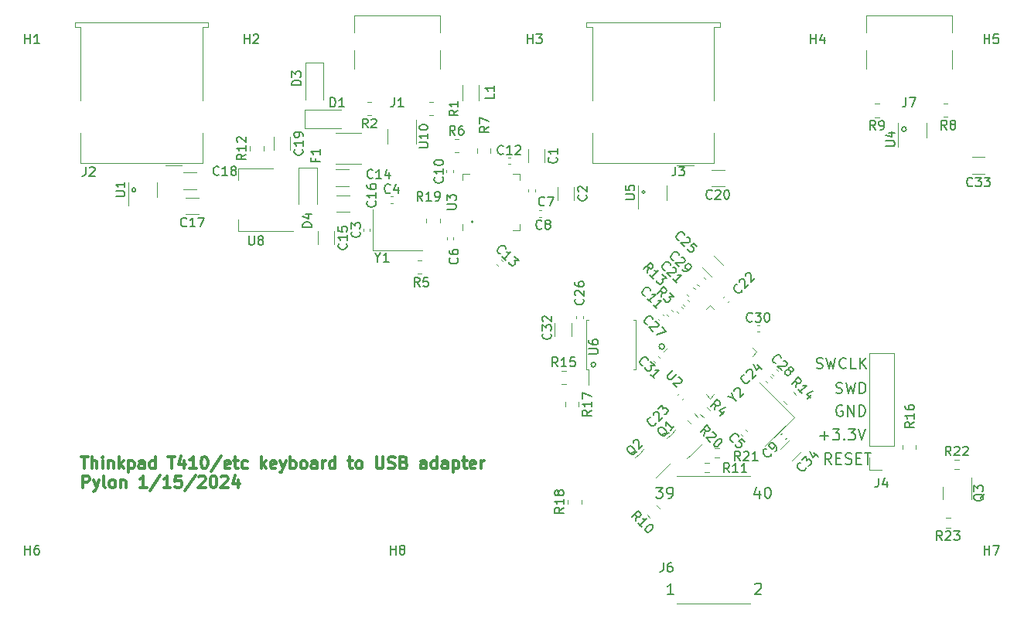
<source format=gbr>
%TF.GenerationSoftware,KiCad,Pcbnew,7.0.10*%
%TF.CreationDate,2024-01-24T01:05:34-05:00*%
%TF.ProjectId,Thinkpad-USB-keyboard-PCB,5468696e-6b70-4616-942d-5553422d6b65,rev?*%
%TF.SameCoordinates,Original*%
%TF.FileFunction,Legend,Top*%
%TF.FilePolarity,Positive*%
%FSLAX46Y46*%
G04 Gerber Fmt 4.6, Leading zero omitted, Abs format (unit mm)*
G04 Created by KiCad (PCBNEW 7.0.10) date 2024-01-24 01:05:34*
%MOMM*%
%LPD*%
G01*
G04 APERTURE LIST*
%ADD10C,0.150000*%
%ADD11C,0.200000*%
%ADD12C,0.300000*%
%ADD13C,0.180000*%
%ADD14C,0.120000*%
%ADD15C,0.100000*%
G04 APERTURE END LIST*
D10*
X27126777Y-14900000D02*
G75*
G03*
X26773223Y-14900000I-176777J0D01*
G01*
X26773223Y-14900000D02*
G75*
G03*
X27126777Y-14900000I176777J0D01*
G01*
X-28643845Y-14650000D02*
G75*
G03*
X-29056155Y-14650000I-206155J0D01*
G01*
X-29056155Y-14650000D02*
G75*
G03*
X-28643845Y-14650000I206155J0D01*
G01*
X29223121Y-31813270D02*
G75*
G03*
X28640025Y-31813270I-291548J0D01*
G01*
X28640025Y-31813270D02*
G75*
G03*
X29223121Y-31813270I291548J0D01*
G01*
X55700000Y-8000000D02*
G75*
G03*
X55200000Y-8000000I-250000J0D01*
G01*
X55200000Y-8000000D02*
G75*
G03*
X55700000Y-8000000I250000J0D01*
G01*
X21700000Y-33800000D02*
G75*
G03*
X21200000Y-33800000I-250000J0D01*
G01*
X21200000Y-33800000D02*
G75*
G03*
X21700000Y-33800000I250000J0D01*
G01*
X8300001Y-18150000D02*
G75*
G03*
X8093845Y-18150000I-103078J0D01*
G01*
X8093845Y-18150000D02*
G75*
G03*
X8300001Y-18150000I103078J0D01*
G01*
D11*
X47503006Y-44692742D02*
X47103006Y-44121314D01*
X46817292Y-44692742D02*
X46817292Y-43492742D01*
X46817292Y-43492742D02*
X47274435Y-43492742D01*
X47274435Y-43492742D02*
X47388720Y-43549885D01*
X47388720Y-43549885D02*
X47445863Y-43607028D01*
X47445863Y-43607028D02*
X47503006Y-43721314D01*
X47503006Y-43721314D02*
X47503006Y-43892742D01*
X47503006Y-43892742D02*
X47445863Y-44007028D01*
X47445863Y-44007028D02*
X47388720Y-44064171D01*
X47388720Y-44064171D02*
X47274435Y-44121314D01*
X47274435Y-44121314D02*
X46817292Y-44121314D01*
X48017292Y-44064171D02*
X48417292Y-44064171D01*
X48588720Y-44692742D02*
X48017292Y-44692742D01*
X48017292Y-44692742D02*
X48017292Y-43492742D01*
X48017292Y-43492742D02*
X48588720Y-43492742D01*
X49045863Y-44635600D02*
X49217292Y-44692742D01*
X49217292Y-44692742D02*
X49503006Y-44692742D01*
X49503006Y-44692742D02*
X49617292Y-44635600D01*
X49617292Y-44635600D02*
X49674434Y-44578457D01*
X49674434Y-44578457D02*
X49731577Y-44464171D01*
X49731577Y-44464171D02*
X49731577Y-44349885D01*
X49731577Y-44349885D02*
X49674434Y-44235600D01*
X49674434Y-44235600D02*
X49617292Y-44178457D01*
X49617292Y-44178457D02*
X49503006Y-44121314D01*
X49503006Y-44121314D02*
X49274434Y-44064171D01*
X49274434Y-44064171D02*
X49160149Y-44007028D01*
X49160149Y-44007028D02*
X49103006Y-43949885D01*
X49103006Y-43949885D02*
X49045863Y-43835600D01*
X49045863Y-43835600D02*
X49045863Y-43721314D01*
X49045863Y-43721314D02*
X49103006Y-43607028D01*
X49103006Y-43607028D02*
X49160149Y-43549885D01*
X49160149Y-43549885D02*
X49274434Y-43492742D01*
X49274434Y-43492742D02*
X49560149Y-43492742D01*
X49560149Y-43492742D02*
X49731577Y-43549885D01*
X50245863Y-44064171D02*
X50645863Y-44064171D01*
X50817291Y-44692742D02*
X50245863Y-44692742D01*
X50245863Y-44692742D02*
X50245863Y-43492742D01*
X50245863Y-43492742D02*
X50817291Y-43492742D01*
X51160148Y-43492742D02*
X51845863Y-43492742D01*
X51503005Y-44692742D02*
X51503005Y-43492742D01*
X46267292Y-41585600D02*
X47181578Y-41585600D01*
X46724435Y-42042742D02*
X46724435Y-41128457D01*
X47638720Y-40842742D02*
X48381577Y-40842742D01*
X48381577Y-40842742D02*
X47981577Y-41299885D01*
X47981577Y-41299885D02*
X48153006Y-41299885D01*
X48153006Y-41299885D02*
X48267292Y-41357028D01*
X48267292Y-41357028D02*
X48324434Y-41414171D01*
X48324434Y-41414171D02*
X48381577Y-41528457D01*
X48381577Y-41528457D02*
X48381577Y-41814171D01*
X48381577Y-41814171D02*
X48324434Y-41928457D01*
X48324434Y-41928457D02*
X48267292Y-41985600D01*
X48267292Y-41985600D02*
X48153006Y-42042742D01*
X48153006Y-42042742D02*
X47810149Y-42042742D01*
X47810149Y-42042742D02*
X47695863Y-41985600D01*
X47695863Y-41985600D02*
X47638720Y-41928457D01*
X48895863Y-41928457D02*
X48953006Y-41985600D01*
X48953006Y-41985600D02*
X48895863Y-42042742D01*
X48895863Y-42042742D02*
X48838720Y-41985600D01*
X48838720Y-41985600D02*
X48895863Y-41928457D01*
X48895863Y-41928457D02*
X48895863Y-42042742D01*
X49353006Y-40842742D02*
X50095863Y-40842742D01*
X50095863Y-40842742D02*
X49695863Y-41299885D01*
X49695863Y-41299885D02*
X49867292Y-41299885D01*
X49867292Y-41299885D02*
X49981578Y-41357028D01*
X49981578Y-41357028D02*
X50038720Y-41414171D01*
X50038720Y-41414171D02*
X50095863Y-41528457D01*
X50095863Y-41528457D02*
X50095863Y-41814171D01*
X50095863Y-41814171D02*
X50038720Y-41928457D01*
X50038720Y-41928457D02*
X49981578Y-41985600D01*
X49981578Y-41985600D02*
X49867292Y-42042742D01*
X49867292Y-42042742D02*
X49524435Y-42042742D01*
X49524435Y-42042742D02*
X49410149Y-41985600D01*
X49410149Y-41985600D02*
X49353006Y-41928457D01*
X50438720Y-40842742D02*
X50838720Y-42042742D01*
X50838720Y-42042742D02*
X51238720Y-40842742D01*
X48010149Y-36885600D02*
X48181578Y-36942742D01*
X48181578Y-36942742D02*
X48467292Y-36942742D01*
X48467292Y-36942742D02*
X48581578Y-36885600D01*
X48581578Y-36885600D02*
X48638720Y-36828457D01*
X48638720Y-36828457D02*
X48695863Y-36714171D01*
X48695863Y-36714171D02*
X48695863Y-36599885D01*
X48695863Y-36599885D02*
X48638720Y-36485600D01*
X48638720Y-36485600D02*
X48581578Y-36428457D01*
X48581578Y-36428457D02*
X48467292Y-36371314D01*
X48467292Y-36371314D02*
X48238720Y-36314171D01*
X48238720Y-36314171D02*
X48124435Y-36257028D01*
X48124435Y-36257028D02*
X48067292Y-36199885D01*
X48067292Y-36199885D02*
X48010149Y-36085600D01*
X48010149Y-36085600D02*
X48010149Y-35971314D01*
X48010149Y-35971314D02*
X48067292Y-35857028D01*
X48067292Y-35857028D02*
X48124435Y-35799885D01*
X48124435Y-35799885D02*
X48238720Y-35742742D01*
X48238720Y-35742742D02*
X48524435Y-35742742D01*
X48524435Y-35742742D02*
X48695863Y-35799885D01*
X49095863Y-35742742D02*
X49381577Y-36942742D01*
X49381577Y-36942742D02*
X49610149Y-36085600D01*
X49610149Y-36085600D02*
X49838720Y-36942742D01*
X49838720Y-36942742D02*
X50124435Y-35742742D01*
X50581578Y-36942742D02*
X50581578Y-35742742D01*
X50581578Y-35742742D02*
X50867292Y-35742742D01*
X50867292Y-35742742D02*
X51038721Y-35799885D01*
X51038721Y-35799885D02*
X51153006Y-35914171D01*
X51153006Y-35914171D02*
X51210149Y-36028457D01*
X51210149Y-36028457D02*
X51267292Y-36257028D01*
X51267292Y-36257028D02*
X51267292Y-36428457D01*
X51267292Y-36428457D02*
X51210149Y-36657028D01*
X51210149Y-36657028D02*
X51153006Y-36771314D01*
X51153006Y-36771314D02*
X51038721Y-36885600D01*
X51038721Y-36885600D02*
X50867292Y-36942742D01*
X50867292Y-36942742D02*
X50581578Y-36942742D01*
D12*
X-34628822Y-43882304D02*
X-33885965Y-43882304D01*
X-34257393Y-45182304D02*
X-34257393Y-43882304D01*
X-33452632Y-45182304D02*
X-33452632Y-43882304D01*
X-32895489Y-45182304D02*
X-32895489Y-44501352D01*
X-32895489Y-44501352D02*
X-32957394Y-44377542D01*
X-32957394Y-44377542D02*
X-33081203Y-44315638D01*
X-33081203Y-44315638D02*
X-33266917Y-44315638D01*
X-33266917Y-44315638D02*
X-33390727Y-44377542D01*
X-33390727Y-44377542D02*
X-33452632Y-44439447D01*
X-32276442Y-45182304D02*
X-32276442Y-44315638D01*
X-32276442Y-43882304D02*
X-32338346Y-43944209D01*
X-32338346Y-43944209D02*
X-32276442Y-44006114D01*
X-32276442Y-44006114D02*
X-32214537Y-43944209D01*
X-32214537Y-43944209D02*
X-32276442Y-43882304D01*
X-32276442Y-43882304D02*
X-32276442Y-44006114D01*
X-31657394Y-44315638D02*
X-31657394Y-45182304D01*
X-31657394Y-44439447D02*
X-31595489Y-44377542D01*
X-31595489Y-44377542D02*
X-31471679Y-44315638D01*
X-31471679Y-44315638D02*
X-31285965Y-44315638D01*
X-31285965Y-44315638D02*
X-31162156Y-44377542D01*
X-31162156Y-44377542D02*
X-31100251Y-44501352D01*
X-31100251Y-44501352D02*
X-31100251Y-45182304D01*
X-30481204Y-45182304D02*
X-30481204Y-43882304D01*
X-30357394Y-44687066D02*
X-29985966Y-45182304D01*
X-29985966Y-44315638D02*
X-30481204Y-44810876D01*
X-29428823Y-44315638D02*
X-29428823Y-45615638D01*
X-29428823Y-44377542D02*
X-29305013Y-44315638D01*
X-29305013Y-44315638D02*
X-29057394Y-44315638D01*
X-29057394Y-44315638D02*
X-28933585Y-44377542D01*
X-28933585Y-44377542D02*
X-28871680Y-44439447D01*
X-28871680Y-44439447D02*
X-28809775Y-44563257D01*
X-28809775Y-44563257D02*
X-28809775Y-44934685D01*
X-28809775Y-44934685D02*
X-28871680Y-45058495D01*
X-28871680Y-45058495D02*
X-28933585Y-45120400D01*
X-28933585Y-45120400D02*
X-29057394Y-45182304D01*
X-29057394Y-45182304D02*
X-29305013Y-45182304D01*
X-29305013Y-45182304D02*
X-29428823Y-45120400D01*
X-27695490Y-45182304D02*
X-27695490Y-44501352D01*
X-27695490Y-44501352D02*
X-27757395Y-44377542D01*
X-27757395Y-44377542D02*
X-27881204Y-44315638D01*
X-27881204Y-44315638D02*
X-28128823Y-44315638D01*
X-28128823Y-44315638D02*
X-28252633Y-44377542D01*
X-27695490Y-45120400D02*
X-27819299Y-45182304D01*
X-27819299Y-45182304D02*
X-28128823Y-45182304D01*
X-28128823Y-45182304D02*
X-28252633Y-45120400D01*
X-28252633Y-45120400D02*
X-28314537Y-44996590D01*
X-28314537Y-44996590D02*
X-28314537Y-44872780D01*
X-28314537Y-44872780D02*
X-28252633Y-44748971D01*
X-28252633Y-44748971D02*
X-28128823Y-44687066D01*
X-28128823Y-44687066D02*
X-27819299Y-44687066D01*
X-27819299Y-44687066D02*
X-27695490Y-44625161D01*
X-26519300Y-45182304D02*
X-26519300Y-43882304D01*
X-26519300Y-45120400D02*
X-26643109Y-45182304D01*
X-26643109Y-45182304D02*
X-26890728Y-45182304D01*
X-26890728Y-45182304D02*
X-27014538Y-45120400D01*
X-27014538Y-45120400D02*
X-27076443Y-45058495D01*
X-27076443Y-45058495D02*
X-27138347Y-44934685D01*
X-27138347Y-44934685D02*
X-27138347Y-44563257D01*
X-27138347Y-44563257D02*
X-27076443Y-44439447D01*
X-27076443Y-44439447D02*
X-27014538Y-44377542D01*
X-27014538Y-44377542D02*
X-26890728Y-44315638D01*
X-26890728Y-44315638D02*
X-26643109Y-44315638D01*
X-26643109Y-44315638D02*
X-26519300Y-44377542D01*
X-25095491Y-43882304D02*
X-24352634Y-43882304D01*
X-24724062Y-45182304D02*
X-24724062Y-43882304D01*
X-23362158Y-44315638D02*
X-23362158Y-45182304D01*
X-23671682Y-43820400D02*
X-23981205Y-44748971D01*
X-23981205Y-44748971D02*
X-23176444Y-44748971D01*
X-22000253Y-45182304D02*
X-22743110Y-45182304D01*
X-22371682Y-45182304D02*
X-22371682Y-43882304D01*
X-22371682Y-43882304D02*
X-22495491Y-44068019D01*
X-22495491Y-44068019D02*
X-22619301Y-44191828D01*
X-22619301Y-44191828D02*
X-22743110Y-44253733D01*
X-21195492Y-43882304D02*
X-21071682Y-43882304D01*
X-21071682Y-43882304D02*
X-20947873Y-43944209D01*
X-20947873Y-43944209D02*
X-20885968Y-44006114D01*
X-20885968Y-44006114D02*
X-20824063Y-44129923D01*
X-20824063Y-44129923D02*
X-20762158Y-44377542D01*
X-20762158Y-44377542D02*
X-20762158Y-44687066D01*
X-20762158Y-44687066D02*
X-20824063Y-44934685D01*
X-20824063Y-44934685D02*
X-20885968Y-45058495D01*
X-20885968Y-45058495D02*
X-20947873Y-45120400D01*
X-20947873Y-45120400D02*
X-21071682Y-45182304D01*
X-21071682Y-45182304D02*
X-21195492Y-45182304D01*
X-21195492Y-45182304D02*
X-21319301Y-45120400D01*
X-21319301Y-45120400D02*
X-21381206Y-45058495D01*
X-21381206Y-45058495D02*
X-21443111Y-44934685D01*
X-21443111Y-44934685D02*
X-21505015Y-44687066D01*
X-21505015Y-44687066D02*
X-21505015Y-44377542D01*
X-21505015Y-44377542D02*
X-21443111Y-44129923D01*
X-21443111Y-44129923D02*
X-21381206Y-44006114D01*
X-21381206Y-44006114D02*
X-21319301Y-43944209D01*
X-21319301Y-43944209D02*
X-21195492Y-43882304D01*
X-19276444Y-43820400D02*
X-20390730Y-45491828D01*
X-18347873Y-45120400D02*
X-18471682Y-45182304D01*
X-18471682Y-45182304D02*
X-18719301Y-45182304D01*
X-18719301Y-45182304D02*
X-18843111Y-45120400D01*
X-18843111Y-45120400D02*
X-18905015Y-44996590D01*
X-18905015Y-44996590D02*
X-18905015Y-44501352D01*
X-18905015Y-44501352D02*
X-18843111Y-44377542D01*
X-18843111Y-44377542D02*
X-18719301Y-44315638D01*
X-18719301Y-44315638D02*
X-18471682Y-44315638D01*
X-18471682Y-44315638D02*
X-18347873Y-44377542D01*
X-18347873Y-44377542D02*
X-18285968Y-44501352D01*
X-18285968Y-44501352D02*
X-18285968Y-44625161D01*
X-18285968Y-44625161D02*
X-18905015Y-44748971D01*
X-17914539Y-44315638D02*
X-17419301Y-44315638D01*
X-17728825Y-43882304D02*
X-17728825Y-44996590D01*
X-17728825Y-44996590D02*
X-17666920Y-45120400D01*
X-17666920Y-45120400D02*
X-17543110Y-45182304D01*
X-17543110Y-45182304D02*
X-17419301Y-45182304D01*
X-16428825Y-45120400D02*
X-16552634Y-45182304D01*
X-16552634Y-45182304D02*
X-16800253Y-45182304D01*
X-16800253Y-45182304D02*
X-16924063Y-45120400D01*
X-16924063Y-45120400D02*
X-16985968Y-45058495D01*
X-16985968Y-45058495D02*
X-17047872Y-44934685D01*
X-17047872Y-44934685D02*
X-17047872Y-44563257D01*
X-17047872Y-44563257D02*
X-16985968Y-44439447D01*
X-16985968Y-44439447D02*
X-16924063Y-44377542D01*
X-16924063Y-44377542D02*
X-16800253Y-44315638D01*
X-16800253Y-44315638D02*
X-16552634Y-44315638D01*
X-16552634Y-44315638D02*
X-16428825Y-44377542D01*
X-14881206Y-45182304D02*
X-14881206Y-43882304D01*
X-14757396Y-44687066D02*
X-14385968Y-45182304D01*
X-14385968Y-44315638D02*
X-14881206Y-44810876D01*
X-13333587Y-45120400D02*
X-13457396Y-45182304D01*
X-13457396Y-45182304D02*
X-13705015Y-45182304D01*
X-13705015Y-45182304D02*
X-13828825Y-45120400D01*
X-13828825Y-45120400D02*
X-13890729Y-44996590D01*
X-13890729Y-44996590D02*
X-13890729Y-44501352D01*
X-13890729Y-44501352D02*
X-13828825Y-44377542D01*
X-13828825Y-44377542D02*
X-13705015Y-44315638D01*
X-13705015Y-44315638D02*
X-13457396Y-44315638D01*
X-13457396Y-44315638D02*
X-13333587Y-44377542D01*
X-13333587Y-44377542D02*
X-13271682Y-44501352D01*
X-13271682Y-44501352D02*
X-13271682Y-44625161D01*
X-13271682Y-44625161D02*
X-13890729Y-44748971D01*
X-12838348Y-44315638D02*
X-12528824Y-45182304D01*
X-12219301Y-44315638D02*
X-12528824Y-45182304D01*
X-12528824Y-45182304D02*
X-12652634Y-45491828D01*
X-12652634Y-45491828D02*
X-12714539Y-45553733D01*
X-12714539Y-45553733D02*
X-12838348Y-45615638D01*
X-11724063Y-45182304D02*
X-11724063Y-43882304D01*
X-11724063Y-44377542D02*
X-11600253Y-44315638D01*
X-11600253Y-44315638D02*
X-11352634Y-44315638D01*
X-11352634Y-44315638D02*
X-11228825Y-44377542D01*
X-11228825Y-44377542D02*
X-11166920Y-44439447D01*
X-11166920Y-44439447D02*
X-11105015Y-44563257D01*
X-11105015Y-44563257D02*
X-11105015Y-44934685D01*
X-11105015Y-44934685D02*
X-11166920Y-45058495D01*
X-11166920Y-45058495D02*
X-11228825Y-45120400D01*
X-11228825Y-45120400D02*
X-11352634Y-45182304D01*
X-11352634Y-45182304D02*
X-11600253Y-45182304D01*
X-11600253Y-45182304D02*
X-11724063Y-45120400D01*
X-10362158Y-45182304D02*
X-10485968Y-45120400D01*
X-10485968Y-45120400D02*
X-10547873Y-45058495D01*
X-10547873Y-45058495D02*
X-10609777Y-44934685D01*
X-10609777Y-44934685D02*
X-10609777Y-44563257D01*
X-10609777Y-44563257D02*
X-10547873Y-44439447D01*
X-10547873Y-44439447D02*
X-10485968Y-44377542D01*
X-10485968Y-44377542D02*
X-10362158Y-44315638D01*
X-10362158Y-44315638D02*
X-10176444Y-44315638D01*
X-10176444Y-44315638D02*
X-10052635Y-44377542D01*
X-10052635Y-44377542D02*
X-9990730Y-44439447D01*
X-9990730Y-44439447D02*
X-9928825Y-44563257D01*
X-9928825Y-44563257D02*
X-9928825Y-44934685D01*
X-9928825Y-44934685D02*
X-9990730Y-45058495D01*
X-9990730Y-45058495D02*
X-10052635Y-45120400D01*
X-10052635Y-45120400D02*
X-10176444Y-45182304D01*
X-10176444Y-45182304D02*
X-10362158Y-45182304D01*
X-8814540Y-45182304D02*
X-8814540Y-44501352D01*
X-8814540Y-44501352D02*
X-8876445Y-44377542D01*
X-8876445Y-44377542D02*
X-9000254Y-44315638D01*
X-9000254Y-44315638D02*
X-9247873Y-44315638D01*
X-9247873Y-44315638D02*
X-9371683Y-44377542D01*
X-8814540Y-45120400D02*
X-8938349Y-45182304D01*
X-8938349Y-45182304D02*
X-9247873Y-45182304D01*
X-9247873Y-45182304D02*
X-9371683Y-45120400D01*
X-9371683Y-45120400D02*
X-9433587Y-44996590D01*
X-9433587Y-44996590D02*
X-9433587Y-44872780D01*
X-9433587Y-44872780D02*
X-9371683Y-44748971D01*
X-9371683Y-44748971D02*
X-9247873Y-44687066D01*
X-9247873Y-44687066D02*
X-8938349Y-44687066D01*
X-8938349Y-44687066D02*
X-8814540Y-44625161D01*
X-8195493Y-45182304D02*
X-8195493Y-44315638D01*
X-8195493Y-44563257D02*
X-8133588Y-44439447D01*
X-8133588Y-44439447D02*
X-8071683Y-44377542D01*
X-8071683Y-44377542D02*
X-7947874Y-44315638D01*
X-7947874Y-44315638D02*
X-7824064Y-44315638D01*
X-6833588Y-45182304D02*
X-6833588Y-43882304D01*
X-6833588Y-45120400D02*
X-6957397Y-45182304D01*
X-6957397Y-45182304D02*
X-7205016Y-45182304D01*
X-7205016Y-45182304D02*
X-7328826Y-45120400D01*
X-7328826Y-45120400D02*
X-7390731Y-45058495D01*
X-7390731Y-45058495D02*
X-7452635Y-44934685D01*
X-7452635Y-44934685D02*
X-7452635Y-44563257D01*
X-7452635Y-44563257D02*
X-7390731Y-44439447D01*
X-7390731Y-44439447D02*
X-7328826Y-44377542D01*
X-7328826Y-44377542D02*
X-7205016Y-44315638D01*
X-7205016Y-44315638D02*
X-6957397Y-44315638D01*
X-6957397Y-44315638D02*
X-6833588Y-44377542D01*
X-5409779Y-44315638D02*
X-4914541Y-44315638D01*
X-5224065Y-43882304D02*
X-5224065Y-44996590D01*
X-5224065Y-44996590D02*
X-5162160Y-45120400D01*
X-5162160Y-45120400D02*
X-5038350Y-45182304D01*
X-5038350Y-45182304D02*
X-4914541Y-45182304D01*
X-4295493Y-45182304D02*
X-4419303Y-45120400D01*
X-4419303Y-45120400D02*
X-4481208Y-45058495D01*
X-4481208Y-45058495D02*
X-4543112Y-44934685D01*
X-4543112Y-44934685D02*
X-4543112Y-44563257D01*
X-4543112Y-44563257D02*
X-4481208Y-44439447D01*
X-4481208Y-44439447D02*
X-4419303Y-44377542D01*
X-4419303Y-44377542D02*
X-4295493Y-44315638D01*
X-4295493Y-44315638D02*
X-4109779Y-44315638D01*
X-4109779Y-44315638D02*
X-3985970Y-44377542D01*
X-3985970Y-44377542D02*
X-3924065Y-44439447D01*
X-3924065Y-44439447D02*
X-3862160Y-44563257D01*
X-3862160Y-44563257D02*
X-3862160Y-44934685D01*
X-3862160Y-44934685D02*
X-3924065Y-45058495D01*
X-3924065Y-45058495D02*
X-3985970Y-45120400D01*
X-3985970Y-45120400D02*
X-4109779Y-45182304D01*
X-4109779Y-45182304D02*
X-4295493Y-45182304D01*
X-2314542Y-43882304D02*
X-2314542Y-44934685D01*
X-2314542Y-44934685D02*
X-2252637Y-45058495D01*
X-2252637Y-45058495D02*
X-2190732Y-45120400D01*
X-2190732Y-45120400D02*
X-2066923Y-45182304D01*
X-2066923Y-45182304D02*
X-1819304Y-45182304D01*
X-1819304Y-45182304D02*
X-1695494Y-45120400D01*
X-1695494Y-45120400D02*
X-1633589Y-45058495D01*
X-1633589Y-45058495D02*
X-1571685Y-44934685D01*
X-1571685Y-44934685D02*
X-1571685Y-43882304D01*
X-1014541Y-45120400D02*
X-828827Y-45182304D01*
X-828827Y-45182304D02*
X-519303Y-45182304D01*
X-519303Y-45182304D02*
X-395494Y-45120400D01*
X-395494Y-45120400D02*
X-333589Y-45058495D01*
X-333589Y-45058495D02*
X-271684Y-44934685D01*
X-271684Y-44934685D02*
X-271684Y-44810876D01*
X-271684Y-44810876D02*
X-333589Y-44687066D01*
X-333589Y-44687066D02*
X-395494Y-44625161D01*
X-395494Y-44625161D02*
X-519303Y-44563257D01*
X-519303Y-44563257D02*
X-766922Y-44501352D01*
X-766922Y-44501352D02*
X-890732Y-44439447D01*
X-890732Y-44439447D02*
X-952637Y-44377542D01*
X-952637Y-44377542D02*
X-1014541Y-44253733D01*
X-1014541Y-44253733D02*
X-1014541Y-44129923D01*
X-1014541Y-44129923D02*
X-952637Y-44006114D01*
X-952637Y-44006114D02*
X-890732Y-43944209D01*
X-890732Y-43944209D02*
X-766922Y-43882304D01*
X-766922Y-43882304D02*
X-457399Y-43882304D01*
X-457399Y-43882304D02*
X-271684Y-43944209D01*
X718791Y-44501352D02*
X904505Y-44563257D01*
X904505Y-44563257D02*
X966410Y-44625161D01*
X966410Y-44625161D02*
X1028314Y-44748971D01*
X1028314Y-44748971D02*
X1028314Y-44934685D01*
X1028314Y-44934685D02*
X966410Y-45058495D01*
X966410Y-45058495D02*
X904505Y-45120400D01*
X904505Y-45120400D02*
X780695Y-45182304D01*
X780695Y-45182304D02*
X285457Y-45182304D01*
X285457Y-45182304D02*
X285457Y-43882304D01*
X285457Y-43882304D02*
X718791Y-43882304D01*
X718791Y-43882304D02*
X842600Y-43944209D01*
X842600Y-43944209D02*
X904505Y-44006114D01*
X904505Y-44006114D02*
X966410Y-44129923D01*
X966410Y-44129923D02*
X966410Y-44253733D01*
X966410Y-44253733D02*
X904505Y-44377542D01*
X904505Y-44377542D02*
X842600Y-44439447D01*
X842600Y-44439447D02*
X718791Y-44501352D01*
X718791Y-44501352D02*
X285457Y-44501352D01*
X3133076Y-45182304D02*
X3133076Y-44501352D01*
X3133076Y-44501352D02*
X3071171Y-44377542D01*
X3071171Y-44377542D02*
X2947362Y-44315638D01*
X2947362Y-44315638D02*
X2699743Y-44315638D01*
X2699743Y-44315638D02*
X2575933Y-44377542D01*
X3133076Y-45120400D02*
X3009267Y-45182304D01*
X3009267Y-45182304D02*
X2699743Y-45182304D01*
X2699743Y-45182304D02*
X2575933Y-45120400D01*
X2575933Y-45120400D02*
X2514029Y-44996590D01*
X2514029Y-44996590D02*
X2514029Y-44872780D01*
X2514029Y-44872780D02*
X2575933Y-44748971D01*
X2575933Y-44748971D02*
X2699743Y-44687066D01*
X2699743Y-44687066D02*
X3009267Y-44687066D01*
X3009267Y-44687066D02*
X3133076Y-44625161D01*
X4309266Y-45182304D02*
X4309266Y-43882304D01*
X4309266Y-45120400D02*
X4185457Y-45182304D01*
X4185457Y-45182304D02*
X3937838Y-45182304D01*
X3937838Y-45182304D02*
X3814028Y-45120400D01*
X3814028Y-45120400D02*
X3752123Y-45058495D01*
X3752123Y-45058495D02*
X3690219Y-44934685D01*
X3690219Y-44934685D02*
X3690219Y-44563257D01*
X3690219Y-44563257D02*
X3752123Y-44439447D01*
X3752123Y-44439447D02*
X3814028Y-44377542D01*
X3814028Y-44377542D02*
X3937838Y-44315638D01*
X3937838Y-44315638D02*
X4185457Y-44315638D01*
X4185457Y-44315638D02*
X4309266Y-44377542D01*
X5485456Y-45182304D02*
X5485456Y-44501352D01*
X5485456Y-44501352D02*
X5423551Y-44377542D01*
X5423551Y-44377542D02*
X5299742Y-44315638D01*
X5299742Y-44315638D02*
X5052123Y-44315638D01*
X5052123Y-44315638D02*
X4928313Y-44377542D01*
X5485456Y-45120400D02*
X5361647Y-45182304D01*
X5361647Y-45182304D02*
X5052123Y-45182304D01*
X5052123Y-45182304D02*
X4928313Y-45120400D01*
X4928313Y-45120400D02*
X4866409Y-44996590D01*
X4866409Y-44996590D02*
X4866409Y-44872780D01*
X4866409Y-44872780D02*
X4928313Y-44748971D01*
X4928313Y-44748971D02*
X5052123Y-44687066D01*
X5052123Y-44687066D02*
X5361647Y-44687066D01*
X5361647Y-44687066D02*
X5485456Y-44625161D01*
X6104503Y-44315638D02*
X6104503Y-45615638D01*
X6104503Y-44377542D02*
X6228313Y-44315638D01*
X6228313Y-44315638D02*
X6475932Y-44315638D01*
X6475932Y-44315638D02*
X6599741Y-44377542D01*
X6599741Y-44377542D02*
X6661646Y-44439447D01*
X6661646Y-44439447D02*
X6723551Y-44563257D01*
X6723551Y-44563257D02*
X6723551Y-44934685D01*
X6723551Y-44934685D02*
X6661646Y-45058495D01*
X6661646Y-45058495D02*
X6599741Y-45120400D01*
X6599741Y-45120400D02*
X6475932Y-45182304D01*
X6475932Y-45182304D02*
X6228313Y-45182304D01*
X6228313Y-45182304D02*
X6104503Y-45120400D01*
X7094979Y-44315638D02*
X7590217Y-44315638D01*
X7280693Y-43882304D02*
X7280693Y-44996590D01*
X7280693Y-44996590D02*
X7342598Y-45120400D01*
X7342598Y-45120400D02*
X7466408Y-45182304D01*
X7466408Y-45182304D02*
X7590217Y-45182304D01*
X8518788Y-45120400D02*
X8394979Y-45182304D01*
X8394979Y-45182304D02*
X8147360Y-45182304D01*
X8147360Y-45182304D02*
X8023550Y-45120400D01*
X8023550Y-45120400D02*
X7961646Y-44996590D01*
X7961646Y-44996590D02*
X7961646Y-44501352D01*
X7961646Y-44501352D02*
X8023550Y-44377542D01*
X8023550Y-44377542D02*
X8147360Y-44315638D01*
X8147360Y-44315638D02*
X8394979Y-44315638D01*
X8394979Y-44315638D02*
X8518788Y-44377542D01*
X8518788Y-44377542D02*
X8580693Y-44501352D01*
X8580693Y-44501352D02*
X8580693Y-44625161D01*
X8580693Y-44625161D02*
X7961646Y-44748971D01*
X9137836Y-45182304D02*
X9137836Y-44315638D01*
X9137836Y-44563257D02*
X9199741Y-44439447D01*
X9199741Y-44439447D02*
X9261646Y-44377542D01*
X9261646Y-44377542D02*
X9385455Y-44315638D01*
X9385455Y-44315638D02*
X9509265Y-44315638D01*
X-34443108Y-47275304D02*
X-34443108Y-45975304D01*
X-34443108Y-45975304D02*
X-33947870Y-45975304D01*
X-33947870Y-45975304D02*
X-33824060Y-46037209D01*
X-33824060Y-46037209D02*
X-33762155Y-46099114D01*
X-33762155Y-46099114D02*
X-33700251Y-46222923D01*
X-33700251Y-46222923D02*
X-33700251Y-46408638D01*
X-33700251Y-46408638D02*
X-33762155Y-46532447D01*
X-33762155Y-46532447D02*
X-33824060Y-46594352D01*
X-33824060Y-46594352D02*
X-33947870Y-46656257D01*
X-33947870Y-46656257D02*
X-34443108Y-46656257D01*
X-33266917Y-46408638D02*
X-32957393Y-47275304D01*
X-32647870Y-46408638D02*
X-32957393Y-47275304D01*
X-32957393Y-47275304D02*
X-33081203Y-47584828D01*
X-33081203Y-47584828D02*
X-33143108Y-47646733D01*
X-33143108Y-47646733D02*
X-33266917Y-47708638D01*
X-31966917Y-47275304D02*
X-32090727Y-47213400D01*
X-32090727Y-47213400D02*
X-32152632Y-47089590D01*
X-32152632Y-47089590D02*
X-32152632Y-45975304D01*
X-31285965Y-47275304D02*
X-31409775Y-47213400D01*
X-31409775Y-47213400D02*
X-31471680Y-47151495D01*
X-31471680Y-47151495D02*
X-31533584Y-47027685D01*
X-31533584Y-47027685D02*
X-31533584Y-46656257D01*
X-31533584Y-46656257D02*
X-31471680Y-46532447D01*
X-31471680Y-46532447D02*
X-31409775Y-46470542D01*
X-31409775Y-46470542D02*
X-31285965Y-46408638D01*
X-31285965Y-46408638D02*
X-31100251Y-46408638D01*
X-31100251Y-46408638D02*
X-30976442Y-46470542D01*
X-30976442Y-46470542D02*
X-30914537Y-46532447D01*
X-30914537Y-46532447D02*
X-30852632Y-46656257D01*
X-30852632Y-46656257D02*
X-30852632Y-47027685D01*
X-30852632Y-47027685D02*
X-30914537Y-47151495D01*
X-30914537Y-47151495D02*
X-30976442Y-47213400D01*
X-30976442Y-47213400D02*
X-31100251Y-47275304D01*
X-31100251Y-47275304D02*
X-31285965Y-47275304D01*
X-30295490Y-46408638D02*
X-30295490Y-47275304D01*
X-30295490Y-46532447D02*
X-30233585Y-46470542D01*
X-30233585Y-46470542D02*
X-30109775Y-46408638D01*
X-30109775Y-46408638D02*
X-29924061Y-46408638D01*
X-29924061Y-46408638D02*
X-29800252Y-46470542D01*
X-29800252Y-46470542D02*
X-29738347Y-46594352D01*
X-29738347Y-46594352D02*
X-29738347Y-47275304D01*
X-27447871Y-47275304D02*
X-28190728Y-47275304D01*
X-27819300Y-47275304D02*
X-27819300Y-45975304D01*
X-27819300Y-45975304D02*
X-27943109Y-46161019D01*
X-27943109Y-46161019D02*
X-28066919Y-46284828D01*
X-28066919Y-46284828D02*
X-28190728Y-46346733D01*
X-25962157Y-45913400D02*
X-27076443Y-47584828D01*
X-24847871Y-47275304D02*
X-25590728Y-47275304D01*
X-25219300Y-47275304D02*
X-25219300Y-45975304D01*
X-25219300Y-45975304D02*
X-25343109Y-46161019D01*
X-25343109Y-46161019D02*
X-25466919Y-46284828D01*
X-25466919Y-46284828D02*
X-25590728Y-46346733D01*
X-23671681Y-45975304D02*
X-24290729Y-45975304D01*
X-24290729Y-45975304D02*
X-24352633Y-46594352D01*
X-24352633Y-46594352D02*
X-24290729Y-46532447D01*
X-24290729Y-46532447D02*
X-24166919Y-46470542D01*
X-24166919Y-46470542D02*
X-23857395Y-46470542D01*
X-23857395Y-46470542D02*
X-23733586Y-46532447D01*
X-23733586Y-46532447D02*
X-23671681Y-46594352D01*
X-23671681Y-46594352D02*
X-23609776Y-46718161D01*
X-23609776Y-46718161D02*
X-23609776Y-47027685D01*
X-23609776Y-47027685D02*
X-23671681Y-47151495D01*
X-23671681Y-47151495D02*
X-23733586Y-47213400D01*
X-23733586Y-47213400D02*
X-23857395Y-47275304D01*
X-23857395Y-47275304D02*
X-24166919Y-47275304D01*
X-24166919Y-47275304D02*
X-24290729Y-47213400D01*
X-24290729Y-47213400D02*
X-24352633Y-47151495D01*
X-22124062Y-45913400D02*
X-23238348Y-47584828D01*
X-21752633Y-46099114D02*
X-21690729Y-46037209D01*
X-21690729Y-46037209D02*
X-21566919Y-45975304D01*
X-21566919Y-45975304D02*
X-21257395Y-45975304D01*
X-21257395Y-45975304D02*
X-21133586Y-46037209D01*
X-21133586Y-46037209D02*
X-21071681Y-46099114D01*
X-21071681Y-46099114D02*
X-21009776Y-46222923D01*
X-21009776Y-46222923D02*
X-21009776Y-46346733D01*
X-21009776Y-46346733D02*
X-21071681Y-46532447D01*
X-21071681Y-46532447D02*
X-21814538Y-47275304D01*
X-21814538Y-47275304D02*
X-21009776Y-47275304D01*
X-20205015Y-45975304D02*
X-20081205Y-45975304D01*
X-20081205Y-45975304D02*
X-19957396Y-46037209D01*
X-19957396Y-46037209D02*
X-19895491Y-46099114D01*
X-19895491Y-46099114D02*
X-19833586Y-46222923D01*
X-19833586Y-46222923D02*
X-19771681Y-46470542D01*
X-19771681Y-46470542D02*
X-19771681Y-46780066D01*
X-19771681Y-46780066D02*
X-19833586Y-47027685D01*
X-19833586Y-47027685D02*
X-19895491Y-47151495D01*
X-19895491Y-47151495D02*
X-19957396Y-47213400D01*
X-19957396Y-47213400D02*
X-20081205Y-47275304D01*
X-20081205Y-47275304D02*
X-20205015Y-47275304D01*
X-20205015Y-47275304D02*
X-20328824Y-47213400D01*
X-20328824Y-47213400D02*
X-20390729Y-47151495D01*
X-20390729Y-47151495D02*
X-20452634Y-47027685D01*
X-20452634Y-47027685D02*
X-20514538Y-46780066D01*
X-20514538Y-46780066D02*
X-20514538Y-46470542D01*
X-20514538Y-46470542D02*
X-20452634Y-46222923D01*
X-20452634Y-46222923D02*
X-20390729Y-46099114D01*
X-20390729Y-46099114D02*
X-20328824Y-46037209D01*
X-20328824Y-46037209D02*
X-20205015Y-45975304D01*
X-19276443Y-46099114D02*
X-19214539Y-46037209D01*
X-19214539Y-46037209D02*
X-19090729Y-45975304D01*
X-19090729Y-45975304D02*
X-18781205Y-45975304D01*
X-18781205Y-45975304D02*
X-18657396Y-46037209D01*
X-18657396Y-46037209D02*
X-18595491Y-46099114D01*
X-18595491Y-46099114D02*
X-18533586Y-46222923D01*
X-18533586Y-46222923D02*
X-18533586Y-46346733D01*
X-18533586Y-46346733D02*
X-18595491Y-46532447D01*
X-18595491Y-46532447D02*
X-19338348Y-47275304D01*
X-19338348Y-47275304D02*
X-18533586Y-47275304D01*
X-17419301Y-46408638D02*
X-17419301Y-47275304D01*
X-17728825Y-45913400D02*
X-18038348Y-46841971D01*
X-18038348Y-46841971D02*
X-17233587Y-46841971D01*
D11*
X45860149Y-34185600D02*
X46031578Y-34242742D01*
X46031578Y-34242742D02*
X46317292Y-34242742D01*
X46317292Y-34242742D02*
X46431578Y-34185600D01*
X46431578Y-34185600D02*
X46488720Y-34128457D01*
X46488720Y-34128457D02*
X46545863Y-34014171D01*
X46545863Y-34014171D02*
X46545863Y-33899885D01*
X46545863Y-33899885D02*
X46488720Y-33785600D01*
X46488720Y-33785600D02*
X46431578Y-33728457D01*
X46431578Y-33728457D02*
X46317292Y-33671314D01*
X46317292Y-33671314D02*
X46088720Y-33614171D01*
X46088720Y-33614171D02*
X45974435Y-33557028D01*
X45974435Y-33557028D02*
X45917292Y-33499885D01*
X45917292Y-33499885D02*
X45860149Y-33385600D01*
X45860149Y-33385600D02*
X45860149Y-33271314D01*
X45860149Y-33271314D02*
X45917292Y-33157028D01*
X45917292Y-33157028D02*
X45974435Y-33099885D01*
X45974435Y-33099885D02*
X46088720Y-33042742D01*
X46088720Y-33042742D02*
X46374435Y-33042742D01*
X46374435Y-33042742D02*
X46545863Y-33099885D01*
X46945863Y-33042742D02*
X47231577Y-34242742D01*
X47231577Y-34242742D02*
X47460149Y-33385600D01*
X47460149Y-33385600D02*
X47688720Y-34242742D01*
X47688720Y-34242742D02*
X47974435Y-33042742D01*
X49117292Y-34128457D02*
X49060149Y-34185600D01*
X49060149Y-34185600D02*
X48888721Y-34242742D01*
X48888721Y-34242742D02*
X48774435Y-34242742D01*
X48774435Y-34242742D02*
X48603006Y-34185600D01*
X48603006Y-34185600D02*
X48488721Y-34071314D01*
X48488721Y-34071314D02*
X48431578Y-33957028D01*
X48431578Y-33957028D02*
X48374435Y-33728457D01*
X48374435Y-33728457D02*
X48374435Y-33557028D01*
X48374435Y-33557028D02*
X48431578Y-33328457D01*
X48431578Y-33328457D02*
X48488721Y-33214171D01*
X48488721Y-33214171D02*
X48603006Y-33099885D01*
X48603006Y-33099885D02*
X48774435Y-33042742D01*
X48774435Y-33042742D02*
X48888721Y-33042742D01*
X48888721Y-33042742D02*
X49060149Y-33099885D01*
X49060149Y-33099885D02*
X49117292Y-33157028D01*
X50203006Y-34242742D02*
X49631578Y-34242742D01*
X49631578Y-34242742D02*
X49631578Y-33042742D01*
X50603007Y-34242742D02*
X50603007Y-33042742D01*
X51288721Y-34242742D02*
X50774435Y-33557028D01*
X51288721Y-33042742D02*
X50603007Y-33728457D01*
X48695863Y-38299885D02*
X48581578Y-38242742D01*
X48581578Y-38242742D02*
X48410149Y-38242742D01*
X48410149Y-38242742D02*
X48238720Y-38299885D01*
X48238720Y-38299885D02*
X48124435Y-38414171D01*
X48124435Y-38414171D02*
X48067292Y-38528457D01*
X48067292Y-38528457D02*
X48010149Y-38757028D01*
X48010149Y-38757028D02*
X48010149Y-38928457D01*
X48010149Y-38928457D02*
X48067292Y-39157028D01*
X48067292Y-39157028D02*
X48124435Y-39271314D01*
X48124435Y-39271314D02*
X48238720Y-39385600D01*
X48238720Y-39385600D02*
X48410149Y-39442742D01*
X48410149Y-39442742D02*
X48524435Y-39442742D01*
X48524435Y-39442742D02*
X48695863Y-39385600D01*
X48695863Y-39385600D02*
X48753006Y-39328457D01*
X48753006Y-39328457D02*
X48753006Y-38928457D01*
X48753006Y-38928457D02*
X48524435Y-38928457D01*
X49267292Y-39442742D02*
X49267292Y-38242742D01*
X49267292Y-38242742D02*
X49953006Y-39442742D01*
X49953006Y-39442742D02*
X49953006Y-38242742D01*
X50524435Y-39442742D02*
X50524435Y-38242742D01*
X50524435Y-38242742D02*
X50810149Y-38242742D01*
X50810149Y-38242742D02*
X50981578Y-38299885D01*
X50981578Y-38299885D02*
X51095863Y-38414171D01*
X51095863Y-38414171D02*
X51153006Y-38528457D01*
X51153006Y-38528457D02*
X51210149Y-38757028D01*
X51210149Y-38757028D02*
X51210149Y-38928457D01*
X51210149Y-38928457D02*
X51153006Y-39157028D01*
X51153006Y-39157028D02*
X51095863Y-39271314D01*
X51095863Y-39271314D02*
X50981578Y-39385600D01*
X50981578Y-39385600D02*
X50810149Y-39442742D01*
X50810149Y-39442742D02*
X50524435Y-39442742D01*
D10*
X26860925Y-33864780D02*
X26793581Y-33864780D01*
X26793581Y-33864780D02*
X26658894Y-33797436D01*
X26658894Y-33797436D02*
X26591551Y-33730093D01*
X26591551Y-33730093D02*
X26524207Y-33595406D01*
X26524207Y-33595406D02*
X26524207Y-33460719D01*
X26524207Y-33460719D02*
X26557879Y-33359704D01*
X26557879Y-33359704D02*
X26658894Y-33191345D01*
X26658894Y-33191345D02*
X26759909Y-33090330D01*
X26759909Y-33090330D02*
X26928268Y-32989314D01*
X26928268Y-32989314D02*
X27029283Y-32955643D01*
X27029283Y-32955643D02*
X27163970Y-32955643D01*
X27163970Y-32955643D02*
X27298657Y-33022986D01*
X27298657Y-33022986D02*
X27366001Y-33090330D01*
X27366001Y-33090330D02*
X27433344Y-33225017D01*
X27433344Y-33225017D02*
X27433344Y-33292360D01*
X27736390Y-33460719D02*
X28174123Y-33898452D01*
X28174123Y-33898452D02*
X27669047Y-33932123D01*
X27669047Y-33932123D02*
X27770062Y-34033139D01*
X27770062Y-34033139D02*
X27803734Y-34134154D01*
X27803734Y-34134154D02*
X27803734Y-34201497D01*
X27803734Y-34201497D02*
X27770062Y-34302513D01*
X27770062Y-34302513D02*
X27601703Y-34470871D01*
X27601703Y-34470871D02*
X27500688Y-34504543D01*
X27500688Y-34504543D02*
X27433344Y-34504543D01*
X27433344Y-34504543D02*
X27332329Y-34470871D01*
X27332329Y-34470871D02*
X27130299Y-34268841D01*
X27130299Y-34268841D02*
X27096627Y-34167826D01*
X27096627Y-34167826D02*
X27096627Y-34100482D01*
X28140451Y-35278994D02*
X27736390Y-34874933D01*
X27938421Y-35076963D02*
X28645528Y-34369856D01*
X28645528Y-34369856D02*
X28477169Y-34403528D01*
X28477169Y-34403528D02*
X28342482Y-34403528D01*
X28342482Y-34403528D02*
X28241467Y-34369856D01*
X-761904Y-54604819D02*
X-761904Y-53604819D01*
X-761904Y-54081009D02*
X-190476Y-54081009D01*
X-190476Y-54604819D02*
X-190476Y-53604819D01*
X428571Y-54033390D02*
X333333Y-53985771D01*
X333333Y-53985771D02*
X285714Y-53938152D01*
X285714Y-53938152D02*
X238095Y-53842914D01*
X238095Y-53842914D02*
X238095Y-53795295D01*
X238095Y-53795295D02*
X285714Y-53700057D01*
X285714Y-53700057D02*
X333333Y-53652438D01*
X333333Y-53652438D02*
X428571Y-53604819D01*
X428571Y-53604819D02*
X619047Y-53604819D01*
X619047Y-53604819D02*
X714285Y-53652438D01*
X714285Y-53652438D02*
X761904Y-53700057D01*
X761904Y-53700057D02*
X809523Y-53795295D01*
X809523Y-53795295D02*
X809523Y-53842914D01*
X809523Y-53842914D02*
X761904Y-53938152D01*
X761904Y-53938152D02*
X714285Y-53985771D01*
X714285Y-53985771D02*
X619047Y-54033390D01*
X619047Y-54033390D02*
X428571Y-54033390D01*
X428571Y-54033390D02*
X333333Y-54081009D01*
X333333Y-54081009D02*
X285714Y-54128628D01*
X285714Y-54128628D02*
X238095Y-54223866D01*
X238095Y-54223866D02*
X238095Y-54414342D01*
X238095Y-54414342D02*
X285714Y-54509580D01*
X285714Y-54509580D02*
X333333Y-54557200D01*
X333333Y-54557200D02*
X428571Y-54604819D01*
X428571Y-54604819D02*
X619047Y-54604819D01*
X619047Y-54604819D02*
X714285Y-54557200D01*
X714285Y-54557200D02*
X761904Y-54509580D01*
X761904Y-54509580D02*
X809523Y-54414342D01*
X809523Y-54414342D02*
X809523Y-54223866D01*
X809523Y-54223866D02*
X761904Y-54128628D01*
X761904Y-54128628D02*
X714285Y-54081009D01*
X714285Y-54081009D02*
X619047Y-54033390D01*
X30841169Y-20149693D02*
X30773825Y-20149693D01*
X30773825Y-20149693D02*
X30639138Y-20082349D01*
X30639138Y-20082349D02*
X30571795Y-20015006D01*
X30571795Y-20015006D02*
X30504451Y-19880319D01*
X30504451Y-19880319D02*
X30504451Y-19745632D01*
X30504451Y-19745632D02*
X30538123Y-19644617D01*
X30538123Y-19644617D02*
X30639138Y-19476258D01*
X30639138Y-19476258D02*
X30740153Y-19375243D01*
X30740153Y-19375243D02*
X30908512Y-19274227D01*
X30908512Y-19274227D02*
X31009527Y-19240556D01*
X31009527Y-19240556D02*
X31144214Y-19240556D01*
X31144214Y-19240556D02*
X31278901Y-19307899D01*
X31278901Y-19307899D02*
X31346245Y-19375243D01*
X31346245Y-19375243D02*
X31413588Y-19509930D01*
X31413588Y-19509930D02*
X31413588Y-19577273D01*
X31682962Y-19846647D02*
X31750306Y-19846647D01*
X31750306Y-19846647D02*
X31851321Y-19880319D01*
X31851321Y-19880319D02*
X32019680Y-20048678D01*
X32019680Y-20048678D02*
X32053352Y-20149693D01*
X32053352Y-20149693D02*
X32053352Y-20217036D01*
X32053352Y-20217036D02*
X32019680Y-20318052D01*
X32019680Y-20318052D02*
X31952336Y-20385395D01*
X31952336Y-20385395D02*
X31817649Y-20452739D01*
X31817649Y-20452739D02*
X31009527Y-20452739D01*
X31009527Y-20452739D02*
X31447260Y-20890471D01*
X32794130Y-20823128D02*
X32457413Y-20486410D01*
X32457413Y-20486410D02*
X32087024Y-20789456D01*
X32087024Y-20789456D02*
X32154367Y-20789456D01*
X32154367Y-20789456D02*
X32255382Y-20823128D01*
X32255382Y-20823128D02*
X32423741Y-20991487D01*
X32423741Y-20991487D02*
X32457413Y-21092502D01*
X32457413Y-21092502D02*
X32457413Y-21159846D01*
X32457413Y-21159846D02*
X32423741Y-21260861D01*
X32423741Y-21260861D02*
X32255382Y-21429220D01*
X32255382Y-21429220D02*
X32154367Y-21462891D01*
X32154367Y-21462891D02*
X32087024Y-21462891D01*
X32087024Y-21462891D02*
X31986008Y-21429220D01*
X31986008Y-21429220D02*
X31817650Y-21260861D01*
X31817650Y-21260861D02*
X31783978Y-21159846D01*
X31783978Y-21159846D02*
X31783978Y-21092502D01*
X-19552857Y-12959580D02*
X-19600476Y-13007200D01*
X-19600476Y-13007200D02*
X-19743333Y-13054819D01*
X-19743333Y-13054819D02*
X-19838571Y-13054819D01*
X-19838571Y-13054819D02*
X-19981428Y-13007200D01*
X-19981428Y-13007200D02*
X-20076666Y-12911961D01*
X-20076666Y-12911961D02*
X-20124285Y-12816723D01*
X-20124285Y-12816723D02*
X-20171904Y-12626247D01*
X-20171904Y-12626247D02*
X-20171904Y-12483390D01*
X-20171904Y-12483390D02*
X-20124285Y-12292914D01*
X-20124285Y-12292914D02*
X-20076666Y-12197676D01*
X-20076666Y-12197676D02*
X-19981428Y-12102438D01*
X-19981428Y-12102438D02*
X-19838571Y-12054819D01*
X-19838571Y-12054819D02*
X-19743333Y-12054819D01*
X-19743333Y-12054819D02*
X-19600476Y-12102438D01*
X-19600476Y-12102438D02*
X-19552857Y-12150057D01*
X-18600476Y-13054819D02*
X-19171904Y-13054819D01*
X-18886190Y-13054819D02*
X-18886190Y-12054819D01*
X-18886190Y-12054819D02*
X-18981428Y-12197676D01*
X-18981428Y-12197676D02*
X-19076666Y-12292914D01*
X-19076666Y-12292914D02*
X-19171904Y-12340533D01*
X-18029047Y-12483390D02*
X-18124285Y-12435771D01*
X-18124285Y-12435771D02*
X-18171904Y-12388152D01*
X-18171904Y-12388152D02*
X-18219523Y-12292914D01*
X-18219523Y-12292914D02*
X-18219523Y-12245295D01*
X-18219523Y-12245295D02*
X-18171904Y-12150057D01*
X-18171904Y-12150057D02*
X-18124285Y-12102438D01*
X-18124285Y-12102438D02*
X-18029047Y-12054819D01*
X-18029047Y-12054819D02*
X-17838571Y-12054819D01*
X-17838571Y-12054819D02*
X-17743333Y-12102438D01*
X-17743333Y-12102438D02*
X-17695714Y-12150057D01*
X-17695714Y-12150057D02*
X-17648095Y-12245295D01*
X-17648095Y-12245295D02*
X-17648095Y-12292914D01*
X-17648095Y-12292914D02*
X-17695714Y-12388152D01*
X-17695714Y-12388152D02*
X-17743333Y-12435771D01*
X-17743333Y-12435771D02*
X-17838571Y-12483390D01*
X-17838571Y-12483390D02*
X-18029047Y-12483390D01*
X-18029047Y-12483390D02*
X-18124285Y-12531009D01*
X-18124285Y-12531009D02*
X-18171904Y-12578628D01*
X-18171904Y-12578628D02*
X-18219523Y-12673866D01*
X-18219523Y-12673866D02*
X-18219523Y-12864342D01*
X-18219523Y-12864342D02*
X-18171904Y-12959580D01*
X-18171904Y-12959580D02*
X-18124285Y-13007200D01*
X-18124285Y-13007200D02*
X-18029047Y-13054819D01*
X-18029047Y-13054819D02*
X-17838571Y-13054819D01*
X-17838571Y-13054819D02*
X-17743333Y-13007200D01*
X-17743333Y-13007200D02*
X-17695714Y-12959580D01*
X-17695714Y-12959580D02*
X-17648095Y-12864342D01*
X-17648095Y-12864342D02*
X-17648095Y-12673866D01*
X-17648095Y-12673866D02*
X-17695714Y-12578628D01*
X-17695714Y-12578628D02*
X-17743333Y-12531009D01*
X-17743333Y-12531009D02*
X-17838571Y-12483390D01*
X53454819Y-9861904D02*
X54264342Y-9861904D01*
X54264342Y-9861904D02*
X54359580Y-9814285D01*
X54359580Y-9814285D02*
X54407200Y-9766666D01*
X54407200Y-9766666D02*
X54454819Y-9671428D01*
X54454819Y-9671428D02*
X54454819Y-9480952D01*
X54454819Y-9480952D02*
X54407200Y-9385714D01*
X54407200Y-9385714D02*
X54359580Y-9338095D01*
X54359580Y-9338095D02*
X54264342Y-9290476D01*
X54264342Y-9290476D02*
X53454819Y-9290476D01*
X53788152Y-8385714D02*
X54454819Y-8385714D01*
X53407200Y-8623809D02*
X54121485Y-8861904D01*
X54121485Y-8861904D02*
X54121485Y-8242857D01*
X16083333Y-16309580D02*
X16035714Y-16357200D01*
X16035714Y-16357200D02*
X15892857Y-16404819D01*
X15892857Y-16404819D02*
X15797619Y-16404819D01*
X15797619Y-16404819D02*
X15654762Y-16357200D01*
X15654762Y-16357200D02*
X15559524Y-16261961D01*
X15559524Y-16261961D02*
X15511905Y-16166723D01*
X15511905Y-16166723D02*
X15464286Y-15976247D01*
X15464286Y-15976247D02*
X15464286Y-15833390D01*
X15464286Y-15833390D02*
X15511905Y-15642914D01*
X15511905Y-15642914D02*
X15559524Y-15547676D01*
X15559524Y-15547676D02*
X15654762Y-15452438D01*
X15654762Y-15452438D02*
X15797619Y-15404819D01*
X15797619Y-15404819D02*
X15892857Y-15404819D01*
X15892857Y-15404819D02*
X16035714Y-15452438D01*
X16035714Y-15452438D02*
X16083333Y-15500057D01*
X16416667Y-15404819D02*
X17083333Y-15404819D01*
X17083333Y-15404819D02*
X16654762Y-16404819D01*
X10594819Y-4081666D02*
X10594819Y-4557856D01*
X10594819Y-4557856D02*
X9594819Y-4557856D01*
X10594819Y-3224523D02*
X10594819Y-3795951D01*
X10594819Y-3510237D02*
X9594819Y-3510237D01*
X9594819Y-3510237D02*
X9737676Y-3605475D01*
X9737676Y-3605475D02*
X9832914Y-3700713D01*
X9832914Y-3700713D02*
X9880533Y-3795951D01*
X64210057Y-47955238D02*
X64162438Y-48050476D01*
X64162438Y-48050476D02*
X64067200Y-48145714D01*
X64067200Y-48145714D02*
X63924342Y-48288571D01*
X63924342Y-48288571D02*
X63876723Y-48383809D01*
X63876723Y-48383809D02*
X63876723Y-48479047D01*
X64114819Y-48431428D02*
X64067200Y-48526666D01*
X64067200Y-48526666D02*
X63971961Y-48621904D01*
X63971961Y-48621904D02*
X63781485Y-48669523D01*
X63781485Y-48669523D02*
X63448152Y-48669523D01*
X63448152Y-48669523D02*
X63257676Y-48621904D01*
X63257676Y-48621904D02*
X63162438Y-48526666D01*
X63162438Y-48526666D02*
X63114819Y-48431428D01*
X63114819Y-48431428D02*
X63114819Y-48240952D01*
X63114819Y-48240952D02*
X63162438Y-48145714D01*
X63162438Y-48145714D02*
X63257676Y-48050476D01*
X63257676Y-48050476D02*
X63448152Y-48002857D01*
X63448152Y-48002857D02*
X63781485Y-48002857D01*
X63781485Y-48002857D02*
X63971961Y-48050476D01*
X63971961Y-48050476D02*
X64067200Y-48145714D01*
X64067200Y-48145714D02*
X64114819Y-48240952D01*
X64114819Y-48240952D02*
X64114819Y-48431428D01*
X63114819Y-47669523D02*
X63114819Y-47050476D01*
X63114819Y-47050476D02*
X63495771Y-47383809D01*
X63495771Y-47383809D02*
X63495771Y-47240952D01*
X63495771Y-47240952D02*
X63543390Y-47145714D01*
X63543390Y-47145714D02*
X63591009Y-47098095D01*
X63591009Y-47098095D02*
X63686247Y-47050476D01*
X63686247Y-47050476D02*
X63924342Y-47050476D01*
X63924342Y-47050476D02*
X64019580Y-47098095D01*
X64019580Y-47098095D02*
X64067200Y-47145714D01*
X64067200Y-47145714D02*
X64114819Y-47240952D01*
X64114819Y-47240952D02*
X64114819Y-47526666D01*
X64114819Y-47526666D02*
X64067200Y-47621904D01*
X64067200Y-47621904D02*
X64019580Y-47669523D01*
X34710543Y-38753754D02*
X34811558Y-38181335D01*
X34306482Y-38349693D02*
X35013589Y-37642587D01*
X35013589Y-37642587D02*
X35282963Y-37911961D01*
X35282963Y-37911961D02*
X35316635Y-38012976D01*
X35316635Y-38012976D02*
X35316635Y-38080319D01*
X35316635Y-38080319D02*
X35282963Y-38181335D01*
X35282963Y-38181335D02*
X35181948Y-38282350D01*
X35181948Y-38282350D02*
X35080932Y-38316022D01*
X35080932Y-38316022D02*
X35013589Y-38316022D01*
X35013589Y-38316022D02*
X34912574Y-38282350D01*
X34912574Y-38282350D02*
X34643200Y-38012976D01*
X35788039Y-38888441D02*
X35316635Y-39359846D01*
X35889054Y-38450709D02*
X35215619Y-38787426D01*
X35215619Y-38787426D02*
X35653352Y-39225159D01*
X37539642Y-44289662D02*
X37206309Y-43813471D01*
X36968214Y-44289662D02*
X36968214Y-43289662D01*
X36968214Y-43289662D02*
X37349166Y-43289662D01*
X37349166Y-43289662D02*
X37444404Y-43337281D01*
X37444404Y-43337281D02*
X37492023Y-43384900D01*
X37492023Y-43384900D02*
X37539642Y-43480138D01*
X37539642Y-43480138D02*
X37539642Y-43622995D01*
X37539642Y-43622995D02*
X37492023Y-43718233D01*
X37492023Y-43718233D02*
X37444404Y-43765852D01*
X37444404Y-43765852D02*
X37349166Y-43813471D01*
X37349166Y-43813471D02*
X36968214Y-43813471D01*
X37920595Y-43384900D02*
X37968214Y-43337281D01*
X37968214Y-43337281D02*
X38063452Y-43289662D01*
X38063452Y-43289662D02*
X38301547Y-43289662D01*
X38301547Y-43289662D02*
X38396785Y-43337281D01*
X38396785Y-43337281D02*
X38444404Y-43384900D01*
X38444404Y-43384900D02*
X38492023Y-43480138D01*
X38492023Y-43480138D02*
X38492023Y-43575376D01*
X38492023Y-43575376D02*
X38444404Y-43718233D01*
X38444404Y-43718233D02*
X37872976Y-44289662D01*
X37872976Y-44289662D02*
X38492023Y-44289662D01*
X39444404Y-44289662D02*
X38872976Y-44289662D01*
X39158690Y-44289662D02*
X39158690Y-43289662D01*
X39158690Y-43289662D02*
X39063452Y-43432519D01*
X39063452Y-43432519D02*
X38968214Y-43527757D01*
X38968214Y-43527757D02*
X38872976Y-43575376D01*
X-16595180Y-10742857D02*
X-17071371Y-11076190D01*
X-16595180Y-11314285D02*
X-17595180Y-11314285D01*
X-17595180Y-11314285D02*
X-17595180Y-10933333D01*
X-17595180Y-10933333D02*
X-17547561Y-10838095D01*
X-17547561Y-10838095D02*
X-17499942Y-10790476D01*
X-17499942Y-10790476D02*
X-17404704Y-10742857D01*
X-17404704Y-10742857D02*
X-17261847Y-10742857D01*
X-17261847Y-10742857D02*
X-17166609Y-10790476D01*
X-17166609Y-10790476D02*
X-17118990Y-10838095D01*
X-17118990Y-10838095D02*
X-17071371Y-10933333D01*
X-17071371Y-10933333D02*
X-17071371Y-11314285D01*
X-16595180Y-9790476D02*
X-16595180Y-10361904D01*
X-16595180Y-10076190D02*
X-17595180Y-10076190D01*
X-17595180Y-10076190D02*
X-17452323Y-10171428D01*
X-17452323Y-10171428D02*
X-17357085Y-10266666D01*
X-17357085Y-10266666D02*
X-17309466Y-10361904D01*
X-17499942Y-9409523D02*
X-17547561Y-9361904D01*
X-17547561Y-9361904D02*
X-17595180Y-9266666D01*
X-17595180Y-9266666D02*
X-17595180Y-9028571D01*
X-17595180Y-9028571D02*
X-17547561Y-8933333D01*
X-17547561Y-8933333D02*
X-17499942Y-8885714D01*
X-17499942Y-8885714D02*
X-17404704Y-8838095D01*
X-17404704Y-8838095D02*
X-17309466Y-8838095D01*
X-17309466Y-8838095D02*
X-17166609Y-8885714D01*
X-17166609Y-8885714D02*
X-16595180Y-9457142D01*
X-16595180Y-9457142D02*
X-16595180Y-8838095D01*
X26057099Y-50933762D02*
X26158114Y-50361343D01*
X25653038Y-50529701D02*
X26360145Y-49822595D01*
X26360145Y-49822595D02*
X26629519Y-50091969D01*
X26629519Y-50091969D02*
X26663191Y-50192984D01*
X26663191Y-50192984D02*
X26663191Y-50260327D01*
X26663191Y-50260327D02*
X26629519Y-50361343D01*
X26629519Y-50361343D02*
X26528504Y-50462358D01*
X26528504Y-50462358D02*
X26427488Y-50496030D01*
X26427488Y-50496030D02*
X26360145Y-50496030D01*
X26360145Y-50496030D02*
X26259130Y-50462358D01*
X26259130Y-50462358D02*
X25989756Y-50192984D01*
X26730534Y-51607197D02*
X26326473Y-51203136D01*
X26528504Y-51405167D02*
X27235610Y-50698060D01*
X27235610Y-50698060D02*
X27067252Y-50731732D01*
X27067252Y-50731732D02*
X26932565Y-50731732D01*
X26932565Y-50731732D02*
X26831549Y-50698060D01*
X27875374Y-51337824D02*
X27942717Y-51405167D01*
X27942717Y-51405167D02*
X27976389Y-51506182D01*
X27976389Y-51506182D02*
X27976389Y-51573526D01*
X27976389Y-51573526D02*
X27942717Y-51674541D01*
X27942717Y-51674541D02*
X27841702Y-51842900D01*
X27841702Y-51842900D02*
X27673343Y-52011259D01*
X27673343Y-52011259D02*
X27504985Y-52112274D01*
X27504985Y-52112274D02*
X27403969Y-52145946D01*
X27403969Y-52145946D02*
X27336626Y-52145946D01*
X27336626Y-52145946D02*
X27235611Y-52112274D01*
X27235611Y-52112274D02*
X27168267Y-52044930D01*
X27168267Y-52044930D02*
X27134595Y-51943915D01*
X27134595Y-51943915D02*
X27134595Y-51876572D01*
X27134595Y-51876572D02*
X27168267Y-51775556D01*
X27168267Y-51775556D02*
X27269282Y-51607198D01*
X27269282Y-51607198D02*
X27437641Y-51438839D01*
X27437641Y-51438839D02*
X27606000Y-51337824D01*
X27606000Y-51337824D02*
X27707015Y-51304152D01*
X27707015Y-51304152D02*
X27774359Y-51304152D01*
X27774359Y-51304152D02*
X27875374Y-51337824D01*
X27137773Y-26238096D02*
X27070429Y-26238096D01*
X27070429Y-26238096D02*
X26935742Y-26170752D01*
X26935742Y-26170752D02*
X26868399Y-26103409D01*
X26868399Y-26103409D02*
X26801055Y-25968722D01*
X26801055Y-25968722D02*
X26801055Y-25834035D01*
X26801055Y-25834035D02*
X26834727Y-25733020D01*
X26834727Y-25733020D02*
X26935742Y-25564661D01*
X26935742Y-25564661D02*
X27036757Y-25463646D01*
X27036757Y-25463646D02*
X27205116Y-25362630D01*
X27205116Y-25362630D02*
X27306131Y-25328959D01*
X27306131Y-25328959D02*
X27440818Y-25328959D01*
X27440818Y-25328959D02*
X27575505Y-25396302D01*
X27575505Y-25396302D02*
X27642849Y-25463646D01*
X27642849Y-25463646D02*
X27710192Y-25598333D01*
X27710192Y-25598333D02*
X27710192Y-25665676D01*
X27743864Y-26978874D02*
X27339803Y-26574813D01*
X27541834Y-26776844D02*
X28248940Y-26069737D01*
X28248940Y-26069737D02*
X28080582Y-26103409D01*
X28080582Y-26103409D02*
X27945895Y-26103409D01*
X27945895Y-26103409D02*
X27844879Y-26069737D01*
X28417299Y-27652310D02*
X28013238Y-27248249D01*
X28215269Y-27450279D02*
X28922376Y-26743172D01*
X28922376Y-26743172D02*
X28754017Y-26776844D01*
X28754017Y-26776844D02*
X28619330Y-26776844D01*
X28619330Y-26776844D02*
X28518315Y-26743172D01*
X-34133333Y-12154819D02*
X-34133333Y-12869104D01*
X-34133333Y-12869104D02*
X-34180952Y-13011961D01*
X-34180952Y-13011961D02*
X-34276190Y-13107200D01*
X-34276190Y-13107200D02*
X-34419047Y-13154819D01*
X-34419047Y-13154819D02*
X-34514285Y-13154819D01*
X-33704761Y-12250057D02*
X-33657142Y-12202438D01*
X-33657142Y-12202438D02*
X-33561904Y-12154819D01*
X-33561904Y-12154819D02*
X-33323809Y-12154819D01*
X-33323809Y-12154819D02*
X-33228571Y-12202438D01*
X-33228571Y-12202438D02*
X-33180952Y-12250057D01*
X-33180952Y-12250057D02*
X-33133333Y-12345295D01*
X-33133333Y-12345295D02*
X-33133333Y-12440533D01*
X-33133333Y-12440533D02*
X-33180952Y-12583390D01*
X-33180952Y-12583390D02*
X-33752380Y-13154819D01*
X-33752380Y-13154819D02*
X-33133333Y-13154819D01*
X64238095Y-54604819D02*
X64238095Y-53604819D01*
X64238095Y-54081009D02*
X64809523Y-54081009D01*
X64809523Y-54604819D02*
X64809523Y-53604819D01*
X65190476Y-53604819D02*
X65857142Y-53604819D01*
X65857142Y-53604819D02*
X65428571Y-54604819D01*
X6308333Y-8629819D02*
X5975000Y-8153628D01*
X5736905Y-8629819D02*
X5736905Y-7629819D01*
X5736905Y-7629819D02*
X6117857Y-7629819D01*
X6117857Y-7629819D02*
X6213095Y-7677438D01*
X6213095Y-7677438D02*
X6260714Y-7725057D01*
X6260714Y-7725057D02*
X6308333Y-7820295D01*
X6308333Y-7820295D02*
X6308333Y-7963152D01*
X6308333Y-7963152D02*
X6260714Y-8058390D01*
X6260714Y-8058390D02*
X6213095Y-8106009D01*
X6213095Y-8106009D02*
X6117857Y-8153628D01*
X6117857Y-8153628D02*
X5736905Y-8153628D01*
X7165476Y-7629819D02*
X6975000Y-7629819D01*
X6975000Y-7629819D02*
X6879762Y-7677438D01*
X6879762Y-7677438D02*
X6832143Y-7725057D01*
X6832143Y-7725057D02*
X6736905Y-7867914D01*
X6736905Y-7867914D02*
X6689286Y-8058390D01*
X6689286Y-8058390D02*
X6689286Y-8439342D01*
X6689286Y-8439342D02*
X6736905Y-8534580D01*
X6736905Y-8534580D02*
X6784524Y-8582200D01*
X6784524Y-8582200D02*
X6879762Y-8629819D01*
X6879762Y-8629819D02*
X7070238Y-8629819D01*
X7070238Y-8629819D02*
X7165476Y-8582200D01*
X7165476Y-8582200D02*
X7213095Y-8534580D01*
X7213095Y-8534580D02*
X7260714Y-8439342D01*
X7260714Y-8439342D02*
X7260714Y-8201247D01*
X7260714Y-8201247D02*
X7213095Y-8106009D01*
X7213095Y-8106009D02*
X7165476Y-8058390D01*
X7165476Y-8058390D02*
X7070238Y-8010771D01*
X7070238Y-8010771D02*
X6879762Y-8010771D01*
X6879762Y-8010771D02*
X6784524Y-8058390D01*
X6784524Y-8058390D02*
X6736905Y-8106009D01*
X6736905Y-8106009D02*
X6689286Y-8201247D01*
X-5600419Y-20542857D02*
X-5552800Y-20590476D01*
X-5552800Y-20590476D02*
X-5505180Y-20733333D01*
X-5505180Y-20733333D02*
X-5505180Y-20828571D01*
X-5505180Y-20828571D02*
X-5552800Y-20971428D01*
X-5552800Y-20971428D02*
X-5648038Y-21066666D01*
X-5648038Y-21066666D02*
X-5743276Y-21114285D01*
X-5743276Y-21114285D02*
X-5933752Y-21161904D01*
X-5933752Y-21161904D02*
X-6076609Y-21161904D01*
X-6076609Y-21161904D02*
X-6267085Y-21114285D01*
X-6267085Y-21114285D02*
X-6362323Y-21066666D01*
X-6362323Y-21066666D02*
X-6457561Y-20971428D01*
X-6457561Y-20971428D02*
X-6505180Y-20828571D01*
X-6505180Y-20828571D02*
X-6505180Y-20733333D01*
X-6505180Y-20733333D02*
X-6457561Y-20590476D01*
X-6457561Y-20590476D02*
X-6409942Y-20542857D01*
X-5505180Y-19590476D02*
X-5505180Y-20161904D01*
X-5505180Y-19876190D02*
X-6505180Y-19876190D01*
X-6505180Y-19876190D02*
X-6362323Y-19971428D01*
X-6362323Y-19971428D02*
X-6267085Y-20066666D01*
X-6267085Y-20066666D02*
X-6219466Y-20161904D01*
X-6505180Y-18685714D02*
X-6505180Y-19161904D01*
X-6505180Y-19161904D02*
X-6028990Y-19209523D01*
X-6028990Y-19209523D02*
X-6076609Y-19161904D01*
X-6076609Y-19161904D02*
X-6124228Y-19066666D01*
X-6124228Y-19066666D02*
X-6124228Y-18828571D01*
X-6124228Y-18828571D02*
X-6076609Y-18733333D01*
X-6076609Y-18733333D02*
X-6028990Y-18685714D01*
X-6028990Y-18685714D02*
X-5933752Y-18638095D01*
X-5933752Y-18638095D02*
X-5695657Y-18638095D01*
X-5695657Y-18638095D02*
X-5600419Y-18685714D01*
X-5600419Y-18685714D02*
X-5552800Y-18733333D01*
X-5552800Y-18733333D02*
X-5505180Y-18828571D01*
X-5505180Y-18828571D02*
X-5505180Y-19066666D01*
X-5505180Y-19066666D02*
X-5552800Y-19161904D01*
X-5552800Y-19161904D02*
X-5600419Y-19209523D01*
X18194819Y-49462857D02*
X17718628Y-49796190D01*
X18194819Y-50034285D02*
X17194819Y-50034285D01*
X17194819Y-50034285D02*
X17194819Y-49653333D01*
X17194819Y-49653333D02*
X17242438Y-49558095D01*
X17242438Y-49558095D02*
X17290057Y-49510476D01*
X17290057Y-49510476D02*
X17385295Y-49462857D01*
X17385295Y-49462857D02*
X17528152Y-49462857D01*
X17528152Y-49462857D02*
X17623390Y-49510476D01*
X17623390Y-49510476D02*
X17671009Y-49558095D01*
X17671009Y-49558095D02*
X17718628Y-49653333D01*
X17718628Y-49653333D02*
X17718628Y-50034285D01*
X18194819Y-48510476D02*
X18194819Y-49081904D01*
X18194819Y-48796190D02*
X17194819Y-48796190D01*
X17194819Y-48796190D02*
X17337676Y-48891428D01*
X17337676Y-48891428D02*
X17432914Y-48986666D01*
X17432914Y-48986666D02*
X17480533Y-49081904D01*
X17623390Y-47939047D02*
X17575771Y-48034285D01*
X17575771Y-48034285D02*
X17528152Y-48081904D01*
X17528152Y-48081904D02*
X17432914Y-48129523D01*
X17432914Y-48129523D02*
X17385295Y-48129523D01*
X17385295Y-48129523D02*
X17290057Y-48081904D01*
X17290057Y-48081904D02*
X17242438Y-48034285D01*
X17242438Y-48034285D02*
X17194819Y-47939047D01*
X17194819Y-47939047D02*
X17194819Y-47748571D01*
X17194819Y-47748571D02*
X17242438Y-47653333D01*
X17242438Y-47653333D02*
X17290057Y-47605714D01*
X17290057Y-47605714D02*
X17385295Y-47558095D01*
X17385295Y-47558095D02*
X17432914Y-47558095D01*
X17432914Y-47558095D02*
X17528152Y-47605714D01*
X17528152Y-47605714D02*
X17575771Y-47653333D01*
X17575771Y-47653333D02*
X17623390Y-47748571D01*
X17623390Y-47748571D02*
X17623390Y-47939047D01*
X17623390Y-47939047D02*
X17671009Y-48034285D01*
X17671009Y-48034285D02*
X17718628Y-48081904D01*
X17718628Y-48081904D02*
X17813866Y-48129523D01*
X17813866Y-48129523D02*
X18004342Y-48129523D01*
X18004342Y-48129523D02*
X18099580Y-48081904D01*
X18099580Y-48081904D02*
X18147200Y-48034285D01*
X18147200Y-48034285D02*
X18194819Y-47939047D01*
X18194819Y-47939047D02*
X18194819Y-47748571D01*
X18194819Y-47748571D02*
X18147200Y-47653333D01*
X18147200Y-47653333D02*
X18099580Y-47605714D01*
X18099580Y-47605714D02*
X18004342Y-47558095D01*
X18004342Y-47558095D02*
X17813866Y-47558095D01*
X17813866Y-47558095D02*
X17718628Y-47605714D01*
X17718628Y-47605714D02*
X17671009Y-47653333D01*
X17671009Y-47653333D02*
X17623390Y-47748571D01*
X55666666Y-4539819D02*
X55666666Y-5254104D01*
X55666666Y-5254104D02*
X55619047Y-5396961D01*
X55619047Y-5396961D02*
X55523809Y-5492200D01*
X55523809Y-5492200D02*
X55380952Y-5539819D01*
X55380952Y-5539819D02*
X55285714Y-5539819D01*
X56047619Y-4539819D02*
X56714285Y-4539819D01*
X56714285Y-4539819D02*
X56285714Y-5539819D01*
X-2712857Y-13309580D02*
X-2760476Y-13357200D01*
X-2760476Y-13357200D02*
X-2903333Y-13404819D01*
X-2903333Y-13404819D02*
X-2998571Y-13404819D01*
X-2998571Y-13404819D02*
X-3141428Y-13357200D01*
X-3141428Y-13357200D02*
X-3236666Y-13261961D01*
X-3236666Y-13261961D02*
X-3284285Y-13166723D01*
X-3284285Y-13166723D02*
X-3331904Y-12976247D01*
X-3331904Y-12976247D02*
X-3331904Y-12833390D01*
X-3331904Y-12833390D02*
X-3284285Y-12642914D01*
X-3284285Y-12642914D02*
X-3236666Y-12547676D01*
X-3236666Y-12547676D02*
X-3141428Y-12452438D01*
X-3141428Y-12452438D02*
X-2998571Y-12404819D01*
X-2998571Y-12404819D02*
X-2903333Y-12404819D01*
X-2903333Y-12404819D02*
X-2760476Y-12452438D01*
X-2760476Y-12452438D02*
X-2712857Y-12500057D01*
X-1760476Y-13404819D02*
X-2331904Y-13404819D01*
X-2046190Y-13404819D02*
X-2046190Y-12404819D01*
X-2046190Y-12404819D02*
X-2141428Y-12547676D01*
X-2141428Y-12547676D02*
X-2236666Y-12642914D01*
X-2236666Y-12642914D02*
X-2331904Y-12690533D01*
X-903333Y-12738152D02*
X-903333Y-13404819D01*
X-1141428Y-12357200D02*
X-1379523Y-13071485D01*
X-1379523Y-13071485D02*
X-760476Y-13071485D01*
X2354819Y-10038094D02*
X3164342Y-10038094D01*
X3164342Y-10038094D02*
X3259580Y-9990475D01*
X3259580Y-9990475D02*
X3307200Y-9942856D01*
X3307200Y-9942856D02*
X3354819Y-9847618D01*
X3354819Y-9847618D02*
X3354819Y-9657142D01*
X3354819Y-9657142D02*
X3307200Y-9561904D01*
X3307200Y-9561904D02*
X3259580Y-9514285D01*
X3259580Y-9514285D02*
X3164342Y-9466666D01*
X3164342Y-9466666D02*
X2354819Y-9466666D01*
X3354819Y-8466666D02*
X3354819Y-9038094D01*
X3354819Y-8752380D02*
X2354819Y-8752380D01*
X2354819Y-8752380D02*
X2497676Y-8847618D01*
X2497676Y-8847618D02*
X2592914Y-8942856D01*
X2592914Y-8942856D02*
X2640533Y-9038094D01*
X2354819Y-7847618D02*
X2354819Y-7752380D01*
X2354819Y-7752380D02*
X2402438Y-7657142D01*
X2402438Y-7657142D02*
X2450057Y-7609523D01*
X2450057Y-7609523D02*
X2545295Y-7561904D01*
X2545295Y-7561904D02*
X2735771Y-7514285D01*
X2735771Y-7514285D02*
X2973866Y-7514285D01*
X2973866Y-7514285D02*
X3164342Y-7561904D01*
X3164342Y-7561904D02*
X3259580Y-7609523D01*
X3259580Y-7609523D02*
X3307200Y-7657142D01*
X3307200Y-7657142D02*
X3354819Y-7752380D01*
X3354819Y-7752380D02*
X3354819Y-7847618D01*
X3354819Y-7847618D02*
X3307200Y-7942856D01*
X3307200Y-7942856D02*
X3259580Y-7990475D01*
X3259580Y-7990475D02*
X3164342Y-8038094D01*
X3164342Y-8038094D02*
X2973866Y-8085713D01*
X2973866Y-8085713D02*
X2735771Y-8085713D01*
X2735771Y-8085713D02*
X2545295Y-8038094D01*
X2545295Y-8038094D02*
X2450057Y-7990475D01*
X2450057Y-7990475D02*
X2402438Y-7942856D01*
X2402438Y-7942856D02*
X2354819Y-7847618D01*
X41452986Y-33652719D02*
X41385642Y-33652719D01*
X41385642Y-33652719D02*
X41250955Y-33585375D01*
X41250955Y-33585375D02*
X41183612Y-33518032D01*
X41183612Y-33518032D02*
X41116268Y-33383345D01*
X41116268Y-33383345D02*
X41116268Y-33248658D01*
X41116268Y-33248658D02*
X41149940Y-33147643D01*
X41149940Y-33147643D02*
X41250955Y-32979284D01*
X41250955Y-32979284D02*
X41351970Y-32878269D01*
X41351970Y-32878269D02*
X41520329Y-32777253D01*
X41520329Y-32777253D02*
X41621344Y-32743582D01*
X41621344Y-32743582D02*
X41756031Y-32743582D01*
X41756031Y-32743582D02*
X41890718Y-32810925D01*
X41890718Y-32810925D02*
X41958062Y-32878269D01*
X41958062Y-32878269D02*
X42025405Y-33012956D01*
X42025405Y-33012956D02*
X42025405Y-33080299D01*
X42294779Y-33349673D02*
X42362123Y-33349673D01*
X42362123Y-33349673D02*
X42463138Y-33383345D01*
X42463138Y-33383345D02*
X42631497Y-33551704D01*
X42631497Y-33551704D02*
X42665169Y-33652719D01*
X42665169Y-33652719D02*
X42665169Y-33720062D01*
X42665169Y-33720062D02*
X42631497Y-33821078D01*
X42631497Y-33821078D02*
X42564153Y-33888421D01*
X42564153Y-33888421D02*
X42429466Y-33955765D01*
X42429466Y-33955765D02*
X41621344Y-33955765D01*
X41621344Y-33955765D02*
X42059077Y-34393497D01*
X42867199Y-34393498D02*
X42833528Y-34292482D01*
X42833528Y-34292482D02*
X42833528Y-34225139D01*
X42833528Y-34225139D02*
X42867199Y-34124124D01*
X42867199Y-34124124D02*
X42900871Y-34090452D01*
X42900871Y-34090452D02*
X43001886Y-34056780D01*
X43001886Y-34056780D02*
X43069230Y-34056780D01*
X43069230Y-34056780D02*
X43170245Y-34090452D01*
X43170245Y-34090452D02*
X43304932Y-34225139D01*
X43304932Y-34225139D02*
X43338604Y-34326154D01*
X43338604Y-34326154D02*
X43338604Y-34393498D01*
X43338604Y-34393498D02*
X43304932Y-34494513D01*
X43304932Y-34494513D02*
X43271260Y-34528185D01*
X43271260Y-34528185D02*
X43170245Y-34561856D01*
X43170245Y-34561856D02*
X43102902Y-34561856D01*
X43102902Y-34561856D02*
X43001886Y-34528185D01*
X43001886Y-34528185D02*
X42867199Y-34393498D01*
X42867199Y-34393498D02*
X42766184Y-34359826D01*
X42766184Y-34359826D02*
X42698841Y-34359826D01*
X42698841Y-34359826D02*
X42597825Y-34393498D01*
X42597825Y-34393498D02*
X42463138Y-34528185D01*
X42463138Y-34528185D02*
X42429467Y-34629200D01*
X42429467Y-34629200D02*
X42429467Y-34696543D01*
X42429467Y-34696543D02*
X42463138Y-34797559D01*
X42463138Y-34797559D02*
X42597825Y-34932246D01*
X42597825Y-34932246D02*
X42698841Y-34965917D01*
X42698841Y-34965917D02*
X42766184Y-34965917D01*
X42766184Y-34965917D02*
X42867199Y-34932246D01*
X42867199Y-34932246D02*
X43001886Y-34797559D01*
X43001886Y-34797559D02*
X43035558Y-34696543D01*
X43035558Y-34696543D02*
X43035558Y-34629200D01*
X43035558Y-34629200D02*
X43001886Y-34528185D01*
X-23092857Y-18599580D02*
X-23140476Y-18647200D01*
X-23140476Y-18647200D02*
X-23283333Y-18694819D01*
X-23283333Y-18694819D02*
X-23378571Y-18694819D01*
X-23378571Y-18694819D02*
X-23521428Y-18647200D01*
X-23521428Y-18647200D02*
X-23616666Y-18551961D01*
X-23616666Y-18551961D02*
X-23664285Y-18456723D01*
X-23664285Y-18456723D02*
X-23711904Y-18266247D01*
X-23711904Y-18266247D02*
X-23711904Y-18123390D01*
X-23711904Y-18123390D02*
X-23664285Y-17932914D01*
X-23664285Y-17932914D02*
X-23616666Y-17837676D01*
X-23616666Y-17837676D02*
X-23521428Y-17742438D01*
X-23521428Y-17742438D02*
X-23378571Y-17694819D01*
X-23378571Y-17694819D02*
X-23283333Y-17694819D01*
X-23283333Y-17694819D02*
X-23140476Y-17742438D01*
X-23140476Y-17742438D02*
X-23092857Y-17790057D01*
X-22140476Y-18694819D02*
X-22711904Y-18694819D01*
X-22426190Y-18694819D02*
X-22426190Y-17694819D01*
X-22426190Y-17694819D02*
X-22521428Y-17837676D01*
X-22521428Y-17837676D02*
X-22616666Y-17932914D01*
X-22616666Y-17932914D02*
X-22711904Y-17980533D01*
X-21807142Y-17694819D02*
X-21140476Y-17694819D01*
X-21140476Y-17694819D02*
X-21569047Y-18694819D01*
X40936411Y-43572112D02*
X40936411Y-43639456D01*
X40936411Y-43639456D02*
X40869067Y-43774143D01*
X40869067Y-43774143D02*
X40801724Y-43841486D01*
X40801724Y-43841486D02*
X40667037Y-43908830D01*
X40667037Y-43908830D02*
X40532350Y-43908830D01*
X40532350Y-43908830D02*
X40431335Y-43875158D01*
X40431335Y-43875158D02*
X40262976Y-43774143D01*
X40262976Y-43774143D02*
X40161961Y-43673128D01*
X40161961Y-43673128D02*
X40060945Y-43504769D01*
X40060945Y-43504769D02*
X40027274Y-43403754D01*
X40027274Y-43403754D02*
X40027274Y-43269067D01*
X40027274Y-43269067D02*
X40094617Y-43134380D01*
X40094617Y-43134380D02*
X40161961Y-43067036D01*
X40161961Y-43067036D02*
X40296648Y-42999693D01*
X40296648Y-42999693D02*
X40363991Y-42999693D01*
X41340472Y-43302738D02*
X41475159Y-43168051D01*
X41475159Y-43168051D02*
X41508831Y-43067036D01*
X41508831Y-43067036D02*
X41508831Y-42999693D01*
X41508831Y-42999693D02*
X41475159Y-42831334D01*
X41475159Y-42831334D02*
X41374144Y-42662975D01*
X41374144Y-42662975D02*
X41104770Y-42393601D01*
X41104770Y-42393601D02*
X41003754Y-42359929D01*
X41003754Y-42359929D02*
X40936411Y-42359929D01*
X40936411Y-42359929D02*
X40835396Y-42393601D01*
X40835396Y-42393601D02*
X40700709Y-42528288D01*
X40700709Y-42528288D02*
X40667037Y-42629303D01*
X40667037Y-42629303D02*
X40667037Y-42696647D01*
X40667037Y-42696647D02*
X40700709Y-42797662D01*
X40700709Y-42797662D02*
X40869067Y-42966021D01*
X40869067Y-42966021D02*
X40970083Y-42999693D01*
X40970083Y-42999693D02*
X41037426Y-42999693D01*
X41037426Y-42999693D02*
X41138441Y-42966021D01*
X41138441Y-42966021D02*
X41273128Y-42831334D01*
X41273128Y-42831334D02*
X41306800Y-42730319D01*
X41306800Y-42730319D02*
X41306800Y-42662975D01*
X41306800Y-42662975D02*
X41273128Y-42561960D01*
X62952142Y-14184580D02*
X62904523Y-14232200D01*
X62904523Y-14232200D02*
X62761666Y-14279819D01*
X62761666Y-14279819D02*
X62666428Y-14279819D01*
X62666428Y-14279819D02*
X62523571Y-14232200D01*
X62523571Y-14232200D02*
X62428333Y-14136961D01*
X62428333Y-14136961D02*
X62380714Y-14041723D01*
X62380714Y-14041723D02*
X62333095Y-13851247D01*
X62333095Y-13851247D02*
X62333095Y-13708390D01*
X62333095Y-13708390D02*
X62380714Y-13517914D01*
X62380714Y-13517914D02*
X62428333Y-13422676D01*
X62428333Y-13422676D02*
X62523571Y-13327438D01*
X62523571Y-13327438D02*
X62666428Y-13279819D01*
X62666428Y-13279819D02*
X62761666Y-13279819D01*
X62761666Y-13279819D02*
X62904523Y-13327438D01*
X62904523Y-13327438D02*
X62952142Y-13375057D01*
X63285476Y-13279819D02*
X63904523Y-13279819D01*
X63904523Y-13279819D02*
X63571190Y-13660771D01*
X63571190Y-13660771D02*
X63714047Y-13660771D01*
X63714047Y-13660771D02*
X63809285Y-13708390D01*
X63809285Y-13708390D02*
X63856904Y-13756009D01*
X63856904Y-13756009D02*
X63904523Y-13851247D01*
X63904523Y-13851247D02*
X63904523Y-14089342D01*
X63904523Y-14089342D02*
X63856904Y-14184580D01*
X63856904Y-14184580D02*
X63809285Y-14232200D01*
X63809285Y-14232200D02*
X63714047Y-14279819D01*
X63714047Y-14279819D02*
X63428333Y-14279819D01*
X63428333Y-14279819D02*
X63333095Y-14232200D01*
X63333095Y-14232200D02*
X63285476Y-14184580D01*
X64237857Y-13279819D02*
X64856904Y-13279819D01*
X64856904Y-13279819D02*
X64523571Y-13660771D01*
X64523571Y-13660771D02*
X64666428Y-13660771D01*
X64666428Y-13660771D02*
X64761666Y-13708390D01*
X64761666Y-13708390D02*
X64809285Y-13756009D01*
X64809285Y-13756009D02*
X64856904Y-13851247D01*
X64856904Y-13851247D02*
X64856904Y-14089342D01*
X64856904Y-14089342D02*
X64809285Y-14184580D01*
X64809285Y-14184580D02*
X64761666Y-14232200D01*
X64761666Y-14232200D02*
X64666428Y-14279819D01*
X64666428Y-14279819D02*
X64380714Y-14279819D01*
X64380714Y-14279819D02*
X64285476Y-14232200D01*
X64285476Y-14232200D02*
X64237857Y-14184580D01*
X52333333Y-8064819D02*
X52000000Y-7588628D01*
X51761905Y-8064819D02*
X51761905Y-7064819D01*
X51761905Y-7064819D02*
X52142857Y-7064819D01*
X52142857Y-7064819D02*
X52238095Y-7112438D01*
X52238095Y-7112438D02*
X52285714Y-7160057D01*
X52285714Y-7160057D02*
X52333333Y-7255295D01*
X52333333Y-7255295D02*
X52333333Y-7398152D01*
X52333333Y-7398152D02*
X52285714Y-7493390D01*
X52285714Y-7493390D02*
X52238095Y-7541009D01*
X52238095Y-7541009D02*
X52142857Y-7588628D01*
X52142857Y-7588628D02*
X51761905Y-7588628D01*
X52809524Y-8064819D02*
X53000000Y-8064819D01*
X53000000Y-8064819D02*
X53095238Y-8017200D01*
X53095238Y-8017200D02*
X53142857Y-7969580D01*
X53142857Y-7969580D02*
X53238095Y-7826723D01*
X53238095Y-7826723D02*
X53285714Y-7636247D01*
X53285714Y-7636247D02*
X53285714Y-7255295D01*
X53285714Y-7255295D02*
X53238095Y-7160057D01*
X53238095Y-7160057D02*
X53190476Y-7112438D01*
X53190476Y-7112438D02*
X53095238Y-7064819D01*
X53095238Y-7064819D02*
X52904762Y-7064819D01*
X52904762Y-7064819D02*
X52809524Y-7112438D01*
X52809524Y-7112438D02*
X52761905Y-7160057D01*
X52761905Y-7160057D02*
X52714286Y-7255295D01*
X52714286Y-7255295D02*
X52714286Y-7493390D01*
X52714286Y-7493390D02*
X52761905Y-7588628D01*
X52761905Y-7588628D02*
X52809524Y-7636247D01*
X52809524Y-7636247D02*
X52904762Y-7683866D01*
X52904762Y-7683866D02*
X53095238Y-7683866D01*
X53095238Y-7683866D02*
X53190476Y-7636247D01*
X53190476Y-7636247D02*
X53238095Y-7588628D01*
X53238095Y-7588628D02*
X53285714Y-7493390D01*
X-7338094Y-5554819D02*
X-7338094Y-4554819D01*
X-7338094Y-4554819D02*
X-7099999Y-4554819D01*
X-7099999Y-4554819D02*
X-6957142Y-4602438D01*
X-6957142Y-4602438D02*
X-6861904Y-4697676D01*
X-6861904Y-4697676D02*
X-6814285Y-4792914D01*
X-6814285Y-4792914D02*
X-6766666Y-4983390D01*
X-6766666Y-4983390D02*
X-6766666Y-5126247D01*
X-6766666Y-5126247D02*
X-6814285Y-5316723D01*
X-6814285Y-5316723D02*
X-6861904Y-5411961D01*
X-6861904Y-5411961D02*
X-6957142Y-5507200D01*
X-6957142Y-5507200D02*
X-7099999Y-5554819D01*
X-7099999Y-5554819D02*
X-7338094Y-5554819D01*
X-5814285Y-5554819D02*
X-6385713Y-5554819D01*
X-6099999Y-5554819D02*
X-6099999Y-4554819D01*
X-6099999Y-4554819D02*
X-6195237Y-4697676D01*
X-6195237Y-4697676D02*
X-6290475Y-4792914D01*
X-6290475Y-4792914D02*
X-6385713Y-4840533D01*
X56554819Y-40092857D02*
X56078628Y-40426190D01*
X56554819Y-40664285D02*
X55554819Y-40664285D01*
X55554819Y-40664285D02*
X55554819Y-40283333D01*
X55554819Y-40283333D02*
X55602438Y-40188095D01*
X55602438Y-40188095D02*
X55650057Y-40140476D01*
X55650057Y-40140476D02*
X55745295Y-40092857D01*
X55745295Y-40092857D02*
X55888152Y-40092857D01*
X55888152Y-40092857D02*
X55983390Y-40140476D01*
X55983390Y-40140476D02*
X56031009Y-40188095D01*
X56031009Y-40188095D02*
X56078628Y-40283333D01*
X56078628Y-40283333D02*
X56078628Y-40664285D01*
X56554819Y-39140476D02*
X56554819Y-39711904D01*
X56554819Y-39426190D02*
X55554819Y-39426190D01*
X55554819Y-39426190D02*
X55697676Y-39521428D01*
X55697676Y-39521428D02*
X55792914Y-39616666D01*
X55792914Y-39616666D02*
X55840533Y-39711904D01*
X55554819Y-38283333D02*
X55554819Y-38473809D01*
X55554819Y-38473809D02*
X55602438Y-38569047D01*
X55602438Y-38569047D02*
X55650057Y-38616666D01*
X55650057Y-38616666D02*
X55792914Y-38711904D01*
X55792914Y-38711904D02*
X55983390Y-38759523D01*
X55983390Y-38759523D02*
X56364342Y-38759523D01*
X56364342Y-38759523D02*
X56459580Y-38711904D01*
X56459580Y-38711904D02*
X56507200Y-38664285D01*
X56507200Y-38664285D02*
X56554819Y-38569047D01*
X56554819Y-38569047D02*
X56554819Y-38378571D01*
X56554819Y-38378571D02*
X56507200Y-38283333D01*
X56507200Y-38283333D02*
X56459580Y-38235714D01*
X56459580Y-38235714D02*
X56364342Y-38188095D01*
X56364342Y-38188095D02*
X56126247Y-38188095D01*
X56126247Y-38188095D02*
X56031009Y-38235714D01*
X56031009Y-38235714D02*
X55983390Y-38283333D01*
X55983390Y-38283333D02*
X55935771Y-38378571D01*
X55935771Y-38378571D02*
X55935771Y-38569047D01*
X55935771Y-38569047D02*
X55983390Y-38664285D01*
X55983390Y-38664285D02*
X56031009Y-38711904D01*
X56031009Y-38711904D02*
X56126247Y-38759523D01*
X-10420419Y-10212857D02*
X-10372800Y-10260476D01*
X-10372800Y-10260476D02*
X-10325180Y-10403333D01*
X-10325180Y-10403333D02*
X-10325180Y-10498571D01*
X-10325180Y-10498571D02*
X-10372800Y-10641428D01*
X-10372800Y-10641428D02*
X-10468038Y-10736666D01*
X-10468038Y-10736666D02*
X-10563276Y-10784285D01*
X-10563276Y-10784285D02*
X-10753752Y-10831904D01*
X-10753752Y-10831904D02*
X-10896609Y-10831904D01*
X-10896609Y-10831904D02*
X-11087085Y-10784285D01*
X-11087085Y-10784285D02*
X-11182323Y-10736666D01*
X-11182323Y-10736666D02*
X-11277561Y-10641428D01*
X-11277561Y-10641428D02*
X-11325180Y-10498571D01*
X-11325180Y-10498571D02*
X-11325180Y-10403333D01*
X-11325180Y-10403333D02*
X-11277561Y-10260476D01*
X-11277561Y-10260476D02*
X-11229942Y-10212857D01*
X-10325180Y-9260476D02*
X-10325180Y-9831904D01*
X-10325180Y-9546190D02*
X-11325180Y-9546190D01*
X-11325180Y-9546190D02*
X-11182323Y-9641428D01*
X-11182323Y-9641428D02*
X-11087085Y-9736666D01*
X-11087085Y-9736666D02*
X-11039466Y-9831904D01*
X-10325180Y-8784285D02*
X-10325180Y-8593809D01*
X-10325180Y-8593809D02*
X-10372800Y-8498571D01*
X-10372800Y-8498571D02*
X-10420419Y-8450952D01*
X-10420419Y-8450952D02*
X-10563276Y-8355714D01*
X-10563276Y-8355714D02*
X-10753752Y-8308095D01*
X-10753752Y-8308095D02*
X-11134704Y-8308095D01*
X-11134704Y-8308095D02*
X-11229942Y-8355714D01*
X-11229942Y-8355714D02*
X-11277561Y-8403333D01*
X-11277561Y-8403333D02*
X-11325180Y-8498571D01*
X-11325180Y-8498571D02*
X-11325180Y-8689047D01*
X-11325180Y-8689047D02*
X-11277561Y-8784285D01*
X-11277561Y-8784285D02*
X-11229942Y-8831904D01*
X-11229942Y-8831904D02*
X-11134704Y-8879523D01*
X-11134704Y-8879523D02*
X-10896609Y-8879523D01*
X-10896609Y-8879523D02*
X-10801371Y-8831904D01*
X-10801371Y-8831904D02*
X-10753752Y-8784285D01*
X-10753752Y-8784285D02*
X-10706133Y-8689047D01*
X-10706133Y-8689047D02*
X-10706133Y-8498571D01*
X-10706133Y-8498571D02*
X-10753752Y-8403333D01*
X-10753752Y-8403333D02*
X-10801371Y-8355714D01*
X-10801371Y-8355714D02*
X-10896609Y-8308095D01*
X60143333Y-8034819D02*
X59810000Y-7558628D01*
X59571905Y-8034819D02*
X59571905Y-7034819D01*
X59571905Y-7034819D02*
X59952857Y-7034819D01*
X59952857Y-7034819D02*
X60048095Y-7082438D01*
X60048095Y-7082438D02*
X60095714Y-7130057D01*
X60095714Y-7130057D02*
X60143333Y-7225295D01*
X60143333Y-7225295D02*
X60143333Y-7368152D01*
X60143333Y-7368152D02*
X60095714Y-7463390D01*
X60095714Y-7463390D02*
X60048095Y-7511009D01*
X60048095Y-7511009D02*
X59952857Y-7558628D01*
X59952857Y-7558628D02*
X59571905Y-7558628D01*
X60714762Y-7463390D02*
X60619524Y-7415771D01*
X60619524Y-7415771D02*
X60571905Y-7368152D01*
X60571905Y-7368152D02*
X60524286Y-7272914D01*
X60524286Y-7272914D02*
X60524286Y-7225295D01*
X60524286Y-7225295D02*
X60571905Y-7130057D01*
X60571905Y-7130057D02*
X60619524Y-7082438D01*
X60619524Y-7082438D02*
X60714762Y-7034819D01*
X60714762Y-7034819D02*
X60905238Y-7034819D01*
X60905238Y-7034819D02*
X61000476Y-7082438D01*
X61000476Y-7082438D02*
X61048095Y-7130057D01*
X61048095Y-7130057D02*
X61095714Y-7225295D01*
X61095714Y-7225295D02*
X61095714Y-7272914D01*
X61095714Y-7272914D02*
X61048095Y-7368152D01*
X61048095Y-7368152D02*
X61000476Y-7415771D01*
X61000476Y-7415771D02*
X60905238Y-7463390D01*
X60905238Y-7463390D02*
X60714762Y-7463390D01*
X60714762Y-7463390D02*
X60619524Y-7511009D01*
X60619524Y-7511009D02*
X60571905Y-7558628D01*
X60571905Y-7558628D02*
X60524286Y-7653866D01*
X60524286Y-7653866D02*
X60524286Y-7844342D01*
X60524286Y-7844342D02*
X60571905Y-7939580D01*
X60571905Y-7939580D02*
X60619524Y-7987200D01*
X60619524Y-7987200D02*
X60714762Y-8034819D01*
X60714762Y-8034819D02*
X60905238Y-8034819D01*
X60905238Y-8034819D02*
X61000476Y-7987200D01*
X61000476Y-7987200D02*
X61048095Y-7939580D01*
X61048095Y-7939580D02*
X61095714Y-7844342D01*
X61095714Y-7844342D02*
X61095714Y-7653866D01*
X61095714Y-7653866D02*
X61048095Y-7558628D01*
X61048095Y-7558628D02*
X61000476Y-7511009D01*
X61000476Y-7511009D02*
X60905238Y-7463390D01*
X2757142Y-15854819D02*
X2423809Y-15378628D01*
X2185714Y-15854819D02*
X2185714Y-14854819D01*
X2185714Y-14854819D02*
X2566666Y-14854819D01*
X2566666Y-14854819D02*
X2661904Y-14902438D01*
X2661904Y-14902438D02*
X2709523Y-14950057D01*
X2709523Y-14950057D02*
X2757142Y-15045295D01*
X2757142Y-15045295D02*
X2757142Y-15188152D01*
X2757142Y-15188152D02*
X2709523Y-15283390D01*
X2709523Y-15283390D02*
X2661904Y-15331009D01*
X2661904Y-15331009D02*
X2566666Y-15378628D01*
X2566666Y-15378628D02*
X2185714Y-15378628D01*
X3709523Y-15854819D02*
X3138095Y-15854819D01*
X3423809Y-15854819D02*
X3423809Y-14854819D01*
X3423809Y-14854819D02*
X3328571Y-14997676D01*
X3328571Y-14997676D02*
X3233333Y-15092914D01*
X3233333Y-15092914D02*
X3138095Y-15140533D01*
X4185714Y-15854819D02*
X4376190Y-15854819D01*
X4376190Y-15854819D02*
X4471428Y-15807200D01*
X4471428Y-15807200D02*
X4519047Y-15759580D01*
X4519047Y-15759580D02*
X4614285Y-15616723D01*
X4614285Y-15616723D02*
X4661904Y-15426247D01*
X4661904Y-15426247D02*
X4661904Y-15045295D01*
X4661904Y-15045295D02*
X4614285Y-14950057D01*
X4614285Y-14950057D02*
X4566666Y-14902438D01*
X4566666Y-14902438D02*
X4471428Y-14854819D01*
X4471428Y-14854819D02*
X4280952Y-14854819D01*
X4280952Y-14854819D02*
X4185714Y-14902438D01*
X4185714Y-14902438D02*
X4138095Y-14950057D01*
X4138095Y-14950057D02*
X4090476Y-15045295D01*
X4090476Y-15045295D02*
X4090476Y-15283390D01*
X4090476Y-15283390D02*
X4138095Y-15378628D01*
X4138095Y-15378628D02*
X4185714Y-15426247D01*
X4185714Y-15426247D02*
X4280952Y-15473866D01*
X4280952Y-15473866D02*
X4471428Y-15473866D01*
X4471428Y-15473866D02*
X4566666Y-15426247D01*
X4566666Y-15426247D02*
X4614285Y-15378628D01*
X4614285Y-15378628D02*
X4661904Y-15283390D01*
X-9395180Y-18748094D02*
X-10395180Y-18748094D01*
X-10395180Y-18748094D02*
X-10395180Y-18509999D01*
X-10395180Y-18509999D02*
X-10347561Y-18367142D01*
X-10347561Y-18367142D02*
X-10252323Y-18271904D01*
X-10252323Y-18271904D02*
X-10157085Y-18224285D01*
X-10157085Y-18224285D02*
X-9966609Y-18176666D01*
X-9966609Y-18176666D02*
X-9823752Y-18176666D01*
X-9823752Y-18176666D02*
X-9633276Y-18224285D01*
X-9633276Y-18224285D02*
X-9538038Y-18271904D01*
X-9538038Y-18271904D02*
X-9442800Y-18367142D01*
X-9442800Y-18367142D02*
X-9395180Y-18509999D01*
X-9395180Y-18509999D02*
X-9395180Y-18748094D01*
X-10061847Y-17319523D02*
X-9395180Y-17319523D01*
X-10442800Y-17557618D02*
X-9728514Y-17795713D01*
X-9728514Y-17795713D02*
X-9728514Y-17176666D01*
X-16251904Y-19684819D02*
X-16251904Y-20494342D01*
X-16251904Y-20494342D02*
X-16204285Y-20589580D01*
X-16204285Y-20589580D02*
X-16156666Y-20637200D01*
X-16156666Y-20637200D02*
X-16061428Y-20684819D01*
X-16061428Y-20684819D02*
X-15870952Y-20684819D01*
X-15870952Y-20684819D02*
X-15775714Y-20637200D01*
X-15775714Y-20637200D02*
X-15728095Y-20589580D01*
X-15728095Y-20589580D02*
X-15680476Y-20494342D01*
X-15680476Y-20494342D02*
X-15680476Y-19684819D01*
X-15061428Y-20113390D02*
X-15156666Y-20065771D01*
X-15156666Y-20065771D02*
X-15204285Y-20018152D01*
X-15204285Y-20018152D02*
X-15251904Y-19922914D01*
X-15251904Y-19922914D02*
X-15251904Y-19875295D01*
X-15251904Y-19875295D02*
X-15204285Y-19780057D01*
X-15204285Y-19780057D02*
X-15156666Y-19732438D01*
X-15156666Y-19732438D02*
X-15061428Y-19684819D01*
X-15061428Y-19684819D02*
X-14870952Y-19684819D01*
X-14870952Y-19684819D02*
X-14775714Y-19732438D01*
X-14775714Y-19732438D02*
X-14728095Y-19780057D01*
X-14728095Y-19780057D02*
X-14680476Y-19875295D01*
X-14680476Y-19875295D02*
X-14680476Y-19922914D01*
X-14680476Y-19922914D02*
X-14728095Y-20018152D01*
X-14728095Y-20018152D02*
X-14775714Y-20065771D01*
X-14775714Y-20065771D02*
X-14870952Y-20113390D01*
X-14870952Y-20113390D02*
X-15061428Y-20113390D01*
X-15061428Y-20113390D02*
X-15156666Y-20161009D01*
X-15156666Y-20161009D02*
X-15204285Y-20208628D01*
X-15204285Y-20208628D02*
X-15251904Y-20303866D01*
X-15251904Y-20303866D02*
X-15251904Y-20494342D01*
X-15251904Y-20494342D02*
X-15204285Y-20589580D01*
X-15204285Y-20589580D02*
X-15156666Y-20637200D01*
X-15156666Y-20637200D02*
X-15061428Y-20684819D01*
X-15061428Y-20684819D02*
X-14870952Y-20684819D01*
X-14870952Y-20684819D02*
X-14775714Y-20637200D01*
X-14775714Y-20637200D02*
X-14728095Y-20589580D01*
X-14728095Y-20589580D02*
X-14680476Y-20494342D01*
X-14680476Y-20494342D02*
X-14680476Y-20303866D01*
X-14680476Y-20303866D02*
X-14728095Y-20208628D01*
X-14728095Y-20208628D02*
X-14775714Y-20161009D01*
X-14775714Y-20161009D02*
X-14870952Y-20113390D01*
X30262742Y-22342963D02*
X30195398Y-22342963D01*
X30195398Y-22342963D02*
X30060711Y-22275619D01*
X30060711Y-22275619D02*
X29993368Y-22208276D01*
X29993368Y-22208276D02*
X29926024Y-22073589D01*
X29926024Y-22073589D02*
X29926024Y-21938902D01*
X29926024Y-21938902D02*
X29959696Y-21837887D01*
X29959696Y-21837887D02*
X30060711Y-21669528D01*
X30060711Y-21669528D02*
X30161726Y-21568513D01*
X30161726Y-21568513D02*
X30330085Y-21467497D01*
X30330085Y-21467497D02*
X30431100Y-21433826D01*
X30431100Y-21433826D02*
X30565787Y-21433826D01*
X30565787Y-21433826D02*
X30700474Y-21501169D01*
X30700474Y-21501169D02*
X30767818Y-21568513D01*
X30767818Y-21568513D02*
X30835161Y-21703200D01*
X30835161Y-21703200D02*
X30835161Y-21770543D01*
X31104535Y-22039917D02*
X31171879Y-22039917D01*
X31171879Y-22039917D02*
X31272894Y-22073589D01*
X31272894Y-22073589D02*
X31441253Y-22241948D01*
X31441253Y-22241948D02*
X31474925Y-22342963D01*
X31474925Y-22342963D02*
X31474925Y-22410306D01*
X31474925Y-22410306D02*
X31441253Y-22511322D01*
X31441253Y-22511322D02*
X31373909Y-22578665D01*
X31373909Y-22578665D02*
X31239222Y-22646009D01*
X31239222Y-22646009D02*
X30431100Y-22646009D01*
X30431100Y-22646009D02*
X30868833Y-23083741D01*
X31205551Y-23420459D02*
X31340238Y-23555146D01*
X31340238Y-23555146D02*
X31441253Y-23588818D01*
X31441253Y-23588818D02*
X31508597Y-23588818D01*
X31508597Y-23588818D02*
X31676955Y-23555146D01*
X31676955Y-23555146D02*
X31845314Y-23454131D01*
X31845314Y-23454131D02*
X32114688Y-23184757D01*
X32114688Y-23184757D02*
X32148360Y-23083742D01*
X32148360Y-23083742D02*
X32148360Y-23016398D01*
X32148360Y-23016398D02*
X32114688Y-22915383D01*
X32114688Y-22915383D02*
X31980001Y-22780696D01*
X31980001Y-22780696D02*
X31878986Y-22747024D01*
X31878986Y-22747024D02*
X31811642Y-22747024D01*
X31811642Y-22747024D02*
X31710627Y-22780696D01*
X31710627Y-22780696D02*
X31542268Y-22949055D01*
X31542268Y-22949055D02*
X31508597Y-23050070D01*
X31508597Y-23050070D02*
X31508597Y-23117413D01*
X31508597Y-23117413D02*
X31542268Y-23218429D01*
X31542268Y-23218429D02*
X31676955Y-23353116D01*
X31676955Y-23353116D02*
X31777971Y-23386787D01*
X31777971Y-23386787D02*
X31845314Y-23386787D01*
X31845314Y-23386787D02*
X31946329Y-23353116D01*
X-40761904Y-54604819D02*
X-40761904Y-53604819D01*
X-40761904Y-54081009D02*
X-40190476Y-54081009D01*
X-40190476Y-54604819D02*
X-40190476Y-53604819D01*
X-39285714Y-53604819D02*
X-39476190Y-53604819D01*
X-39476190Y-53604819D02*
X-39571428Y-53652438D01*
X-39571428Y-53652438D02*
X-39619047Y-53700057D01*
X-39619047Y-53700057D02*
X-39714285Y-53842914D01*
X-39714285Y-53842914D02*
X-39761904Y-54033390D01*
X-39761904Y-54033390D02*
X-39761904Y-54414342D01*
X-39761904Y-54414342D02*
X-39714285Y-54509580D01*
X-39714285Y-54509580D02*
X-39666666Y-54557200D01*
X-39666666Y-54557200D02*
X-39571428Y-54604819D01*
X-39571428Y-54604819D02*
X-39380952Y-54604819D01*
X-39380952Y-54604819D02*
X-39285714Y-54557200D01*
X-39285714Y-54557200D02*
X-39238095Y-54509580D01*
X-39238095Y-54509580D02*
X-39190476Y-54414342D01*
X-39190476Y-54414342D02*
X-39190476Y-54176247D01*
X-39190476Y-54176247D02*
X-39238095Y-54081009D01*
X-39238095Y-54081009D02*
X-39285714Y-54033390D01*
X-39285714Y-54033390D02*
X-39380952Y-53985771D01*
X-39380952Y-53985771D02*
X-39571428Y-53985771D01*
X-39571428Y-53985771D02*
X-39666666Y-54033390D01*
X-39666666Y-54033390D02*
X-39714285Y-54081009D01*
X-39714285Y-54081009D02*
X-39761904Y-54176247D01*
X4924580Y-13267857D02*
X4972200Y-13315476D01*
X4972200Y-13315476D02*
X5019819Y-13458333D01*
X5019819Y-13458333D02*
X5019819Y-13553571D01*
X5019819Y-13553571D02*
X4972200Y-13696428D01*
X4972200Y-13696428D02*
X4876961Y-13791666D01*
X4876961Y-13791666D02*
X4781723Y-13839285D01*
X4781723Y-13839285D02*
X4591247Y-13886904D01*
X4591247Y-13886904D02*
X4448390Y-13886904D01*
X4448390Y-13886904D02*
X4257914Y-13839285D01*
X4257914Y-13839285D02*
X4162676Y-13791666D01*
X4162676Y-13791666D02*
X4067438Y-13696428D01*
X4067438Y-13696428D02*
X4019819Y-13553571D01*
X4019819Y-13553571D02*
X4019819Y-13458333D01*
X4019819Y-13458333D02*
X4067438Y-13315476D01*
X4067438Y-13315476D02*
X4115057Y-13267857D01*
X5019819Y-12315476D02*
X5019819Y-12886904D01*
X5019819Y-12601190D02*
X4019819Y-12601190D01*
X4019819Y-12601190D02*
X4162676Y-12696428D01*
X4162676Y-12696428D02*
X4257914Y-12791666D01*
X4257914Y-12791666D02*
X4305533Y-12886904D01*
X4019819Y-11696428D02*
X4019819Y-11601190D01*
X4019819Y-11601190D02*
X4067438Y-11505952D01*
X4067438Y-11505952D02*
X4115057Y-11458333D01*
X4115057Y-11458333D02*
X4210295Y-11410714D01*
X4210295Y-11410714D02*
X4400771Y-11363095D01*
X4400771Y-11363095D02*
X4638866Y-11363095D01*
X4638866Y-11363095D02*
X4829342Y-11410714D01*
X4829342Y-11410714D02*
X4924580Y-11458333D01*
X4924580Y-11458333D02*
X4972200Y-11505952D01*
X4972200Y-11505952D02*
X5019819Y-11601190D01*
X5019819Y-11601190D02*
X5019819Y-11696428D01*
X5019819Y-11696428D02*
X4972200Y-11791666D01*
X4972200Y-11791666D02*
X4924580Y-11839285D01*
X4924580Y-11839285D02*
X4829342Y-11886904D01*
X4829342Y-11886904D02*
X4638866Y-11934523D01*
X4638866Y-11934523D02*
X4400771Y-11934523D01*
X4400771Y-11934523D02*
X4210295Y-11886904D01*
X4210295Y-11886904D02*
X4115057Y-11839285D01*
X4115057Y-11839285D02*
X4067438Y-11791666D01*
X4067438Y-11791666D02*
X4019819Y-11696428D01*
X27381712Y-23726722D02*
X27482727Y-23154303D01*
X26977651Y-23322661D02*
X27684758Y-22615555D01*
X27684758Y-22615555D02*
X27954132Y-22884929D01*
X27954132Y-22884929D02*
X27987804Y-22985944D01*
X27987804Y-22985944D02*
X27987804Y-23053287D01*
X27987804Y-23053287D02*
X27954132Y-23154303D01*
X27954132Y-23154303D02*
X27853117Y-23255318D01*
X27853117Y-23255318D02*
X27752101Y-23288990D01*
X27752101Y-23288990D02*
X27684758Y-23288990D01*
X27684758Y-23288990D02*
X27583743Y-23255318D01*
X27583743Y-23255318D02*
X27314369Y-22985944D01*
X28055147Y-24400157D02*
X27651086Y-23996096D01*
X27853117Y-24198127D02*
X28560223Y-23491020D01*
X28560223Y-23491020D02*
X28391865Y-23524692D01*
X28391865Y-23524692D02*
X28257178Y-23524692D01*
X28257178Y-23524692D02*
X28156162Y-23491020D01*
X28997956Y-23928753D02*
X29435689Y-24366486D01*
X29435689Y-24366486D02*
X28930613Y-24400158D01*
X28930613Y-24400158D02*
X29031628Y-24501173D01*
X29031628Y-24501173D02*
X29065300Y-24602188D01*
X29065300Y-24602188D02*
X29065300Y-24669532D01*
X29065300Y-24669532D02*
X29031628Y-24770547D01*
X29031628Y-24770547D02*
X28863269Y-24938906D01*
X28863269Y-24938906D02*
X28762254Y-24972577D01*
X28762254Y-24972577D02*
X28694911Y-24972577D01*
X28694911Y-24972577D02*
X28593895Y-24938906D01*
X28593895Y-24938906D02*
X28391865Y-24736875D01*
X28391865Y-24736875D02*
X28358193Y-24635860D01*
X28358193Y-24635860D02*
X28358193Y-24568516D01*
X5404819Y-16761904D02*
X6214342Y-16761904D01*
X6214342Y-16761904D02*
X6309580Y-16714285D01*
X6309580Y-16714285D02*
X6357200Y-16666666D01*
X6357200Y-16666666D02*
X6404819Y-16571428D01*
X6404819Y-16571428D02*
X6404819Y-16380952D01*
X6404819Y-16380952D02*
X6357200Y-16285714D01*
X6357200Y-16285714D02*
X6309580Y-16238095D01*
X6309580Y-16238095D02*
X6214342Y-16190476D01*
X6214342Y-16190476D02*
X5404819Y-16190476D01*
X5404819Y-15809523D02*
X5404819Y-15190476D01*
X5404819Y-15190476D02*
X5785771Y-15523809D01*
X5785771Y-15523809D02*
X5785771Y-15380952D01*
X5785771Y-15380952D02*
X5833390Y-15285714D01*
X5833390Y-15285714D02*
X5881009Y-15238095D01*
X5881009Y-15238095D02*
X5976247Y-15190476D01*
X5976247Y-15190476D02*
X6214342Y-15190476D01*
X6214342Y-15190476D02*
X6309580Y-15238095D01*
X6309580Y-15238095D02*
X6357200Y-15285714D01*
X6357200Y-15285714D02*
X6404819Y-15380952D01*
X6404819Y-15380952D02*
X6404819Y-15666666D01*
X6404819Y-15666666D02*
X6357200Y-15761904D01*
X6357200Y-15761904D02*
X6309580Y-15809523D01*
X14238095Y1395180D02*
X14238095Y2395180D01*
X14238095Y1918990D02*
X14809523Y1918990D01*
X14809523Y1395180D02*
X14809523Y2395180D01*
X15190476Y2395180D02*
X15809523Y2395180D01*
X15809523Y2395180D02*
X15476190Y2014228D01*
X15476190Y2014228D02*
X15619047Y2014228D01*
X15619047Y2014228D02*
X15714285Y1966609D01*
X15714285Y1966609D02*
X15761904Y1918990D01*
X15761904Y1918990D02*
X15809523Y1823752D01*
X15809523Y1823752D02*
X15809523Y1585657D01*
X15809523Y1585657D02*
X15761904Y1490419D01*
X15761904Y1490419D02*
X15714285Y1442800D01*
X15714285Y1442800D02*
X15619047Y1395180D01*
X15619047Y1395180D02*
X15333333Y1395180D01*
X15333333Y1395180D02*
X15238095Y1442800D01*
X15238095Y1442800D02*
X15190476Y1490419D01*
X-2151190Y-22053628D02*
X-2151190Y-22529819D01*
X-2484523Y-21529819D02*
X-2151190Y-22053628D01*
X-2151190Y-22053628D02*
X-1817857Y-21529819D01*
X-960714Y-22529819D02*
X-1532142Y-22529819D01*
X-1246428Y-22529819D02*
X-1246428Y-21529819D01*
X-1246428Y-21529819D02*
X-1341666Y-21672676D01*
X-1341666Y-21672676D02*
X-1436904Y-21767914D01*
X-1436904Y-21767914D02*
X-1532142Y-21815533D01*
X15783333Y-18859580D02*
X15735714Y-18907200D01*
X15735714Y-18907200D02*
X15592857Y-18954819D01*
X15592857Y-18954819D02*
X15497619Y-18954819D01*
X15497619Y-18954819D02*
X15354762Y-18907200D01*
X15354762Y-18907200D02*
X15259524Y-18811961D01*
X15259524Y-18811961D02*
X15211905Y-18716723D01*
X15211905Y-18716723D02*
X15164286Y-18526247D01*
X15164286Y-18526247D02*
X15164286Y-18383390D01*
X15164286Y-18383390D02*
X15211905Y-18192914D01*
X15211905Y-18192914D02*
X15259524Y-18097676D01*
X15259524Y-18097676D02*
X15354762Y-18002438D01*
X15354762Y-18002438D02*
X15497619Y-17954819D01*
X15497619Y-17954819D02*
X15592857Y-17954819D01*
X15592857Y-17954819D02*
X15735714Y-18002438D01*
X15735714Y-18002438D02*
X15783333Y-18050057D01*
X16354762Y-18383390D02*
X16259524Y-18335771D01*
X16259524Y-18335771D02*
X16211905Y-18288152D01*
X16211905Y-18288152D02*
X16164286Y-18192914D01*
X16164286Y-18192914D02*
X16164286Y-18145295D01*
X16164286Y-18145295D02*
X16211905Y-18050057D01*
X16211905Y-18050057D02*
X16259524Y-18002438D01*
X16259524Y-18002438D02*
X16354762Y-17954819D01*
X16354762Y-17954819D02*
X16545238Y-17954819D01*
X16545238Y-17954819D02*
X16640476Y-18002438D01*
X16640476Y-18002438D02*
X16688095Y-18050057D01*
X16688095Y-18050057D02*
X16735714Y-18145295D01*
X16735714Y-18145295D02*
X16735714Y-18192914D01*
X16735714Y-18192914D02*
X16688095Y-18288152D01*
X16688095Y-18288152D02*
X16640476Y-18335771D01*
X16640476Y-18335771D02*
X16545238Y-18383390D01*
X16545238Y-18383390D02*
X16354762Y-18383390D01*
X16354762Y-18383390D02*
X16259524Y-18431009D01*
X16259524Y-18431009D02*
X16211905Y-18478628D01*
X16211905Y-18478628D02*
X16164286Y-18573866D01*
X16164286Y-18573866D02*
X16164286Y-18764342D01*
X16164286Y-18764342D02*
X16211905Y-18859580D01*
X16211905Y-18859580D02*
X16259524Y-18907200D01*
X16259524Y-18907200D02*
X16354762Y-18954819D01*
X16354762Y-18954819D02*
X16545238Y-18954819D01*
X16545238Y-18954819D02*
X16640476Y-18907200D01*
X16640476Y-18907200D02*
X16688095Y-18859580D01*
X16688095Y-18859580D02*
X16735714Y-18764342D01*
X16735714Y-18764342D02*
X16735714Y-18573866D01*
X16735714Y-18573866D02*
X16688095Y-18478628D01*
X16688095Y-18478628D02*
X16640476Y-18431009D01*
X16640476Y-18431009D02*
X16545238Y-18383390D01*
X11281413Y-21649449D02*
X11214069Y-21649449D01*
X11214069Y-21649449D02*
X11079382Y-21582105D01*
X11079382Y-21582105D02*
X11012039Y-21514762D01*
X11012039Y-21514762D02*
X10944695Y-21380075D01*
X10944695Y-21380075D02*
X10944695Y-21245388D01*
X10944695Y-21245388D02*
X10978367Y-21144373D01*
X10978367Y-21144373D02*
X11079382Y-20976014D01*
X11079382Y-20976014D02*
X11180397Y-20874999D01*
X11180397Y-20874999D02*
X11348756Y-20773983D01*
X11348756Y-20773983D02*
X11449771Y-20740312D01*
X11449771Y-20740312D02*
X11584458Y-20740312D01*
X11584458Y-20740312D02*
X11719145Y-20807655D01*
X11719145Y-20807655D02*
X11786489Y-20874999D01*
X11786489Y-20874999D02*
X11853832Y-21009686D01*
X11853832Y-21009686D02*
X11853832Y-21077029D01*
X11887504Y-22390227D02*
X11483443Y-21986166D01*
X11685474Y-22188197D02*
X12392580Y-21481090D01*
X12392580Y-21481090D02*
X12224222Y-21514762D01*
X12224222Y-21514762D02*
X12089535Y-21514762D01*
X12089535Y-21514762D02*
X11988519Y-21481090D01*
X12830313Y-21918823D02*
X13268046Y-22356556D01*
X13268046Y-22356556D02*
X12762970Y-22390228D01*
X12762970Y-22390228D02*
X12863985Y-22491243D01*
X12863985Y-22491243D02*
X12897657Y-22592258D01*
X12897657Y-22592258D02*
X12897657Y-22659602D01*
X12897657Y-22659602D02*
X12863985Y-22760617D01*
X12863985Y-22760617D02*
X12695626Y-22928976D01*
X12695626Y-22928976D02*
X12594611Y-22962647D01*
X12594611Y-22962647D02*
X12527268Y-22962647D01*
X12527268Y-22962647D02*
X12426252Y-22928976D01*
X12426252Y-22928976D02*
X12224222Y-22726945D01*
X12224222Y-22726945D02*
X12190550Y-22625930D01*
X12190550Y-22625930D02*
X12190550Y-22558586D01*
X6559580Y-22116666D02*
X6607200Y-22164285D01*
X6607200Y-22164285D02*
X6654819Y-22307142D01*
X6654819Y-22307142D02*
X6654819Y-22402380D01*
X6654819Y-22402380D02*
X6607200Y-22545237D01*
X6607200Y-22545237D02*
X6511961Y-22640475D01*
X6511961Y-22640475D02*
X6416723Y-22688094D01*
X6416723Y-22688094D02*
X6226247Y-22735713D01*
X6226247Y-22735713D02*
X6083390Y-22735713D01*
X6083390Y-22735713D02*
X5892914Y-22688094D01*
X5892914Y-22688094D02*
X5797676Y-22640475D01*
X5797676Y-22640475D02*
X5702438Y-22545237D01*
X5702438Y-22545237D02*
X5654819Y-22402380D01*
X5654819Y-22402380D02*
X5654819Y-22307142D01*
X5654819Y-22307142D02*
X5702438Y-22164285D01*
X5702438Y-22164285D02*
X5750057Y-22116666D01*
X5654819Y-21259523D02*
X5654819Y-21449999D01*
X5654819Y-21449999D02*
X5702438Y-21545237D01*
X5702438Y-21545237D02*
X5750057Y-21592856D01*
X5750057Y-21592856D02*
X5892914Y-21688094D01*
X5892914Y-21688094D02*
X6083390Y-21735713D01*
X6083390Y-21735713D02*
X6464342Y-21735713D01*
X6464342Y-21735713D02*
X6559580Y-21688094D01*
X6559580Y-21688094D02*
X6607200Y-21640475D01*
X6607200Y-21640475D02*
X6654819Y-21545237D01*
X6654819Y-21545237D02*
X6654819Y-21354761D01*
X6654819Y-21354761D02*
X6607200Y-21259523D01*
X6607200Y-21259523D02*
X6559580Y-21211904D01*
X6559580Y-21211904D02*
X6464342Y-21164285D01*
X6464342Y-21164285D02*
X6226247Y-21164285D01*
X6226247Y-21164285D02*
X6131009Y-21211904D01*
X6131009Y-21211904D02*
X6083390Y-21259523D01*
X6083390Y-21259523D02*
X6035771Y-21354761D01*
X6035771Y-21354761D02*
X6035771Y-21545237D01*
X6035771Y-21545237D02*
X6083390Y-21640475D01*
X6083390Y-21640475D02*
X6131009Y-21688094D01*
X6131009Y-21688094D02*
X6226247Y-21735713D01*
X-8988990Y-11243333D02*
X-8988990Y-11576666D01*
X-8465180Y-11576666D02*
X-9465180Y-11576666D01*
X-9465180Y-11576666D02*
X-9465180Y-11100476D01*
X-8465180Y-10195714D02*
X-8465180Y-10767142D01*
X-8465180Y-10481428D02*
X-9465180Y-10481428D01*
X-9465180Y-10481428D02*
X-9322323Y-10576666D01*
X-9322323Y-10576666D02*
X-9227085Y-10671904D01*
X-9227085Y-10671904D02*
X-9179466Y-10767142D01*
X2433333Y-25254819D02*
X2100000Y-24778628D01*
X1861905Y-25254819D02*
X1861905Y-24254819D01*
X1861905Y-24254819D02*
X2242857Y-24254819D01*
X2242857Y-24254819D02*
X2338095Y-24302438D01*
X2338095Y-24302438D02*
X2385714Y-24350057D01*
X2385714Y-24350057D02*
X2433333Y-24445295D01*
X2433333Y-24445295D02*
X2433333Y-24588152D01*
X2433333Y-24588152D02*
X2385714Y-24683390D01*
X2385714Y-24683390D02*
X2338095Y-24731009D01*
X2338095Y-24731009D02*
X2242857Y-24778628D01*
X2242857Y-24778628D02*
X1861905Y-24778628D01*
X3338095Y-24254819D02*
X2861905Y-24254819D01*
X2861905Y-24254819D02*
X2814286Y-24731009D01*
X2814286Y-24731009D02*
X2861905Y-24683390D01*
X2861905Y-24683390D02*
X2957143Y-24635771D01*
X2957143Y-24635771D02*
X3195238Y-24635771D01*
X3195238Y-24635771D02*
X3290476Y-24683390D01*
X3290476Y-24683390D02*
X3338095Y-24731009D01*
X3338095Y-24731009D02*
X3385714Y-24826247D01*
X3385714Y-24826247D02*
X3385714Y-25064342D01*
X3385714Y-25064342D02*
X3338095Y-25159580D01*
X3338095Y-25159580D02*
X3290476Y-25207200D01*
X3290476Y-25207200D02*
X3195238Y-25254819D01*
X3195238Y-25254819D02*
X2957143Y-25254819D01*
X2957143Y-25254819D02*
X2861905Y-25207200D01*
X2861905Y-25207200D02*
X2814286Y-25159580D01*
X26277614Y-43323368D02*
X26176599Y-43357040D01*
X26176599Y-43357040D02*
X26041912Y-43357040D01*
X26041912Y-43357040D02*
X25839881Y-43357040D01*
X25839881Y-43357040D02*
X25738866Y-43390712D01*
X25738866Y-43390712D02*
X25671523Y-43458055D01*
X25873553Y-43592742D02*
X25772538Y-43626414D01*
X25772538Y-43626414D02*
X25637851Y-43626414D01*
X25637851Y-43626414D02*
X25469492Y-43525399D01*
X25469492Y-43525399D02*
X25233790Y-43289696D01*
X25233790Y-43289696D02*
X25132775Y-43121338D01*
X25132775Y-43121338D02*
X25132775Y-42986651D01*
X25132775Y-42986651D02*
X25166446Y-42885635D01*
X25166446Y-42885635D02*
X25301133Y-42750948D01*
X25301133Y-42750948D02*
X25402149Y-42717277D01*
X25402149Y-42717277D02*
X25536836Y-42717277D01*
X25536836Y-42717277D02*
X25705194Y-42818292D01*
X25705194Y-42818292D02*
X25940897Y-43053994D01*
X25940897Y-43053994D02*
X26041912Y-43222353D01*
X26041912Y-43222353D02*
X26041912Y-43357040D01*
X26041912Y-43357040D02*
X26008240Y-43458055D01*
X26008240Y-43458055D02*
X25873553Y-43592742D01*
X25806210Y-42380559D02*
X25806210Y-42313216D01*
X25806210Y-42313216D02*
X25839881Y-42212200D01*
X25839881Y-42212200D02*
X26008240Y-42043842D01*
X26008240Y-42043842D02*
X26109255Y-42010170D01*
X26109255Y-42010170D02*
X26176599Y-42010170D01*
X26176599Y-42010170D02*
X26277614Y-42043842D01*
X26277614Y-42043842D02*
X26344958Y-42111185D01*
X26344958Y-42111185D02*
X26412301Y-42245872D01*
X26412301Y-42245872D02*
X26412301Y-43053994D01*
X26412301Y-43053994D02*
X26850034Y-42616261D01*
X28299693Y-40158830D02*
X28299693Y-40226174D01*
X28299693Y-40226174D02*
X28232349Y-40360861D01*
X28232349Y-40360861D02*
X28165006Y-40428204D01*
X28165006Y-40428204D02*
X28030319Y-40495548D01*
X28030319Y-40495548D02*
X27895632Y-40495548D01*
X27895632Y-40495548D02*
X27794617Y-40461876D01*
X27794617Y-40461876D02*
X27626258Y-40360861D01*
X27626258Y-40360861D02*
X27525243Y-40259846D01*
X27525243Y-40259846D02*
X27424227Y-40091487D01*
X27424227Y-40091487D02*
X27390556Y-39990472D01*
X27390556Y-39990472D02*
X27390556Y-39855785D01*
X27390556Y-39855785D02*
X27457899Y-39721098D01*
X27457899Y-39721098D02*
X27525243Y-39653754D01*
X27525243Y-39653754D02*
X27659930Y-39586411D01*
X27659930Y-39586411D02*
X27727273Y-39586411D01*
X27996647Y-39317037D02*
X27996647Y-39249693D01*
X27996647Y-39249693D02*
X28030319Y-39148678D01*
X28030319Y-39148678D02*
X28198678Y-38980319D01*
X28198678Y-38980319D02*
X28299693Y-38946647D01*
X28299693Y-38946647D02*
X28367036Y-38946647D01*
X28367036Y-38946647D02*
X28468052Y-38980319D01*
X28468052Y-38980319D02*
X28535395Y-39047663D01*
X28535395Y-39047663D02*
X28602739Y-39182350D01*
X28602739Y-39182350D02*
X28602739Y-39990472D01*
X28602739Y-39990472D02*
X29040471Y-39552739D01*
X28569067Y-38609930D02*
X29006800Y-38172197D01*
X29006800Y-38172197D02*
X29040472Y-38677273D01*
X29040472Y-38677273D02*
X29141487Y-38576258D01*
X29141487Y-38576258D02*
X29242502Y-38542586D01*
X29242502Y-38542586D02*
X29309846Y-38542586D01*
X29309846Y-38542586D02*
X29410861Y-38576258D01*
X29410861Y-38576258D02*
X29579220Y-38744617D01*
X29579220Y-38744617D02*
X29612891Y-38845632D01*
X29612891Y-38845632D02*
X29612891Y-38912975D01*
X29612891Y-38912975D02*
X29579220Y-39013991D01*
X29579220Y-39013991D02*
X29377189Y-39216021D01*
X29377189Y-39216021D02*
X29276174Y-39249693D01*
X29276174Y-39249693D02*
X29208830Y-39249693D01*
X36748170Y-37421605D02*
X37084888Y-37758323D01*
X36142079Y-37286918D02*
X36748170Y-37421605D01*
X36748170Y-37421605D02*
X36613483Y-36815514D01*
X36882857Y-36680827D02*
X36882857Y-36613483D01*
X36882857Y-36613483D02*
X36916529Y-36512468D01*
X36916529Y-36512468D02*
X37084888Y-36344109D01*
X37084888Y-36344109D02*
X37185903Y-36310437D01*
X37185903Y-36310437D02*
X37253246Y-36310437D01*
X37253246Y-36310437D02*
X37354262Y-36344109D01*
X37354262Y-36344109D02*
X37421605Y-36411453D01*
X37421605Y-36411453D02*
X37488949Y-36546140D01*
X37488949Y-36546140D02*
X37488949Y-37354262D01*
X37488949Y-37354262D02*
X37926681Y-36916529D01*
X21234819Y-38795357D02*
X20758628Y-39128690D01*
X21234819Y-39366785D02*
X20234819Y-39366785D01*
X20234819Y-39366785D02*
X20234819Y-38985833D01*
X20234819Y-38985833D02*
X20282438Y-38890595D01*
X20282438Y-38890595D02*
X20330057Y-38842976D01*
X20330057Y-38842976D02*
X20425295Y-38795357D01*
X20425295Y-38795357D02*
X20568152Y-38795357D01*
X20568152Y-38795357D02*
X20663390Y-38842976D01*
X20663390Y-38842976D02*
X20711009Y-38890595D01*
X20711009Y-38890595D02*
X20758628Y-38985833D01*
X20758628Y-38985833D02*
X20758628Y-39366785D01*
X21234819Y-37842976D02*
X21234819Y-38414404D01*
X21234819Y-38128690D02*
X20234819Y-38128690D01*
X20234819Y-38128690D02*
X20377676Y-38223928D01*
X20377676Y-38223928D02*
X20472914Y-38319166D01*
X20472914Y-38319166D02*
X20520533Y-38414404D01*
X20234819Y-37509642D02*
X20234819Y-36842976D01*
X20234819Y-36842976D02*
X21234819Y-37271547D01*
X38541266Y-35512100D02*
X38541266Y-35579444D01*
X38541266Y-35579444D02*
X38473922Y-35714131D01*
X38473922Y-35714131D02*
X38406579Y-35781474D01*
X38406579Y-35781474D02*
X38271892Y-35848818D01*
X38271892Y-35848818D02*
X38137205Y-35848818D01*
X38137205Y-35848818D02*
X38036190Y-35815146D01*
X38036190Y-35815146D02*
X37867831Y-35714131D01*
X37867831Y-35714131D02*
X37766816Y-35613116D01*
X37766816Y-35613116D02*
X37665800Y-35444757D01*
X37665800Y-35444757D02*
X37632129Y-35343742D01*
X37632129Y-35343742D02*
X37632129Y-35209055D01*
X37632129Y-35209055D02*
X37699472Y-35074368D01*
X37699472Y-35074368D02*
X37766816Y-35007024D01*
X37766816Y-35007024D02*
X37901503Y-34939681D01*
X37901503Y-34939681D02*
X37968846Y-34939681D01*
X38238220Y-34670307D02*
X38238220Y-34602963D01*
X38238220Y-34602963D02*
X38271892Y-34501948D01*
X38271892Y-34501948D02*
X38440251Y-34333589D01*
X38440251Y-34333589D02*
X38541266Y-34299917D01*
X38541266Y-34299917D02*
X38608609Y-34299917D01*
X38608609Y-34299917D02*
X38709625Y-34333589D01*
X38709625Y-34333589D02*
X38776968Y-34400933D01*
X38776968Y-34400933D02*
X38844312Y-34535620D01*
X38844312Y-34535620D02*
X38844312Y-35343742D01*
X38844312Y-35343742D02*
X39282044Y-34906009D01*
X39416732Y-33828513D02*
X39888136Y-34299917D01*
X38978999Y-33727497D02*
X39315716Y-34400932D01*
X39315716Y-34400932D02*
X39753449Y-33963200D01*
X17557142Y-33994819D02*
X17223809Y-33518628D01*
X16985714Y-33994819D02*
X16985714Y-32994819D01*
X16985714Y-32994819D02*
X17366666Y-32994819D01*
X17366666Y-32994819D02*
X17461904Y-33042438D01*
X17461904Y-33042438D02*
X17509523Y-33090057D01*
X17509523Y-33090057D02*
X17557142Y-33185295D01*
X17557142Y-33185295D02*
X17557142Y-33328152D01*
X17557142Y-33328152D02*
X17509523Y-33423390D01*
X17509523Y-33423390D02*
X17461904Y-33471009D01*
X17461904Y-33471009D02*
X17366666Y-33518628D01*
X17366666Y-33518628D02*
X16985714Y-33518628D01*
X18509523Y-33994819D02*
X17938095Y-33994819D01*
X18223809Y-33994819D02*
X18223809Y-32994819D01*
X18223809Y-32994819D02*
X18128571Y-33137676D01*
X18128571Y-33137676D02*
X18033333Y-33232914D01*
X18033333Y-33232914D02*
X17938095Y-33280533D01*
X19414285Y-32994819D02*
X18938095Y-32994819D01*
X18938095Y-32994819D02*
X18890476Y-33471009D01*
X18890476Y-33471009D02*
X18938095Y-33423390D01*
X18938095Y-33423390D02*
X19033333Y-33375771D01*
X19033333Y-33375771D02*
X19271428Y-33375771D01*
X19271428Y-33375771D02*
X19366666Y-33423390D01*
X19366666Y-33423390D02*
X19414285Y-33471009D01*
X19414285Y-33471009D02*
X19461904Y-33566247D01*
X19461904Y-33566247D02*
X19461904Y-33804342D01*
X19461904Y-33804342D02*
X19414285Y-33899580D01*
X19414285Y-33899580D02*
X19366666Y-33947200D01*
X19366666Y-33947200D02*
X19271428Y-33994819D01*
X19271428Y-33994819D02*
X19033333Y-33994819D01*
X19033333Y-33994819D02*
X18938095Y-33947200D01*
X18938095Y-33947200D02*
X18890476Y-33899580D01*
X-10545180Y-3188094D02*
X-11545180Y-3188094D01*
X-11545180Y-3188094D02*
X-11545180Y-2949999D01*
X-11545180Y-2949999D02*
X-11497561Y-2807142D01*
X-11497561Y-2807142D02*
X-11402323Y-2711904D01*
X-11402323Y-2711904D02*
X-11307085Y-2664285D01*
X-11307085Y-2664285D02*
X-11116609Y-2616666D01*
X-11116609Y-2616666D02*
X-10973752Y-2616666D01*
X-10973752Y-2616666D02*
X-10783276Y-2664285D01*
X-10783276Y-2664285D02*
X-10688038Y-2711904D01*
X-10688038Y-2711904D02*
X-10592800Y-2807142D01*
X-10592800Y-2807142D02*
X-10545180Y-2949999D01*
X-10545180Y-2949999D02*
X-10545180Y-3188094D01*
X-11545180Y-2283332D02*
X-11545180Y-1664285D01*
X-11545180Y-1664285D02*
X-11164228Y-1997618D01*
X-11164228Y-1997618D02*
X-11164228Y-1854761D01*
X-11164228Y-1854761D02*
X-11116609Y-1759523D01*
X-11116609Y-1759523D02*
X-11068990Y-1711904D01*
X-11068990Y-1711904D02*
X-10973752Y-1664285D01*
X-10973752Y-1664285D02*
X-10735657Y-1664285D01*
X-10735657Y-1664285D02*
X-10640419Y-1711904D01*
X-10640419Y-1711904D02*
X-10592800Y-1759523D01*
X-10592800Y-1759523D02*
X-10545180Y-1854761D01*
X-10545180Y-1854761D02*
X-10545180Y-2140475D01*
X-10545180Y-2140475D02*
X-10592800Y-2235713D01*
X-10592800Y-2235713D02*
X-10640419Y-2283332D01*
X43585398Y-36290307D02*
X43686413Y-35717888D01*
X43181337Y-35886246D02*
X43888444Y-35179140D01*
X43888444Y-35179140D02*
X44157818Y-35448514D01*
X44157818Y-35448514D02*
X44191490Y-35549529D01*
X44191490Y-35549529D02*
X44191490Y-35616872D01*
X44191490Y-35616872D02*
X44157818Y-35717888D01*
X44157818Y-35717888D02*
X44056803Y-35818903D01*
X44056803Y-35818903D02*
X43955787Y-35852575D01*
X43955787Y-35852575D02*
X43888444Y-35852575D01*
X43888444Y-35852575D02*
X43787429Y-35818903D01*
X43787429Y-35818903D02*
X43518055Y-35549529D01*
X44258833Y-36963742D02*
X43854772Y-36559681D01*
X44056803Y-36761712D02*
X44763909Y-36054605D01*
X44763909Y-36054605D02*
X44595551Y-36088277D01*
X44595551Y-36088277D02*
X44460864Y-36088277D01*
X44460864Y-36088277D02*
X44359848Y-36054605D01*
X45336329Y-37098430D02*
X44864925Y-37569834D01*
X45437345Y-36660697D02*
X44763910Y-36997414D01*
X44763910Y-36997414D02*
X45201642Y-37435147D01*
X45238095Y1395180D02*
X45238095Y2395180D01*
X45238095Y1918990D02*
X45809523Y1918990D01*
X45809523Y1395180D02*
X45809523Y2395180D01*
X46714285Y2061847D02*
X46714285Y1395180D01*
X46476190Y2442800D02*
X46238095Y1728514D01*
X46238095Y1728514D02*
X46857142Y1728514D01*
X20954819Y-32611904D02*
X21764342Y-32611904D01*
X21764342Y-32611904D02*
X21859580Y-32564285D01*
X21859580Y-32564285D02*
X21907200Y-32516666D01*
X21907200Y-32516666D02*
X21954819Y-32421428D01*
X21954819Y-32421428D02*
X21954819Y-32230952D01*
X21954819Y-32230952D02*
X21907200Y-32135714D01*
X21907200Y-32135714D02*
X21859580Y-32088095D01*
X21859580Y-32088095D02*
X21764342Y-32040476D01*
X21764342Y-32040476D02*
X20954819Y-32040476D01*
X20954819Y-31135714D02*
X20954819Y-31326190D01*
X20954819Y-31326190D02*
X21002438Y-31421428D01*
X21002438Y-31421428D02*
X21050057Y-31469047D01*
X21050057Y-31469047D02*
X21192914Y-31564285D01*
X21192914Y-31564285D02*
X21383390Y-31611904D01*
X21383390Y-31611904D02*
X21764342Y-31611904D01*
X21764342Y-31611904D02*
X21859580Y-31564285D01*
X21859580Y-31564285D02*
X21907200Y-31516666D01*
X21907200Y-31516666D02*
X21954819Y-31421428D01*
X21954819Y-31421428D02*
X21954819Y-31230952D01*
X21954819Y-31230952D02*
X21907200Y-31135714D01*
X21907200Y-31135714D02*
X21859580Y-31088095D01*
X21859580Y-31088095D02*
X21764342Y-31040476D01*
X21764342Y-31040476D02*
X21526247Y-31040476D01*
X21526247Y-31040476D02*
X21431009Y-31088095D01*
X21431009Y-31088095D02*
X21383390Y-31135714D01*
X21383390Y-31135714D02*
X21335771Y-31230952D01*
X21335771Y-31230952D02*
X21335771Y-31421428D01*
X21335771Y-31421428D02*
X21383390Y-31516666D01*
X21383390Y-31516666D02*
X21431009Y-31564285D01*
X21431009Y-31564285D02*
X21526247Y-31611904D01*
X30416666Y-12104819D02*
X30416666Y-12819104D01*
X30416666Y-12819104D02*
X30369047Y-12961961D01*
X30369047Y-12961961D02*
X30273809Y-13057200D01*
X30273809Y-13057200D02*
X30130952Y-13104819D01*
X30130952Y-13104819D02*
X30035714Y-13104819D01*
X30797619Y-12104819D02*
X31416666Y-12104819D01*
X31416666Y-12104819D02*
X31083333Y-12485771D01*
X31083333Y-12485771D02*
X31226190Y-12485771D01*
X31226190Y-12485771D02*
X31321428Y-12533390D01*
X31321428Y-12533390D02*
X31369047Y-12581009D01*
X31369047Y-12581009D02*
X31416666Y-12676247D01*
X31416666Y-12676247D02*
X31416666Y-12914342D01*
X31416666Y-12914342D02*
X31369047Y-13009580D01*
X31369047Y-13009580D02*
X31321428Y-13057200D01*
X31321428Y-13057200D02*
X31226190Y-13104819D01*
X31226190Y-13104819D02*
X30940476Y-13104819D01*
X30940476Y-13104819D02*
X30845238Y-13057200D01*
X30845238Y-13057200D02*
X30797619Y-13009580D01*
X-2440419Y-15892857D02*
X-2392800Y-15940476D01*
X-2392800Y-15940476D02*
X-2345180Y-16083333D01*
X-2345180Y-16083333D02*
X-2345180Y-16178571D01*
X-2345180Y-16178571D02*
X-2392800Y-16321428D01*
X-2392800Y-16321428D02*
X-2488038Y-16416666D01*
X-2488038Y-16416666D02*
X-2583276Y-16464285D01*
X-2583276Y-16464285D02*
X-2773752Y-16511904D01*
X-2773752Y-16511904D02*
X-2916609Y-16511904D01*
X-2916609Y-16511904D02*
X-3107085Y-16464285D01*
X-3107085Y-16464285D02*
X-3202323Y-16416666D01*
X-3202323Y-16416666D02*
X-3297561Y-16321428D01*
X-3297561Y-16321428D02*
X-3345180Y-16178571D01*
X-3345180Y-16178571D02*
X-3345180Y-16083333D01*
X-3345180Y-16083333D02*
X-3297561Y-15940476D01*
X-3297561Y-15940476D02*
X-3249942Y-15892857D01*
X-2345180Y-14940476D02*
X-2345180Y-15511904D01*
X-2345180Y-15226190D02*
X-3345180Y-15226190D01*
X-3345180Y-15226190D02*
X-3202323Y-15321428D01*
X-3202323Y-15321428D02*
X-3107085Y-15416666D01*
X-3107085Y-15416666D02*
X-3059466Y-15511904D01*
X-3345180Y-14083333D02*
X-3345180Y-14273809D01*
X-3345180Y-14273809D02*
X-3297561Y-14369047D01*
X-3297561Y-14369047D02*
X-3249942Y-14416666D01*
X-3249942Y-14416666D02*
X-3107085Y-14511904D01*
X-3107085Y-14511904D02*
X-2916609Y-14559523D01*
X-2916609Y-14559523D02*
X-2535657Y-14559523D01*
X-2535657Y-14559523D02*
X-2440419Y-14511904D01*
X-2440419Y-14511904D02*
X-2392800Y-14464285D01*
X-2392800Y-14464285D02*
X-2345180Y-14369047D01*
X-2345180Y-14369047D02*
X-2345180Y-14178571D01*
X-2345180Y-14178571D02*
X-2392800Y-14083333D01*
X-2392800Y-14083333D02*
X-2440419Y-14035714D01*
X-2440419Y-14035714D02*
X-2535657Y-13988095D01*
X-2535657Y-13988095D02*
X-2773752Y-13988095D01*
X-2773752Y-13988095D02*
X-2868990Y-14035714D01*
X-2868990Y-14035714D02*
X-2916609Y-14083333D01*
X-2916609Y-14083333D02*
X-2964228Y-14178571D01*
X-2964228Y-14178571D02*
X-2964228Y-14369047D01*
X-2964228Y-14369047D02*
X-2916609Y-14464285D01*
X-2916609Y-14464285D02*
X-2868990Y-14511904D01*
X-2868990Y-14511904D02*
X-2773752Y-14559523D01*
X64238095Y1395180D02*
X64238095Y2395180D01*
X64238095Y1918990D02*
X64809523Y1918990D01*
X64809523Y1395180D02*
X64809523Y2395180D01*
X65761904Y2395180D02*
X65285714Y2395180D01*
X65285714Y2395180D02*
X65238095Y1918990D01*
X65238095Y1918990D02*
X65285714Y1966609D01*
X65285714Y1966609D02*
X65380952Y2014228D01*
X65380952Y2014228D02*
X65619047Y2014228D01*
X65619047Y2014228D02*
X65714285Y1966609D01*
X65714285Y1966609D02*
X65761904Y1918990D01*
X65761904Y1918990D02*
X65809523Y1823752D01*
X65809523Y1823752D02*
X65809523Y1585657D01*
X65809523Y1585657D02*
X65761904Y1490419D01*
X65761904Y1490419D02*
X65714285Y1442800D01*
X65714285Y1442800D02*
X65619047Y1395180D01*
X65619047Y1395180D02*
X65380952Y1395180D01*
X65380952Y1395180D02*
X65285714Y1442800D01*
X65285714Y1442800D02*
X65238095Y1490419D01*
X17409580Y-11091666D02*
X17457200Y-11139285D01*
X17457200Y-11139285D02*
X17504819Y-11282142D01*
X17504819Y-11282142D02*
X17504819Y-11377380D01*
X17504819Y-11377380D02*
X17457200Y-11520237D01*
X17457200Y-11520237D02*
X17361961Y-11615475D01*
X17361961Y-11615475D02*
X17266723Y-11663094D01*
X17266723Y-11663094D02*
X17076247Y-11710713D01*
X17076247Y-11710713D02*
X16933390Y-11710713D01*
X16933390Y-11710713D02*
X16742914Y-11663094D01*
X16742914Y-11663094D02*
X16647676Y-11615475D01*
X16647676Y-11615475D02*
X16552438Y-11520237D01*
X16552438Y-11520237D02*
X16504819Y-11377380D01*
X16504819Y-11377380D02*
X16504819Y-11282142D01*
X16504819Y-11282142D02*
X16552438Y-11139285D01*
X16552438Y-11139285D02*
X16600057Y-11091666D01*
X17504819Y-10139285D02*
X17504819Y-10710713D01*
X17504819Y-10424999D02*
X16504819Y-10424999D01*
X16504819Y-10424999D02*
X16647676Y-10520237D01*
X16647676Y-10520237D02*
X16742914Y-10615475D01*
X16742914Y-10615475D02*
X16790533Y-10710713D01*
X11582142Y-10674580D02*
X11534523Y-10722200D01*
X11534523Y-10722200D02*
X11391666Y-10769819D01*
X11391666Y-10769819D02*
X11296428Y-10769819D01*
X11296428Y-10769819D02*
X11153571Y-10722200D01*
X11153571Y-10722200D02*
X11058333Y-10626961D01*
X11058333Y-10626961D02*
X11010714Y-10531723D01*
X11010714Y-10531723D02*
X10963095Y-10341247D01*
X10963095Y-10341247D02*
X10963095Y-10198390D01*
X10963095Y-10198390D02*
X11010714Y-10007914D01*
X11010714Y-10007914D02*
X11058333Y-9912676D01*
X11058333Y-9912676D02*
X11153571Y-9817438D01*
X11153571Y-9817438D02*
X11296428Y-9769819D01*
X11296428Y-9769819D02*
X11391666Y-9769819D01*
X11391666Y-9769819D02*
X11534523Y-9817438D01*
X11534523Y-9817438D02*
X11582142Y-9865057D01*
X12534523Y-10769819D02*
X11963095Y-10769819D01*
X12248809Y-10769819D02*
X12248809Y-9769819D01*
X12248809Y-9769819D02*
X12153571Y-9912676D01*
X12153571Y-9912676D02*
X12058333Y-10007914D01*
X12058333Y-10007914D02*
X11963095Y-10055533D01*
X12915476Y-9865057D02*
X12963095Y-9817438D01*
X12963095Y-9817438D02*
X13058333Y-9769819D01*
X13058333Y-9769819D02*
X13296428Y-9769819D01*
X13296428Y-9769819D02*
X13391666Y-9817438D01*
X13391666Y-9817438D02*
X13439285Y-9865057D01*
X13439285Y-9865057D02*
X13486904Y-9960295D01*
X13486904Y-9960295D02*
X13486904Y-10055533D01*
X13486904Y-10055533D02*
X13439285Y-10198390D01*
X13439285Y-10198390D02*
X12867857Y-10769819D01*
X12867857Y-10769819D02*
X13486904Y-10769819D01*
X59624642Y-53014819D02*
X59291309Y-52538628D01*
X59053214Y-53014819D02*
X59053214Y-52014819D01*
X59053214Y-52014819D02*
X59434166Y-52014819D01*
X59434166Y-52014819D02*
X59529404Y-52062438D01*
X59529404Y-52062438D02*
X59577023Y-52110057D01*
X59577023Y-52110057D02*
X59624642Y-52205295D01*
X59624642Y-52205295D02*
X59624642Y-52348152D01*
X59624642Y-52348152D02*
X59577023Y-52443390D01*
X59577023Y-52443390D02*
X59529404Y-52491009D01*
X59529404Y-52491009D02*
X59434166Y-52538628D01*
X59434166Y-52538628D02*
X59053214Y-52538628D01*
X60005595Y-52110057D02*
X60053214Y-52062438D01*
X60053214Y-52062438D02*
X60148452Y-52014819D01*
X60148452Y-52014819D02*
X60386547Y-52014819D01*
X60386547Y-52014819D02*
X60481785Y-52062438D01*
X60481785Y-52062438D02*
X60529404Y-52110057D01*
X60529404Y-52110057D02*
X60577023Y-52205295D01*
X60577023Y-52205295D02*
X60577023Y-52300533D01*
X60577023Y-52300533D02*
X60529404Y-52443390D01*
X60529404Y-52443390D02*
X59957976Y-53014819D01*
X59957976Y-53014819D02*
X60577023Y-53014819D01*
X60910357Y-52014819D02*
X61529404Y-52014819D01*
X61529404Y-52014819D02*
X61196071Y-52395771D01*
X61196071Y-52395771D02*
X61338928Y-52395771D01*
X61338928Y-52395771D02*
X61434166Y-52443390D01*
X61434166Y-52443390D02*
X61481785Y-52491009D01*
X61481785Y-52491009D02*
X61529404Y-52586247D01*
X61529404Y-52586247D02*
X61529404Y-52824342D01*
X61529404Y-52824342D02*
X61481785Y-52919580D01*
X61481785Y-52919580D02*
X61434166Y-52967200D01*
X61434166Y-52967200D02*
X61338928Y-53014819D01*
X61338928Y-53014819D02*
X61053214Y-53014819D01*
X61053214Y-53014819D02*
X60957976Y-52967200D01*
X60957976Y-52967200D02*
X60910357Y-52919580D01*
X-40761904Y1395180D02*
X-40761904Y2395180D01*
X-40761904Y1918990D02*
X-40190476Y1918990D01*
X-40190476Y1395180D02*
X-40190476Y2395180D01*
X-39190476Y1395180D02*
X-39761904Y1395180D01*
X-39476190Y1395180D02*
X-39476190Y2395180D01*
X-39476190Y2395180D02*
X-39571428Y2252323D01*
X-39571428Y2252323D02*
X-39666666Y2157085D01*
X-39666666Y2157085D02*
X-39761904Y2109466D01*
X38837142Y-29024423D02*
X38789523Y-29072043D01*
X38789523Y-29072043D02*
X38646666Y-29119662D01*
X38646666Y-29119662D02*
X38551428Y-29119662D01*
X38551428Y-29119662D02*
X38408571Y-29072043D01*
X38408571Y-29072043D02*
X38313333Y-28976804D01*
X38313333Y-28976804D02*
X38265714Y-28881566D01*
X38265714Y-28881566D02*
X38218095Y-28691090D01*
X38218095Y-28691090D02*
X38218095Y-28548233D01*
X38218095Y-28548233D02*
X38265714Y-28357757D01*
X38265714Y-28357757D02*
X38313333Y-28262519D01*
X38313333Y-28262519D02*
X38408571Y-28167281D01*
X38408571Y-28167281D02*
X38551428Y-28119662D01*
X38551428Y-28119662D02*
X38646666Y-28119662D01*
X38646666Y-28119662D02*
X38789523Y-28167281D01*
X38789523Y-28167281D02*
X38837142Y-28214900D01*
X39170476Y-28119662D02*
X39789523Y-28119662D01*
X39789523Y-28119662D02*
X39456190Y-28500614D01*
X39456190Y-28500614D02*
X39599047Y-28500614D01*
X39599047Y-28500614D02*
X39694285Y-28548233D01*
X39694285Y-28548233D02*
X39741904Y-28595852D01*
X39741904Y-28595852D02*
X39789523Y-28691090D01*
X39789523Y-28691090D02*
X39789523Y-28929185D01*
X39789523Y-28929185D02*
X39741904Y-29024423D01*
X39741904Y-29024423D02*
X39694285Y-29072043D01*
X39694285Y-29072043D02*
X39599047Y-29119662D01*
X39599047Y-29119662D02*
X39313333Y-29119662D01*
X39313333Y-29119662D02*
X39218095Y-29072043D01*
X39218095Y-29072043D02*
X39170476Y-29024423D01*
X40408571Y-28119662D02*
X40503809Y-28119662D01*
X40503809Y-28119662D02*
X40599047Y-28167281D01*
X40599047Y-28167281D02*
X40646666Y-28214900D01*
X40646666Y-28214900D02*
X40694285Y-28310138D01*
X40694285Y-28310138D02*
X40741904Y-28500614D01*
X40741904Y-28500614D02*
X40741904Y-28738709D01*
X40741904Y-28738709D02*
X40694285Y-28929185D01*
X40694285Y-28929185D02*
X40646666Y-29024423D01*
X40646666Y-29024423D02*
X40599047Y-29072043D01*
X40599047Y-29072043D02*
X40503809Y-29119662D01*
X40503809Y-29119662D02*
X40408571Y-29119662D01*
X40408571Y-29119662D02*
X40313333Y-29072043D01*
X40313333Y-29072043D02*
X40265714Y-29024423D01*
X40265714Y-29024423D02*
X40218095Y-28929185D01*
X40218095Y-28929185D02*
X40170476Y-28738709D01*
X40170476Y-28738709D02*
X40170476Y-28500614D01*
X40170476Y-28500614D02*
X40218095Y-28310138D01*
X40218095Y-28310138D02*
X40265714Y-28214900D01*
X40265714Y-28214900D02*
X40313333Y-28167281D01*
X40313333Y-28167281D02*
X40408571Y-28119662D01*
X-333333Y-4539819D02*
X-333333Y-5254104D01*
X-333333Y-5254104D02*
X-380952Y-5396961D01*
X-380952Y-5396961D02*
X-476190Y-5492200D01*
X-476190Y-5492200D02*
X-619047Y-5539819D01*
X-619047Y-5539819D02*
X-714285Y-5539819D01*
X666666Y-5539819D02*
X95238Y-5539819D01*
X380952Y-5539819D02*
X380952Y-4539819D01*
X380952Y-4539819D02*
X285714Y-4682676D01*
X285714Y-4682676D02*
X190476Y-4777914D01*
X190476Y-4777914D02*
X95238Y-4825533D01*
X-3246666Y-7854819D02*
X-3579999Y-7378628D01*
X-3818094Y-7854819D02*
X-3818094Y-6854819D01*
X-3818094Y-6854819D02*
X-3437142Y-6854819D01*
X-3437142Y-6854819D02*
X-3341904Y-6902438D01*
X-3341904Y-6902438D02*
X-3294285Y-6950057D01*
X-3294285Y-6950057D02*
X-3246666Y-7045295D01*
X-3246666Y-7045295D02*
X-3246666Y-7188152D01*
X-3246666Y-7188152D02*
X-3294285Y-7283390D01*
X-3294285Y-7283390D02*
X-3341904Y-7331009D01*
X-3341904Y-7331009D02*
X-3437142Y-7378628D01*
X-3437142Y-7378628D02*
X-3818094Y-7378628D01*
X-2865713Y-6950057D02*
X-2818094Y-6902438D01*
X-2818094Y-6902438D02*
X-2722856Y-6854819D01*
X-2722856Y-6854819D02*
X-2484761Y-6854819D01*
X-2484761Y-6854819D02*
X-2389523Y-6902438D01*
X-2389523Y-6902438D02*
X-2341904Y-6950057D01*
X-2341904Y-6950057D02*
X-2294285Y-7045295D01*
X-2294285Y-7045295D02*
X-2294285Y-7140533D01*
X-2294285Y-7140533D02*
X-2341904Y-7283390D01*
X-2341904Y-7283390D02*
X-2913332Y-7854819D01*
X-2913332Y-7854819D02*
X-2294285Y-7854819D01*
X27387773Y-29388096D02*
X27320429Y-29388096D01*
X27320429Y-29388096D02*
X27185742Y-29320752D01*
X27185742Y-29320752D02*
X27118399Y-29253409D01*
X27118399Y-29253409D02*
X27051055Y-29118722D01*
X27051055Y-29118722D02*
X27051055Y-28984035D01*
X27051055Y-28984035D02*
X27084727Y-28883020D01*
X27084727Y-28883020D02*
X27185742Y-28714661D01*
X27185742Y-28714661D02*
X27286757Y-28613646D01*
X27286757Y-28613646D02*
X27455116Y-28512630D01*
X27455116Y-28512630D02*
X27556131Y-28478959D01*
X27556131Y-28478959D02*
X27690818Y-28478959D01*
X27690818Y-28478959D02*
X27825505Y-28546302D01*
X27825505Y-28546302D02*
X27892849Y-28613646D01*
X27892849Y-28613646D02*
X27960192Y-28748333D01*
X27960192Y-28748333D02*
X27960192Y-28815676D01*
X28229566Y-29085050D02*
X28296910Y-29085050D01*
X28296910Y-29085050D02*
X28397925Y-29118722D01*
X28397925Y-29118722D02*
X28566284Y-29287081D01*
X28566284Y-29287081D02*
X28599956Y-29388096D01*
X28599956Y-29388096D02*
X28599956Y-29455439D01*
X28599956Y-29455439D02*
X28566284Y-29556455D01*
X28566284Y-29556455D02*
X28498940Y-29623798D01*
X28498940Y-29623798D02*
X28364253Y-29691142D01*
X28364253Y-29691142D02*
X27556131Y-29691142D01*
X27556131Y-29691142D02*
X27993864Y-30128874D01*
X28936673Y-29657470D02*
X29408078Y-30128875D01*
X29408078Y-30128875D02*
X28397925Y-30532936D01*
X30146753Y-34425750D02*
X29574333Y-34998170D01*
X29574333Y-34998170D02*
X29540661Y-35099185D01*
X29540661Y-35099185D02*
X29540661Y-35166529D01*
X29540661Y-35166529D02*
X29574333Y-35267544D01*
X29574333Y-35267544D02*
X29709020Y-35402231D01*
X29709020Y-35402231D02*
X29810035Y-35435903D01*
X29810035Y-35435903D02*
X29877379Y-35435903D01*
X29877379Y-35435903D02*
X29978394Y-35402231D01*
X29978394Y-35402231D02*
X30550814Y-34829811D01*
X30786516Y-35200201D02*
X30853859Y-35200201D01*
X30853859Y-35200201D02*
X30954875Y-35233872D01*
X30954875Y-35233872D02*
X31123233Y-35402231D01*
X31123233Y-35402231D02*
X31156905Y-35503246D01*
X31156905Y-35503246D02*
X31156905Y-35570590D01*
X31156905Y-35570590D02*
X31123233Y-35671605D01*
X31123233Y-35671605D02*
X31055890Y-35738949D01*
X31055890Y-35738949D02*
X30921203Y-35806292D01*
X30921203Y-35806292D02*
X30113081Y-35806292D01*
X30113081Y-35806292D02*
X30550814Y-36244025D01*
X60589642Y-43754819D02*
X60256309Y-43278628D01*
X60018214Y-43754819D02*
X60018214Y-42754819D01*
X60018214Y-42754819D02*
X60399166Y-42754819D01*
X60399166Y-42754819D02*
X60494404Y-42802438D01*
X60494404Y-42802438D02*
X60542023Y-42850057D01*
X60542023Y-42850057D02*
X60589642Y-42945295D01*
X60589642Y-42945295D02*
X60589642Y-43088152D01*
X60589642Y-43088152D02*
X60542023Y-43183390D01*
X60542023Y-43183390D02*
X60494404Y-43231009D01*
X60494404Y-43231009D02*
X60399166Y-43278628D01*
X60399166Y-43278628D02*
X60018214Y-43278628D01*
X60970595Y-42850057D02*
X61018214Y-42802438D01*
X61018214Y-42802438D02*
X61113452Y-42754819D01*
X61113452Y-42754819D02*
X61351547Y-42754819D01*
X61351547Y-42754819D02*
X61446785Y-42802438D01*
X61446785Y-42802438D02*
X61494404Y-42850057D01*
X61494404Y-42850057D02*
X61542023Y-42945295D01*
X61542023Y-42945295D02*
X61542023Y-43040533D01*
X61542023Y-43040533D02*
X61494404Y-43183390D01*
X61494404Y-43183390D02*
X60922976Y-43754819D01*
X60922976Y-43754819D02*
X61542023Y-43754819D01*
X61922976Y-42850057D02*
X61970595Y-42802438D01*
X61970595Y-42802438D02*
X62065833Y-42754819D01*
X62065833Y-42754819D02*
X62303928Y-42754819D01*
X62303928Y-42754819D02*
X62399166Y-42802438D01*
X62399166Y-42802438D02*
X62446785Y-42850057D01*
X62446785Y-42850057D02*
X62494404Y-42945295D01*
X62494404Y-42945295D02*
X62494404Y-43040533D01*
X62494404Y-43040533D02*
X62446785Y-43183390D01*
X62446785Y-43183390D02*
X61875357Y-43754819D01*
X61875357Y-43754819D02*
X62494404Y-43754819D01*
X-791666Y-14924580D02*
X-839285Y-14972200D01*
X-839285Y-14972200D02*
X-982142Y-15019819D01*
X-982142Y-15019819D02*
X-1077380Y-15019819D01*
X-1077380Y-15019819D02*
X-1220237Y-14972200D01*
X-1220237Y-14972200D02*
X-1315475Y-14876961D01*
X-1315475Y-14876961D02*
X-1363094Y-14781723D01*
X-1363094Y-14781723D02*
X-1410713Y-14591247D01*
X-1410713Y-14591247D02*
X-1410713Y-14448390D01*
X-1410713Y-14448390D02*
X-1363094Y-14257914D01*
X-1363094Y-14257914D02*
X-1315475Y-14162676D01*
X-1315475Y-14162676D02*
X-1220237Y-14067438D01*
X-1220237Y-14067438D02*
X-1077380Y-14019819D01*
X-1077380Y-14019819D02*
X-982142Y-14019819D01*
X-982142Y-14019819D02*
X-839285Y-14067438D01*
X-839285Y-14067438D02*
X-791666Y-14115057D01*
X65476Y-14353152D02*
X65476Y-15019819D01*
X-172618Y-13972200D02*
X-410713Y-14686485D01*
X-410713Y-14686485D02*
X208333Y-14686485D01*
X16759580Y-30392857D02*
X16807200Y-30440476D01*
X16807200Y-30440476D02*
X16854819Y-30583333D01*
X16854819Y-30583333D02*
X16854819Y-30678571D01*
X16854819Y-30678571D02*
X16807200Y-30821428D01*
X16807200Y-30821428D02*
X16711961Y-30916666D01*
X16711961Y-30916666D02*
X16616723Y-30964285D01*
X16616723Y-30964285D02*
X16426247Y-31011904D01*
X16426247Y-31011904D02*
X16283390Y-31011904D01*
X16283390Y-31011904D02*
X16092914Y-30964285D01*
X16092914Y-30964285D02*
X15997676Y-30916666D01*
X15997676Y-30916666D02*
X15902438Y-30821428D01*
X15902438Y-30821428D02*
X15854819Y-30678571D01*
X15854819Y-30678571D02*
X15854819Y-30583333D01*
X15854819Y-30583333D02*
X15902438Y-30440476D01*
X15902438Y-30440476D02*
X15950057Y-30392857D01*
X15854819Y-30059523D02*
X15854819Y-29440476D01*
X15854819Y-29440476D02*
X16235771Y-29773809D01*
X16235771Y-29773809D02*
X16235771Y-29630952D01*
X16235771Y-29630952D02*
X16283390Y-29535714D01*
X16283390Y-29535714D02*
X16331009Y-29488095D01*
X16331009Y-29488095D02*
X16426247Y-29440476D01*
X16426247Y-29440476D02*
X16664342Y-29440476D01*
X16664342Y-29440476D02*
X16759580Y-29488095D01*
X16759580Y-29488095D02*
X16807200Y-29535714D01*
X16807200Y-29535714D02*
X16854819Y-29630952D01*
X16854819Y-29630952D02*
X16854819Y-29916666D01*
X16854819Y-29916666D02*
X16807200Y-30011904D01*
X16807200Y-30011904D02*
X16759580Y-30059523D01*
X15950057Y-29059523D02*
X15902438Y-29011904D01*
X15902438Y-29011904D02*
X15854819Y-28916666D01*
X15854819Y-28916666D02*
X15854819Y-28678571D01*
X15854819Y-28678571D02*
X15902438Y-28583333D01*
X15902438Y-28583333D02*
X15950057Y-28535714D01*
X15950057Y-28535714D02*
X16045295Y-28488095D01*
X16045295Y-28488095D02*
X16140533Y-28488095D01*
X16140533Y-28488095D02*
X16283390Y-28535714D01*
X16283390Y-28535714D02*
X16854819Y-29107142D01*
X16854819Y-29107142D02*
X16854819Y-28488095D01*
X52666666Y-46224819D02*
X52666666Y-46939104D01*
X52666666Y-46939104D02*
X52619047Y-47081961D01*
X52619047Y-47081961D02*
X52523809Y-47177200D01*
X52523809Y-47177200D02*
X52380952Y-47224819D01*
X52380952Y-47224819D02*
X52285714Y-47224819D01*
X53571428Y-46558152D02*
X53571428Y-47224819D01*
X53333333Y-46177200D02*
X53095238Y-46891485D01*
X53095238Y-46891485D02*
X53714285Y-46891485D01*
X20309580Y-26592857D02*
X20357200Y-26640476D01*
X20357200Y-26640476D02*
X20404819Y-26783333D01*
X20404819Y-26783333D02*
X20404819Y-26878571D01*
X20404819Y-26878571D02*
X20357200Y-27021428D01*
X20357200Y-27021428D02*
X20261961Y-27116666D01*
X20261961Y-27116666D02*
X20166723Y-27164285D01*
X20166723Y-27164285D02*
X19976247Y-27211904D01*
X19976247Y-27211904D02*
X19833390Y-27211904D01*
X19833390Y-27211904D02*
X19642914Y-27164285D01*
X19642914Y-27164285D02*
X19547676Y-27116666D01*
X19547676Y-27116666D02*
X19452438Y-27021428D01*
X19452438Y-27021428D02*
X19404819Y-26878571D01*
X19404819Y-26878571D02*
X19404819Y-26783333D01*
X19404819Y-26783333D02*
X19452438Y-26640476D01*
X19452438Y-26640476D02*
X19500057Y-26592857D01*
X19500057Y-26211904D02*
X19452438Y-26164285D01*
X19452438Y-26164285D02*
X19404819Y-26069047D01*
X19404819Y-26069047D02*
X19404819Y-25830952D01*
X19404819Y-25830952D02*
X19452438Y-25735714D01*
X19452438Y-25735714D02*
X19500057Y-25688095D01*
X19500057Y-25688095D02*
X19595295Y-25640476D01*
X19595295Y-25640476D02*
X19690533Y-25640476D01*
X19690533Y-25640476D02*
X19833390Y-25688095D01*
X19833390Y-25688095D02*
X20404819Y-26259523D01*
X20404819Y-26259523D02*
X20404819Y-25640476D01*
X19404819Y-24783333D02*
X19404819Y-24973809D01*
X19404819Y-24973809D02*
X19452438Y-25069047D01*
X19452438Y-25069047D02*
X19500057Y-25116666D01*
X19500057Y-25116666D02*
X19642914Y-25211904D01*
X19642914Y-25211904D02*
X19833390Y-25259523D01*
X19833390Y-25259523D02*
X20214342Y-25259523D01*
X20214342Y-25259523D02*
X20309580Y-25211904D01*
X20309580Y-25211904D02*
X20357200Y-25164285D01*
X20357200Y-25164285D02*
X20404819Y-25069047D01*
X20404819Y-25069047D02*
X20404819Y-24878571D01*
X20404819Y-24878571D02*
X20357200Y-24783333D01*
X20357200Y-24783333D02*
X20309580Y-24735714D01*
X20309580Y-24735714D02*
X20214342Y-24688095D01*
X20214342Y-24688095D02*
X19976247Y-24688095D01*
X19976247Y-24688095D02*
X19881009Y-24735714D01*
X19881009Y-24735714D02*
X19833390Y-24783333D01*
X19833390Y-24783333D02*
X19785771Y-24878571D01*
X19785771Y-24878571D02*
X19785771Y-25069047D01*
X19785771Y-25069047D02*
X19833390Y-25164285D01*
X19833390Y-25164285D02*
X19881009Y-25211904D01*
X19881009Y-25211904D02*
X19976247Y-25259523D01*
X-4150419Y-19206666D02*
X-4102800Y-19254285D01*
X-4102800Y-19254285D02*
X-4055180Y-19397142D01*
X-4055180Y-19397142D02*
X-4055180Y-19492380D01*
X-4055180Y-19492380D02*
X-4102800Y-19635237D01*
X-4102800Y-19635237D02*
X-4198038Y-19730475D01*
X-4198038Y-19730475D02*
X-4293276Y-19778094D01*
X-4293276Y-19778094D02*
X-4483752Y-19825713D01*
X-4483752Y-19825713D02*
X-4626609Y-19825713D01*
X-4626609Y-19825713D02*
X-4817085Y-19778094D01*
X-4817085Y-19778094D02*
X-4912323Y-19730475D01*
X-4912323Y-19730475D02*
X-5007561Y-19635237D01*
X-5007561Y-19635237D02*
X-5055180Y-19492380D01*
X-5055180Y-19492380D02*
X-5055180Y-19397142D01*
X-5055180Y-19397142D02*
X-5007561Y-19254285D01*
X-5007561Y-19254285D02*
X-4959942Y-19206666D01*
X-5055180Y-18873332D02*
X-5055180Y-18254285D01*
X-5055180Y-18254285D02*
X-4674228Y-18587618D01*
X-4674228Y-18587618D02*
X-4674228Y-18444761D01*
X-4674228Y-18444761D02*
X-4626609Y-18349523D01*
X-4626609Y-18349523D02*
X-4578990Y-18301904D01*
X-4578990Y-18301904D02*
X-4483752Y-18254285D01*
X-4483752Y-18254285D02*
X-4245657Y-18254285D01*
X-4245657Y-18254285D02*
X-4150419Y-18301904D01*
X-4150419Y-18301904D02*
X-4102800Y-18349523D01*
X-4102800Y-18349523D02*
X-4055180Y-18444761D01*
X-4055180Y-18444761D02*
X-4055180Y-18730475D01*
X-4055180Y-18730475D02*
X-4102800Y-18825713D01*
X-4102800Y-18825713D02*
X-4150419Y-18873332D01*
X24954819Y-15699404D02*
X25764342Y-15699404D01*
X25764342Y-15699404D02*
X25859580Y-15651785D01*
X25859580Y-15651785D02*
X25907200Y-15604166D01*
X25907200Y-15604166D02*
X25954819Y-15508928D01*
X25954819Y-15508928D02*
X25954819Y-15318452D01*
X25954819Y-15318452D02*
X25907200Y-15223214D01*
X25907200Y-15223214D02*
X25859580Y-15175595D01*
X25859580Y-15175595D02*
X25764342Y-15127976D01*
X25764342Y-15127976D02*
X24954819Y-15127976D01*
X24954819Y-14175595D02*
X24954819Y-14651785D01*
X24954819Y-14651785D02*
X25431009Y-14699404D01*
X25431009Y-14699404D02*
X25383390Y-14651785D01*
X25383390Y-14651785D02*
X25335771Y-14556547D01*
X25335771Y-14556547D02*
X25335771Y-14318452D01*
X25335771Y-14318452D02*
X25383390Y-14223214D01*
X25383390Y-14223214D02*
X25431009Y-14175595D01*
X25431009Y-14175595D02*
X25526247Y-14127976D01*
X25526247Y-14127976D02*
X25764342Y-14127976D01*
X25764342Y-14127976D02*
X25859580Y-14175595D01*
X25859580Y-14175595D02*
X25907200Y-14223214D01*
X25907200Y-14223214D02*
X25954819Y-14318452D01*
X25954819Y-14318452D02*
X25954819Y-14556547D01*
X25954819Y-14556547D02*
X25907200Y-14651785D01*
X25907200Y-14651785D02*
X25859580Y-14699404D01*
X33573825Y-41567036D02*
X33674840Y-40994617D01*
X33169764Y-41162975D02*
X33876871Y-40455869D01*
X33876871Y-40455869D02*
X34146245Y-40725243D01*
X34146245Y-40725243D02*
X34179917Y-40826258D01*
X34179917Y-40826258D02*
X34179917Y-40893601D01*
X34179917Y-40893601D02*
X34146245Y-40994617D01*
X34146245Y-40994617D02*
X34045230Y-41095632D01*
X34045230Y-41095632D02*
X33944214Y-41129304D01*
X33944214Y-41129304D02*
X33876871Y-41129304D01*
X33876871Y-41129304D02*
X33775856Y-41095632D01*
X33775856Y-41095632D02*
X33506482Y-40826258D01*
X34482962Y-41196647D02*
X34550306Y-41196647D01*
X34550306Y-41196647D02*
X34651321Y-41230319D01*
X34651321Y-41230319D02*
X34819680Y-41398678D01*
X34819680Y-41398678D02*
X34853352Y-41499693D01*
X34853352Y-41499693D02*
X34853352Y-41567036D01*
X34853352Y-41567036D02*
X34819680Y-41668052D01*
X34819680Y-41668052D02*
X34752336Y-41735395D01*
X34752336Y-41735395D02*
X34617649Y-41802739D01*
X34617649Y-41802739D02*
X33809527Y-41802739D01*
X33809527Y-41802739D02*
X34247260Y-42240471D01*
X35392100Y-41971098D02*
X35459443Y-42038441D01*
X35459443Y-42038441D02*
X35493115Y-42139456D01*
X35493115Y-42139456D02*
X35493115Y-42206800D01*
X35493115Y-42206800D02*
X35459443Y-42307815D01*
X35459443Y-42307815D02*
X35358428Y-42476174D01*
X35358428Y-42476174D02*
X35190069Y-42644533D01*
X35190069Y-42644533D02*
X35021711Y-42745548D01*
X35021711Y-42745548D02*
X34920695Y-42779220D01*
X34920695Y-42779220D02*
X34853352Y-42779220D01*
X34853352Y-42779220D02*
X34752337Y-42745548D01*
X34752337Y-42745548D02*
X34684993Y-42678204D01*
X34684993Y-42678204D02*
X34651321Y-42577189D01*
X34651321Y-42577189D02*
X34651321Y-42509846D01*
X34651321Y-42509846D02*
X34684993Y-42408830D01*
X34684993Y-42408830D02*
X34786008Y-42240472D01*
X34786008Y-42240472D02*
X34954367Y-42072113D01*
X34954367Y-42072113D02*
X35122726Y-41971098D01*
X35122726Y-41971098D02*
X35223741Y-41937426D01*
X35223741Y-41937426D02*
X35291085Y-41937426D01*
X35291085Y-41937426D02*
X35392100Y-41971098D01*
X44699693Y-45108830D02*
X44699693Y-45176174D01*
X44699693Y-45176174D02*
X44632349Y-45310861D01*
X44632349Y-45310861D02*
X44565006Y-45378204D01*
X44565006Y-45378204D02*
X44430319Y-45445548D01*
X44430319Y-45445548D02*
X44295632Y-45445548D01*
X44295632Y-45445548D02*
X44194617Y-45411876D01*
X44194617Y-45411876D02*
X44026258Y-45310861D01*
X44026258Y-45310861D02*
X43925243Y-45209846D01*
X43925243Y-45209846D02*
X43824227Y-45041487D01*
X43824227Y-45041487D02*
X43790556Y-44940472D01*
X43790556Y-44940472D02*
X43790556Y-44805785D01*
X43790556Y-44805785D02*
X43857899Y-44671098D01*
X43857899Y-44671098D02*
X43925243Y-44603754D01*
X43925243Y-44603754D02*
X44059930Y-44536411D01*
X44059930Y-44536411D02*
X44127273Y-44536411D01*
X44295632Y-44233365D02*
X44733365Y-43795632D01*
X44733365Y-43795632D02*
X44767036Y-44300708D01*
X44767036Y-44300708D02*
X44868052Y-44199693D01*
X44868052Y-44199693D02*
X44969067Y-44166021D01*
X44969067Y-44166021D02*
X45036410Y-44166021D01*
X45036410Y-44166021D02*
X45137426Y-44199693D01*
X45137426Y-44199693D02*
X45305784Y-44368052D01*
X45305784Y-44368052D02*
X45339456Y-44469067D01*
X45339456Y-44469067D02*
X45339456Y-44536411D01*
X45339456Y-44536411D02*
X45305784Y-44637426D01*
X45305784Y-44637426D02*
X45103754Y-44839456D01*
X45103754Y-44839456D02*
X45002739Y-44873128D01*
X45002739Y-44873128D02*
X44935395Y-44873128D01*
X45575159Y-43425243D02*
X46046563Y-43896647D01*
X45137426Y-43324227D02*
X45474143Y-43997662D01*
X45474143Y-43997662D02*
X45911876Y-43559930D01*
X34432142Y-15559580D02*
X34384523Y-15607200D01*
X34384523Y-15607200D02*
X34241666Y-15654819D01*
X34241666Y-15654819D02*
X34146428Y-15654819D01*
X34146428Y-15654819D02*
X34003571Y-15607200D01*
X34003571Y-15607200D02*
X33908333Y-15511961D01*
X33908333Y-15511961D02*
X33860714Y-15416723D01*
X33860714Y-15416723D02*
X33813095Y-15226247D01*
X33813095Y-15226247D02*
X33813095Y-15083390D01*
X33813095Y-15083390D02*
X33860714Y-14892914D01*
X33860714Y-14892914D02*
X33908333Y-14797676D01*
X33908333Y-14797676D02*
X34003571Y-14702438D01*
X34003571Y-14702438D02*
X34146428Y-14654819D01*
X34146428Y-14654819D02*
X34241666Y-14654819D01*
X34241666Y-14654819D02*
X34384523Y-14702438D01*
X34384523Y-14702438D02*
X34432142Y-14750057D01*
X34813095Y-14750057D02*
X34860714Y-14702438D01*
X34860714Y-14702438D02*
X34955952Y-14654819D01*
X34955952Y-14654819D02*
X35194047Y-14654819D01*
X35194047Y-14654819D02*
X35289285Y-14702438D01*
X35289285Y-14702438D02*
X35336904Y-14750057D01*
X35336904Y-14750057D02*
X35384523Y-14845295D01*
X35384523Y-14845295D02*
X35384523Y-14940533D01*
X35384523Y-14940533D02*
X35336904Y-15083390D01*
X35336904Y-15083390D02*
X34765476Y-15654819D01*
X34765476Y-15654819D02*
X35384523Y-15654819D01*
X36003571Y-14654819D02*
X36098809Y-14654819D01*
X36098809Y-14654819D02*
X36194047Y-14702438D01*
X36194047Y-14702438D02*
X36241666Y-14750057D01*
X36241666Y-14750057D02*
X36289285Y-14845295D01*
X36289285Y-14845295D02*
X36336904Y-15035771D01*
X36336904Y-15035771D02*
X36336904Y-15273866D01*
X36336904Y-15273866D02*
X36289285Y-15464342D01*
X36289285Y-15464342D02*
X36241666Y-15559580D01*
X36241666Y-15559580D02*
X36194047Y-15607200D01*
X36194047Y-15607200D02*
X36098809Y-15654819D01*
X36098809Y-15654819D02*
X36003571Y-15654819D01*
X36003571Y-15654819D02*
X35908333Y-15607200D01*
X35908333Y-15607200D02*
X35860714Y-15559580D01*
X35860714Y-15559580D02*
X35813095Y-15464342D01*
X35813095Y-15464342D02*
X35765476Y-15273866D01*
X35765476Y-15273866D02*
X35765476Y-15035771D01*
X35765476Y-15035771D02*
X35813095Y-14845295D01*
X35813095Y-14845295D02*
X35860714Y-14750057D01*
X35860714Y-14750057D02*
X35908333Y-14702438D01*
X35908333Y-14702438D02*
X36003571Y-14654819D01*
D13*
X39146992Y-57858068D02*
X39204135Y-57800925D01*
X39204135Y-57800925D02*
X39318421Y-57743782D01*
X39318421Y-57743782D02*
X39604135Y-57743782D01*
X39604135Y-57743782D02*
X39718421Y-57800925D01*
X39718421Y-57800925D02*
X39775563Y-57858068D01*
X39775563Y-57858068D02*
X39832706Y-57972354D01*
X39832706Y-57972354D02*
X39832706Y-58086640D01*
X39832706Y-58086640D02*
X39775563Y-58258068D01*
X39775563Y-58258068D02*
X39089849Y-58943782D01*
X39089849Y-58943782D02*
X39832706Y-58943782D01*
X30232706Y-58943782D02*
X29546992Y-58943782D01*
X29889849Y-58943782D02*
X29889849Y-57743782D01*
X29889849Y-57743782D02*
X29775563Y-57915211D01*
X29775563Y-57915211D02*
X29661278Y-58029497D01*
X29661278Y-58029497D02*
X29546992Y-58086640D01*
D10*
X29116666Y-55504819D02*
X29116666Y-56219104D01*
X29116666Y-56219104D02*
X29069047Y-56361961D01*
X29069047Y-56361961D02*
X28973809Y-56457200D01*
X28973809Y-56457200D02*
X28830952Y-56504819D01*
X28830952Y-56504819D02*
X28735714Y-56504819D01*
X30021428Y-55504819D02*
X29830952Y-55504819D01*
X29830952Y-55504819D02*
X29735714Y-55552438D01*
X29735714Y-55552438D02*
X29688095Y-55600057D01*
X29688095Y-55600057D02*
X29592857Y-55742914D01*
X29592857Y-55742914D02*
X29545238Y-55933390D01*
X29545238Y-55933390D02*
X29545238Y-56314342D01*
X29545238Y-56314342D02*
X29592857Y-56409580D01*
X29592857Y-56409580D02*
X29640476Y-56457200D01*
X29640476Y-56457200D02*
X29735714Y-56504819D01*
X29735714Y-56504819D02*
X29926190Y-56504819D01*
X29926190Y-56504819D02*
X30021428Y-56457200D01*
X30021428Y-56457200D02*
X30069047Y-56409580D01*
X30069047Y-56409580D02*
X30116666Y-56314342D01*
X30116666Y-56314342D02*
X30116666Y-56076247D01*
X30116666Y-56076247D02*
X30069047Y-55981009D01*
X30069047Y-55981009D02*
X30021428Y-55933390D01*
X30021428Y-55933390D02*
X29926190Y-55885771D01*
X29926190Y-55885771D02*
X29735714Y-55885771D01*
X29735714Y-55885771D02*
X29640476Y-55933390D01*
X29640476Y-55933390D02*
X29592857Y-55981009D01*
X29592857Y-55981009D02*
X29545238Y-56076247D01*
D13*
X39618421Y-47643782D02*
X39618421Y-48443782D01*
X39332706Y-47186640D02*
X39046992Y-48043782D01*
X39046992Y-48043782D02*
X39789849Y-48043782D01*
X40475563Y-47243782D02*
X40589849Y-47243782D01*
X40589849Y-47243782D02*
X40704135Y-47300925D01*
X40704135Y-47300925D02*
X40761278Y-47358068D01*
X40761278Y-47358068D02*
X40818420Y-47472354D01*
X40818420Y-47472354D02*
X40875563Y-47700925D01*
X40875563Y-47700925D02*
X40875563Y-47986640D01*
X40875563Y-47986640D02*
X40818420Y-48215211D01*
X40818420Y-48215211D02*
X40761278Y-48329497D01*
X40761278Y-48329497D02*
X40704135Y-48386640D01*
X40704135Y-48386640D02*
X40589849Y-48443782D01*
X40589849Y-48443782D02*
X40475563Y-48443782D01*
X40475563Y-48443782D02*
X40361278Y-48386640D01*
X40361278Y-48386640D02*
X40304135Y-48329497D01*
X40304135Y-48329497D02*
X40246992Y-48215211D01*
X40246992Y-48215211D02*
X40189849Y-47986640D01*
X40189849Y-47986640D02*
X40189849Y-47700925D01*
X40189849Y-47700925D02*
X40246992Y-47472354D01*
X40246992Y-47472354D02*
X40304135Y-47358068D01*
X40304135Y-47358068D02*
X40361278Y-47300925D01*
X40361278Y-47300925D02*
X40475563Y-47243782D01*
X28289849Y-47243782D02*
X29032706Y-47243782D01*
X29032706Y-47243782D02*
X28632706Y-47700925D01*
X28632706Y-47700925D02*
X28804135Y-47700925D01*
X28804135Y-47700925D02*
X28918421Y-47758068D01*
X28918421Y-47758068D02*
X28975563Y-47815211D01*
X28975563Y-47815211D02*
X29032706Y-47929497D01*
X29032706Y-47929497D02*
X29032706Y-48215211D01*
X29032706Y-48215211D02*
X28975563Y-48329497D01*
X28975563Y-48329497D02*
X28918421Y-48386640D01*
X28918421Y-48386640D02*
X28804135Y-48443782D01*
X28804135Y-48443782D02*
X28461278Y-48443782D01*
X28461278Y-48443782D02*
X28346992Y-48386640D01*
X28346992Y-48386640D02*
X28289849Y-48329497D01*
X29604135Y-48443782D02*
X29832706Y-48443782D01*
X29832706Y-48443782D02*
X29946992Y-48386640D01*
X29946992Y-48386640D02*
X30004135Y-48329497D01*
X30004135Y-48329497D02*
X30118420Y-48158068D01*
X30118420Y-48158068D02*
X30175563Y-47929497D01*
X30175563Y-47929497D02*
X30175563Y-47472354D01*
X30175563Y-47472354D02*
X30118420Y-47358068D01*
X30118420Y-47358068D02*
X30061278Y-47300925D01*
X30061278Y-47300925D02*
X29946992Y-47243782D01*
X29946992Y-47243782D02*
X29718420Y-47243782D01*
X29718420Y-47243782D02*
X29604135Y-47300925D01*
X29604135Y-47300925D02*
X29546992Y-47358068D01*
X29546992Y-47358068D02*
X29489849Y-47472354D01*
X29489849Y-47472354D02*
X29489849Y-47758068D01*
X29489849Y-47758068D02*
X29546992Y-47872354D01*
X29546992Y-47872354D02*
X29604135Y-47929497D01*
X29604135Y-47929497D02*
X29718420Y-47986640D01*
X29718420Y-47986640D02*
X29946992Y-47986640D01*
X29946992Y-47986640D02*
X30061278Y-47929497D01*
X30061278Y-47929497D02*
X30118420Y-47872354D01*
X30118420Y-47872354D02*
X30175563Y-47758068D01*
D10*
X36327142Y-45589662D02*
X35993809Y-45113471D01*
X35755714Y-45589662D02*
X35755714Y-44589662D01*
X35755714Y-44589662D02*
X36136666Y-44589662D01*
X36136666Y-44589662D02*
X36231904Y-44637281D01*
X36231904Y-44637281D02*
X36279523Y-44684900D01*
X36279523Y-44684900D02*
X36327142Y-44780138D01*
X36327142Y-44780138D02*
X36327142Y-44922995D01*
X36327142Y-44922995D02*
X36279523Y-45018233D01*
X36279523Y-45018233D02*
X36231904Y-45065852D01*
X36231904Y-45065852D02*
X36136666Y-45113471D01*
X36136666Y-45113471D02*
X35755714Y-45113471D01*
X37279523Y-45589662D02*
X36708095Y-45589662D01*
X36993809Y-45589662D02*
X36993809Y-44589662D01*
X36993809Y-44589662D02*
X36898571Y-44732519D01*
X36898571Y-44732519D02*
X36803333Y-44827757D01*
X36803333Y-44827757D02*
X36708095Y-44875376D01*
X38231904Y-45589662D02*
X37660476Y-45589662D01*
X37946190Y-45589662D02*
X37946190Y-44589662D01*
X37946190Y-44589662D02*
X37850952Y-44732519D01*
X37850952Y-44732519D02*
X37755714Y-44827757D01*
X37755714Y-44827757D02*
X37660476Y-44875376D01*
X37729693Y-25612100D02*
X37729693Y-25679444D01*
X37729693Y-25679444D02*
X37662349Y-25814131D01*
X37662349Y-25814131D02*
X37595006Y-25881474D01*
X37595006Y-25881474D02*
X37460319Y-25948818D01*
X37460319Y-25948818D02*
X37325632Y-25948818D01*
X37325632Y-25948818D02*
X37224617Y-25915146D01*
X37224617Y-25915146D02*
X37056258Y-25814131D01*
X37056258Y-25814131D02*
X36955243Y-25713116D01*
X36955243Y-25713116D02*
X36854227Y-25544757D01*
X36854227Y-25544757D02*
X36820556Y-25443742D01*
X36820556Y-25443742D02*
X36820556Y-25309055D01*
X36820556Y-25309055D02*
X36887899Y-25174368D01*
X36887899Y-25174368D02*
X36955243Y-25107024D01*
X36955243Y-25107024D02*
X37089930Y-25039681D01*
X37089930Y-25039681D02*
X37157273Y-25039681D01*
X37426647Y-24770307D02*
X37426647Y-24702963D01*
X37426647Y-24702963D02*
X37460319Y-24601948D01*
X37460319Y-24601948D02*
X37628678Y-24433589D01*
X37628678Y-24433589D02*
X37729693Y-24399917D01*
X37729693Y-24399917D02*
X37797036Y-24399917D01*
X37797036Y-24399917D02*
X37898052Y-24433589D01*
X37898052Y-24433589D02*
X37965395Y-24500933D01*
X37965395Y-24500933D02*
X38032739Y-24635620D01*
X38032739Y-24635620D02*
X38032739Y-25443742D01*
X38032739Y-25443742D02*
X38470471Y-25006009D01*
X38100082Y-24096871D02*
X38100082Y-24029528D01*
X38100082Y-24029528D02*
X38133754Y-23928513D01*
X38133754Y-23928513D02*
X38302113Y-23760154D01*
X38302113Y-23760154D02*
X38403128Y-23726482D01*
X38403128Y-23726482D02*
X38470472Y-23726482D01*
X38470472Y-23726482D02*
X38571487Y-23760154D01*
X38571487Y-23760154D02*
X38638830Y-23827497D01*
X38638830Y-23827497D02*
X38706174Y-23962184D01*
X38706174Y-23962184D02*
X38706174Y-24770306D01*
X38706174Y-24770306D02*
X39143907Y-24332574D01*
X29312742Y-23442963D02*
X29245398Y-23442963D01*
X29245398Y-23442963D02*
X29110711Y-23375619D01*
X29110711Y-23375619D02*
X29043368Y-23308276D01*
X29043368Y-23308276D02*
X28976024Y-23173589D01*
X28976024Y-23173589D02*
X28976024Y-23038902D01*
X28976024Y-23038902D02*
X29009696Y-22937887D01*
X29009696Y-22937887D02*
X29110711Y-22769528D01*
X29110711Y-22769528D02*
X29211726Y-22668513D01*
X29211726Y-22668513D02*
X29380085Y-22567497D01*
X29380085Y-22567497D02*
X29481100Y-22533826D01*
X29481100Y-22533826D02*
X29615787Y-22533826D01*
X29615787Y-22533826D02*
X29750474Y-22601169D01*
X29750474Y-22601169D02*
X29817818Y-22668513D01*
X29817818Y-22668513D02*
X29885161Y-22803200D01*
X29885161Y-22803200D02*
X29885161Y-22870543D01*
X30154535Y-23139917D02*
X30221879Y-23139917D01*
X30221879Y-23139917D02*
X30322894Y-23173589D01*
X30322894Y-23173589D02*
X30491253Y-23341948D01*
X30491253Y-23341948D02*
X30524925Y-23442963D01*
X30524925Y-23442963D02*
X30524925Y-23510306D01*
X30524925Y-23510306D02*
X30491253Y-23611322D01*
X30491253Y-23611322D02*
X30423909Y-23678665D01*
X30423909Y-23678665D02*
X30289222Y-23746009D01*
X30289222Y-23746009D02*
X29481100Y-23746009D01*
X29481100Y-23746009D02*
X29918833Y-24183741D01*
X30592268Y-24857177D02*
X30188207Y-24453116D01*
X30390238Y-24655146D02*
X31097345Y-23948039D01*
X31097345Y-23948039D02*
X30928986Y-23981711D01*
X30928986Y-23981711D02*
X30794299Y-23981711D01*
X30794299Y-23981711D02*
X30693284Y-23948039D01*
X6654819Y-5916666D02*
X6178628Y-6249999D01*
X6654819Y-6488094D02*
X5654819Y-6488094D01*
X5654819Y-6488094D02*
X5654819Y-6107142D01*
X5654819Y-6107142D02*
X5702438Y-6011904D01*
X5702438Y-6011904D02*
X5750057Y-5964285D01*
X5750057Y-5964285D02*
X5845295Y-5916666D01*
X5845295Y-5916666D02*
X5988152Y-5916666D01*
X5988152Y-5916666D02*
X6083390Y-5964285D01*
X6083390Y-5964285D02*
X6131009Y-6011904D01*
X6131009Y-6011904D02*
X6178628Y-6107142D01*
X6178628Y-6107142D02*
X6178628Y-6488094D01*
X6654819Y-4964285D02*
X6654819Y-5535713D01*
X6654819Y-5249999D02*
X5654819Y-5249999D01*
X5654819Y-5249999D02*
X5797676Y-5345237D01*
X5797676Y-5345237D02*
X5892914Y-5440475D01*
X5892914Y-5440475D02*
X5940533Y-5535713D01*
X-30845180Y-15361904D02*
X-30035657Y-15361904D01*
X-30035657Y-15361904D02*
X-29940419Y-15314285D01*
X-29940419Y-15314285D02*
X-29892800Y-15266666D01*
X-29892800Y-15266666D02*
X-29845180Y-15171428D01*
X-29845180Y-15171428D02*
X-29845180Y-14980952D01*
X-29845180Y-14980952D02*
X-29892800Y-14885714D01*
X-29892800Y-14885714D02*
X-29940419Y-14838095D01*
X-29940419Y-14838095D02*
X-30035657Y-14790476D01*
X-30035657Y-14790476D02*
X-30845180Y-14790476D01*
X-29845180Y-13790476D02*
X-29845180Y-14361904D01*
X-29845180Y-14076190D02*
X-30845180Y-14076190D01*
X-30845180Y-14076190D02*
X-30702323Y-14171428D01*
X-30702323Y-14171428D02*
X-30607085Y-14266666D01*
X-30607085Y-14266666D02*
X-30559466Y-14361904D01*
X28858431Y-26383440D02*
X28959446Y-25811021D01*
X28454370Y-25979379D02*
X29161477Y-25272273D01*
X29161477Y-25272273D02*
X29430851Y-25541647D01*
X29430851Y-25541647D02*
X29464523Y-25642662D01*
X29464523Y-25642662D02*
X29464523Y-25710005D01*
X29464523Y-25710005D02*
X29430851Y-25811021D01*
X29430851Y-25811021D02*
X29329836Y-25912036D01*
X29329836Y-25912036D02*
X29228820Y-25945708D01*
X29228820Y-25945708D02*
X29161477Y-25945708D01*
X29161477Y-25945708D02*
X29060462Y-25912036D01*
X29060462Y-25912036D02*
X28791088Y-25642662D01*
X29801240Y-25912036D02*
X30238973Y-26349769D01*
X30238973Y-26349769D02*
X29733897Y-26383440D01*
X29733897Y-26383440D02*
X29834912Y-26484456D01*
X29834912Y-26484456D02*
X29868584Y-26585471D01*
X29868584Y-26585471D02*
X29868584Y-26652814D01*
X29868584Y-26652814D02*
X29834912Y-26753830D01*
X29834912Y-26753830D02*
X29666553Y-26922188D01*
X29666553Y-26922188D02*
X29565538Y-26955860D01*
X29565538Y-26955860D02*
X29498194Y-26955860D01*
X29498194Y-26955860D02*
X29397179Y-26922188D01*
X29397179Y-26922188D02*
X29195149Y-26720158D01*
X29195149Y-26720158D02*
X29161477Y-26619143D01*
X29161477Y-26619143D02*
X29161477Y-26551799D01*
X29696269Y-41279974D02*
X29595254Y-41313646D01*
X29595254Y-41313646D02*
X29460567Y-41313646D01*
X29460567Y-41313646D02*
X29258536Y-41313646D01*
X29258536Y-41313646D02*
X29157521Y-41347318D01*
X29157521Y-41347318D02*
X29090178Y-41414661D01*
X29292208Y-41549348D02*
X29191193Y-41583020D01*
X29191193Y-41583020D02*
X29056506Y-41583020D01*
X29056506Y-41583020D02*
X28888147Y-41482005D01*
X28888147Y-41482005D02*
X28652445Y-41246302D01*
X28652445Y-41246302D02*
X28551430Y-41077944D01*
X28551430Y-41077944D02*
X28551430Y-40943257D01*
X28551430Y-40943257D02*
X28585101Y-40842241D01*
X28585101Y-40842241D02*
X28719788Y-40707554D01*
X28719788Y-40707554D02*
X28820804Y-40673883D01*
X28820804Y-40673883D02*
X28955491Y-40673883D01*
X28955491Y-40673883D02*
X29123849Y-40774898D01*
X29123849Y-40774898D02*
X29359552Y-41010600D01*
X29359552Y-41010600D02*
X29460567Y-41178959D01*
X29460567Y-41178959D02*
X29460567Y-41313646D01*
X29460567Y-41313646D02*
X29426895Y-41414661D01*
X29426895Y-41414661D02*
X29292208Y-41549348D01*
X30268689Y-40572867D02*
X29864628Y-40976928D01*
X30066658Y-40774898D02*
X29359552Y-40067791D01*
X29359552Y-40067791D02*
X29393223Y-40236150D01*
X29393223Y-40236150D02*
X29393223Y-40370837D01*
X29393223Y-40370837D02*
X29359552Y-40471852D01*
X36750499Y-42251208D02*
X36683155Y-42251208D01*
X36683155Y-42251208D02*
X36548468Y-42183864D01*
X36548468Y-42183864D02*
X36481125Y-42116521D01*
X36481125Y-42116521D02*
X36413781Y-41981834D01*
X36413781Y-41981834D02*
X36413781Y-41847147D01*
X36413781Y-41847147D02*
X36447453Y-41746132D01*
X36447453Y-41746132D02*
X36548468Y-41577773D01*
X36548468Y-41577773D02*
X36649483Y-41476758D01*
X36649483Y-41476758D02*
X36817842Y-41375742D01*
X36817842Y-41375742D02*
X36918857Y-41342071D01*
X36918857Y-41342071D02*
X37053544Y-41342071D01*
X37053544Y-41342071D02*
X37188231Y-41409414D01*
X37188231Y-41409414D02*
X37255575Y-41476758D01*
X37255575Y-41476758D02*
X37322918Y-41611445D01*
X37322918Y-41611445D02*
X37322918Y-41678788D01*
X38030025Y-42251208D02*
X37693308Y-41914490D01*
X37693308Y-41914490D02*
X37322918Y-42217536D01*
X37322918Y-42217536D02*
X37390262Y-42217536D01*
X37390262Y-42217536D02*
X37491277Y-42251208D01*
X37491277Y-42251208D02*
X37659636Y-42419567D01*
X37659636Y-42419567D02*
X37693308Y-42520582D01*
X37693308Y-42520582D02*
X37693308Y-42587925D01*
X37693308Y-42587925D02*
X37659636Y-42688941D01*
X37659636Y-42688941D02*
X37491277Y-42857299D01*
X37491277Y-42857299D02*
X37390262Y-42890971D01*
X37390262Y-42890971D02*
X37322918Y-42890971D01*
X37322918Y-42890971D02*
X37221903Y-42857299D01*
X37221903Y-42857299D02*
X37053544Y-42688941D01*
X37053544Y-42688941D02*
X37019873Y-42587925D01*
X37019873Y-42587925D02*
X37019873Y-42520582D01*
X-16761904Y1395180D02*
X-16761904Y2395180D01*
X-16761904Y1918990D02*
X-16190476Y1918990D01*
X-16190476Y1395180D02*
X-16190476Y2395180D01*
X-15761904Y2299942D02*
X-15714285Y2347561D01*
X-15714285Y2347561D02*
X-15619047Y2395180D01*
X-15619047Y2395180D02*
X-15380952Y2395180D01*
X-15380952Y2395180D02*
X-15285714Y2347561D01*
X-15285714Y2347561D02*
X-15238095Y2299942D01*
X-15238095Y2299942D02*
X-15190476Y2204704D01*
X-15190476Y2204704D02*
X-15190476Y2109466D01*
X-15190476Y2109466D02*
X-15238095Y1966609D01*
X-15238095Y1966609D02*
X-15809523Y1395180D01*
X-15809523Y1395180D02*
X-15190476Y1395180D01*
X20639580Y-15206666D02*
X20687200Y-15254285D01*
X20687200Y-15254285D02*
X20734819Y-15397142D01*
X20734819Y-15397142D02*
X20734819Y-15492380D01*
X20734819Y-15492380D02*
X20687200Y-15635237D01*
X20687200Y-15635237D02*
X20591961Y-15730475D01*
X20591961Y-15730475D02*
X20496723Y-15778094D01*
X20496723Y-15778094D02*
X20306247Y-15825713D01*
X20306247Y-15825713D02*
X20163390Y-15825713D01*
X20163390Y-15825713D02*
X19972914Y-15778094D01*
X19972914Y-15778094D02*
X19877676Y-15730475D01*
X19877676Y-15730475D02*
X19782438Y-15635237D01*
X19782438Y-15635237D02*
X19734819Y-15492380D01*
X19734819Y-15492380D02*
X19734819Y-15397142D01*
X19734819Y-15397142D02*
X19782438Y-15254285D01*
X19782438Y-15254285D02*
X19830057Y-15206666D01*
X19830057Y-14825713D02*
X19782438Y-14778094D01*
X19782438Y-14778094D02*
X19734819Y-14682856D01*
X19734819Y-14682856D02*
X19734819Y-14444761D01*
X19734819Y-14444761D02*
X19782438Y-14349523D01*
X19782438Y-14349523D02*
X19830057Y-14301904D01*
X19830057Y-14301904D02*
X19925295Y-14254285D01*
X19925295Y-14254285D02*
X20020533Y-14254285D01*
X20020533Y-14254285D02*
X20163390Y-14301904D01*
X20163390Y-14301904D02*
X20734819Y-14873332D01*
X20734819Y-14873332D02*
X20734819Y-14254285D01*
X10004819Y-7716666D02*
X9528628Y-8049999D01*
X10004819Y-8288094D02*
X9004819Y-8288094D01*
X9004819Y-8288094D02*
X9004819Y-7907142D01*
X9004819Y-7907142D02*
X9052438Y-7811904D01*
X9052438Y-7811904D02*
X9100057Y-7764285D01*
X9100057Y-7764285D02*
X9195295Y-7716666D01*
X9195295Y-7716666D02*
X9338152Y-7716666D01*
X9338152Y-7716666D02*
X9433390Y-7764285D01*
X9433390Y-7764285D02*
X9481009Y-7811904D01*
X9481009Y-7811904D02*
X9528628Y-7907142D01*
X9528628Y-7907142D02*
X9528628Y-8288094D01*
X9004819Y-7383332D02*
X9004819Y-6716666D01*
X9004819Y-6716666D02*
X10004819Y-7145237D01*
D14*
%TO.C,C31*%
X28217349Y-33581309D02*
X28053534Y-33417494D01*
X28726466Y-33072192D02*
X28562651Y-32908377D01*
%TO.C,C25*%
X34359464Y-24146398D02*
X33353602Y-23140536D01*
X35646398Y-22859464D02*
X34640536Y-21853602D01*
%TO.C,C18*%
X-21993748Y-14580000D02*
X-23416252Y-14580000D01*
X-21993748Y-12760000D02*
X-23416252Y-12760000D01*
%TO.C,U4*%
X54810000Y-8097500D02*
X54810000Y-9897500D01*
X54810000Y-8097500D02*
X54810000Y-7297500D01*
X57930000Y-8097500D02*
X57930000Y-8897500D01*
X57930000Y-8097500D02*
X57930000Y-7297500D01*
%TO.C,C7*%
X14350000Y-14845835D02*
X14350000Y-14614165D01*
X15070000Y-14845835D02*
X15070000Y-14614165D01*
%TO.C,L1*%
X7090000Y-4835242D02*
X7090000Y-3164758D01*
X8910000Y-4835242D02*
X8910000Y-3164758D01*
%TO.C,Q3*%
X62820000Y-47860000D02*
X62820000Y-46185000D01*
X62820000Y-47860000D02*
X62820000Y-48510000D01*
X59700000Y-47860000D02*
X59700000Y-47210000D01*
X59700000Y-47860000D02*
X59700000Y-48510000D01*
%TO.C,R4*%
X33879346Y-38450420D02*
X34239580Y-38810654D01*
X33140420Y-39189346D02*
X33500654Y-39549580D01*
%TO.C,R21*%
X34725276Y-42962343D02*
X35234724Y-42962343D01*
X34725276Y-44007343D02*
X35234724Y-44007343D01*
%TO.C,R12*%
X-16135000Y-10327064D02*
X-16135000Y-9872936D01*
X-14665000Y-10327064D02*
X-14665000Y-9872936D01*
%TO.C,R10*%
X27640835Y-50580282D02*
X27319718Y-50259165D01*
X28680282Y-49540835D02*
X28359165Y-49219718D01*
%TO.C,C11*%
X29616066Y-28490026D02*
X29452251Y-28326211D01*
X30125183Y-27980909D02*
X29961368Y-27817094D01*
%TO.C,J2*%
X-20690000Y3220000D02*
X-20690000Y3740000D01*
X-20690000Y3740000D02*
X-35310000Y3740000D01*
X-21340000Y-11740000D02*
X-21340000Y-8410000D01*
X-21340000Y-11740000D02*
X-34660000Y-11740000D01*
X-21340000Y3220000D02*
X-20690000Y3220000D01*
X-21340000Y3220000D02*
X-21340000Y-4890000D01*
X-23600000Y-11960000D02*
X-25400000Y-11960000D01*
X-34660000Y-11740000D02*
X-34660000Y-8410000D01*
X-34660000Y-4890000D02*
X-34660000Y3220000D01*
X-35310000Y3220000D02*
X-34660000Y3220000D01*
X-35310000Y3740000D02*
X-35310000Y3220000D01*
%TO.C,R6*%
X6247936Y-9090000D02*
X6702064Y-9090000D01*
X6247936Y-10560000D02*
X6702064Y-10560000D01*
%TO.C,C15*%
X-6900000Y-19188748D02*
X-6900000Y-20611252D01*
X-8720000Y-19188748D02*
X-8720000Y-20611252D01*
%TO.C,R18*%
X18655000Y-49047064D02*
X18655000Y-48592936D01*
X20125000Y-49047064D02*
X20125000Y-48592936D01*
%TO.C,J7*%
X60700000Y-1340000D02*
X60700000Y660000D01*
X60700000Y2560000D02*
X60700000Y4460000D01*
X60700000Y4460000D02*
X51300000Y4460000D01*
X51300000Y-1340000D02*
X51300000Y660000D01*
X51300000Y2560000D02*
X51300000Y4460000D01*
%TO.C,C14*%
X-6741252Y-12400000D02*
X-5318748Y-12400000D01*
X-6741252Y-14220000D02*
X-5318748Y-14220000D01*
%TO.C,U10*%
X2060000Y-8800000D02*
X2060000Y-7000000D01*
X2060000Y-8800000D02*
X2060000Y-9600000D01*
X-1060000Y-8800000D02*
X-1060000Y-8000000D01*
X-1060000Y-8800000D02*
X-1060000Y-9600000D01*
%TO.C,C28*%
X41514224Y-34336804D02*
X41678039Y-34500619D01*
X41005107Y-34845921D02*
X41168922Y-35009736D01*
%TO.C,C17*%
X-21738748Y-17300000D02*
X-23161252Y-17300000D01*
X-21738748Y-15480000D02*
X-23161252Y-15480000D01*
%TO.C,C9*%
X41945107Y-41470619D02*
X42108922Y-41306804D01*
X42454224Y-41979736D02*
X42618039Y-41815921D01*
%TO.C,C33*%
X64306252Y-12885000D02*
X62883748Y-12885000D01*
X64306252Y-11065000D02*
X62883748Y-11065000D01*
%TO.C,R9*%
X52727064Y-6695000D02*
X52272936Y-6695000D01*
X52727064Y-5225000D02*
X52272936Y-5225000D01*
%TO.C,D1*%
X-10160000Y-5900000D02*
X-10160000Y-7900000D01*
X-10160000Y-5900000D02*
X-6150000Y-5900000D01*
X-10160000Y-7900000D02*
X-6150000Y-7900000D01*
%TO.C,R16*%
X55265000Y-43027064D02*
X55265000Y-42572936D01*
X56735000Y-43027064D02*
X56735000Y-42572936D01*
%TO.C,C19*%
X-11720000Y-8858748D02*
X-11720000Y-10281252D01*
X-13540000Y-8858748D02*
X-13540000Y-10281252D01*
%TO.C,R8*%
X59772936Y-5155000D02*
X60227064Y-5155000D01*
X59772936Y-6625000D02*
X60227064Y-6625000D01*
%TO.C,R19*%
X3165000Y-18227064D02*
X3165000Y-17772936D01*
X4635000Y-18227064D02*
X4635000Y-17772936D01*
%TO.C,D4*%
X-8820000Y-12192500D02*
X-10820000Y-12192500D01*
X-8820000Y-12192500D02*
X-8820000Y-16202500D01*
X-10820000Y-12192500D02*
X-10820000Y-16202500D01*
%TO.C,U8*%
X-11390000Y-19140000D02*
X-17400000Y-19140000D01*
X-13640000Y-12320000D02*
X-17400000Y-12320000D01*
X-17400000Y-19140000D02*
X-17400000Y-17880000D01*
X-17400000Y-12320000D02*
X-17400000Y-13580000D01*
%TO.C,C29*%
X33006488Y-25172478D02*
X32799635Y-24965625D01*
X33727737Y-24451229D02*
X33520884Y-24244376D01*
%TO.C,C10*%
X5365000Y-12740835D02*
X5365000Y-12509165D01*
X6085000Y-12740835D02*
X6085000Y-12509165D01*
%TO.C,R13*%
X31772651Y-26738377D02*
X31936466Y-26902192D01*
X31263534Y-27247494D02*
X31427349Y-27411309D01*
%TO.C,U3*%
X13360000Y-19110000D02*
X12635000Y-19110000D01*
X7140000Y-18385000D02*
X7140000Y-19110000D01*
X13360000Y-18385000D02*
X13360000Y-19110000D01*
X7140000Y-13615000D02*
X7140000Y-12890000D01*
X13360000Y-13615000D02*
X13360000Y-12890000D01*
X7140000Y-12890000D02*
X7865000Y-12890000D01*
X13360000Y-12890000D02*
X12635000Y-12890000D01*
%TO.C,Y1*%
X-2700000Y-16750000D02*
X-2700000Y-21250000D01*
X-2700000Y-21250000D02*
X2700000Y-21250000D01*
%TO.C,C8*%
X15514165Y-16890000D02*
X15745835Y-16890000D01*
X15514165Y-17610000D02*
X15745835Y-17610000D01*
%TO.C,C13*%
X11342651Y-22333534D02*
X11506466Y-22497349D01*
X10833534Y-22842651D02*
X10997349Y-23006466D01*
%TO.C,C6*%
X6135000Y-19834165D02*
X6135000Y-20065835D01*
X5415000Y-19834165D02*
X5415000Y-20065835D01*
%TO.C,F1*%
X-3963748Y-11800000D02*
X-6736252Y-11800000D01*
X-3963748Y-8380000D02*
X-6736252Y-8380000D01*
%TO.C,R5*%
X2172936Y-22365000D02*
X2627064Y-22365000D01*
X2172936Y-23835000D02*
X2627064Y-23835000D01*
%TO.C,Q2*%
X28708423Y-45729091D02*
X29892826Y-44544687D01*
X28708423Y-45729091D02*
X28248803Y-46188710D01*
X26502249Y-43522917D02*
X26961869Y-43063298D01*
X26502249Y-43522917D02*
X26042630Y-43982537D01*
%TO.C,C23*%
X31316466Y-37472651D02*
X31152651Y-37636466D01*
X30807349Y-36963534D02*
X30643534Y-37127349D01*
%TO.C,Y2*%
X40269771Y-42733449D02*
X43451752Y-39551468D01*
X43451752Y-39551468D02*
X39633375Y-35733091D01*
%TO.C,R17*%
X19835000Y-37891248D02*
X19835000Y-38413752D01*
X18365000Y-37891248D02*
X18365000Y-38413752D01*
%TO.C,C24*%
X40794224Y-35056804D02*
X40958039Y-35220619D01*
X40285107Y-35565921D02*
X40448922Y-35729736D01*
%TO.C,R15*%
X17972936Y-34455000D02*
X18427064Y-34455000D01*
X17972936Y-35925000D02*
X18427064Y-35925000D01*
%TO.C,D3*%
X-8100000Y-740000D02*
X-10100000Y-740000D01*
X-8100000Y-740000D02*
X-8100000Y-4750000D01*
X-10100000Y-740000D02*
X-10100000Y-4750000D01*
%TO.C,R14*%
X42602408Y-38123552D02*
X42281291Y-37802435D01*
X43641855Y-37084105D02*
X43320738Y-36762988D01*
%TO.C,U6*%
X20655000Y-34339843D02*
X20915000Y-34339843D01*
X20915000Y-34339843D02*
X20915000Y-36014843D01*
X26105000Y-34339843D02*
X25845000Y-34339843D01*
X20655000Y-31614843D02*
X20655000Y-34339843D01*
X20655000Y-31614843D02*
X20655000Y-28889843D01*
X26105000Y-31614843D02*
X26105000Y-34339843D01*
X26105000Y-31614843D02*
X26105000Y-28889843D01*
X20655000Y-28889843D02*
X20915000Y-28889843D01*
X26105000Y-28889843D02*
X25845000Y-28889843D01*
%TO.C,J3*%
X35310000Y3220000D02*
X35310000Y3740000D01*
X35310000Y3740000D02*
X20690000Y3740000D01*
X34660000Y-11740000D02*
X34660000Y-8410000D01*
X34660000Y-11740000D02*
X21340000Y-11740000D01*
X34660000Y3220000D02*
X35310000Y3220000D01*
X34660000Y3220000D02*
X34660000Y-4890000D01*
X32400000Y-11960000D02*
X30600000Y-11960000D01*
X21340000Y-11740000D02*
X21340000Y-8410000D01*
X21340000Y-4890000D02*
X21340000Y3220000D01*
X20690000Y3220000D02*
X21340000Y3220000D01*
X20690000Y3740000D02*
X20690000Y3220000D01*
%TO.C,C16*%
X-6701252Y-15230000D02*
X-5278748Y-15230000D01*
X-6701252Y-17050000D02*
X-5278748Y-17050000D01*
%TO.C,C1*%
X16110000Y-10213748D02*
X16110000Y-11636252D01*
X14290000Y-10213748D02*
X14290000Y-11636252D01*
%TO.C,C12*%
X12109165Y-11115000D02*
X12340835Y-11115000D01*
X12109165Y-11835000D02*
X12340835Y-11835000D01*
%TO.C,R23*%
X60522224Y-51652500D02*
X60012776Y-51652500D01*
X60522224Y-50607500D02*
X60012776Y-50607500D01*
%TO.C,C30*%
X39364165Y-29464843D02*
X39595835Y-29464843D01*
X39364165Y-30184843D02*
X39595835Y-30184843D01*
%TO.C,J1*%
X4700000Y-1340000D02*
X4700000Y660000D01*
X4700000Y2560000D02*
X4700000Y4460000D01*
X4700000Y4460000D02*
X-4700000Y4460000D01*
X-4700000Y-1340000D02*
X-4700000Y660000D01*
X-4700000Y2560000D02*
X-4700000Y4460000D01*
%TO.C,R2*%
X-2852936Y-6485000D02*
X-3307064Y-6485000D01*
X-2852936Y-5015000D02*
X-3307064Y-5015000D01*
%TO.C,C27*%
X28666066Y-28940026D02*
X28502251Y-28776211D01*
X29175183Y-28430909D02*
X29011368Y-28267094D01*
%TO.C,U2*%
X34213686Y-37495109D02*
X33754067Y-37035490D01*
X29567994Y-31930179D02*
X29108375Y-32389798D01*
X34673305Y-37035490D02*
X34213686Y-37495109D01*
X33754067Y-27744106D02*
X34213686Y-27284487D01*
X38859378Y-32849417D02*
X39318997Y-32389798D01*
X34213686Y-27284487D02*
X34673305Y-27744106D01*
X39318997Y-32389798D02*
X38859378Y-31930179D01*
%TO.C,R22*%
X60977776Y-44207500D02*
X61487224Y-44207500D01*
X60977776Y-45252500D02*
X61487224Y-45252500D01*
%TO.C,C4*%
X-740835Y-15365000D02*
X-509165Y-15365000D01*
X-740835Y-16085000D02*
X-509165Y-16085000D01*
%TO.C,C32*%
X19030000Y-29276248D02*
X19030000Y-30698752D01*
X17210000Y-29276248D02*
X17210000Y-30698752D01*
%TO.C,J4*%
X54330000Y-42730000D02*
X54330000Y-32510000D01*
X54330000Y-42730000D02*
X51670000Y-42730000D01*
X54330000Y-32510000D02*
X51670000Y-32510000D01*
X53000000Y-45330000D02*
X51670000Y-45330000D01*
X51670000Y-45330000D02*
X51670000Y-44000000D01*
X51670000Y-42730000D02*
X51670000Y-32510000D01*
%TO.C,C26*%
X20290000Y-28469008D02*
X20290000Y-28700678D01*
X19570000Y-28469008D02*
X19570000Y-28700678D01*
%TO.C,C3*%
X-3020000Y-18934165D02*
X-3020000Y-19165835D01*
X-3740000Y-18934165D02*
X-3740000Y-19165835D01*
%TO.C,U5*%
X26340000Y-14937500D02*
X26340000Y-16737500D01*
X26340000Y-14937500D02*
X26340000Y-14137500D01*
X29460000Y-14937500D02*
X29460000Y-15737500D01*
X29460000Y-14937500D02*
X29460000Y-14137500D01*
%TO.C,R20*%
X32484581Y-39180498D02*
X32844815Y-39540732D01*
X31745655Y-39919424D02*
X32105889Y-40279658D01*
%TO.C,C34*%
X41943602Y-43039464D02*
X42949464Y-42033602D01*
X43230536Y-44326398D02*
X44236398Y-43320536D01*
%TO.C,C20*%
X35786252Y-14260000D02*
X34363748Y-14260000D01*
X35786252Y-12440000D02*
X34363748Y-12440000D01*
D15*
%TO.C,J6*%
X30600000Y-46000000D02*
X38600000Y-46000000D01*
X30600000Y-60000000D02*
X38600000Y-60000000D01*
D14*
%TO.C,R11*%
X33595276Y-44562343D02*
X34104724Y-44562343D01*
X33595276Y-45607343D02*
X34104724Y-45607343D01*
%TO.C,C22*%
X35643534Y-26422192D02*
X35807349Y-26258377D01*
X36152651Y-26931309D02*
X36316466Y-26767494D01*
%TO.C,C21*%
X31856488Y-26272478D02*
X31649635Y-26065625D01*
X32577737Y-25551229D02*
X32370884Y-25344376D01*
%TO.C,R1*%
X3472936Y-5015000D02*
X3927064Y-5015000D01*
X3472936Y-6485000D02*
X3927064Y-6485000D01*
%TO.C,U1*%
X-29460000Y-14600000D02*
X-29460000Y-16400000D01*
X-29460000Y-14600000D02*
X-29460000Y-13800000D01*
X-26340000Y-14600000D02*
X-26340000Y-15400000D01*
X-26340000Y-14600000D02*
X-26340000Y-13800000D01*
%TO.C,R3*%
X31062651Y-27458377D02*
X31226466Y-27622192D01*
X30553534Y-27967494D02*
X30717349Y-28131309D01*
%TO.C,Q1*%
X32173087Y-43607930D02*
X33357490Y-42423526D01*
X32173087Y-43607930D02*
X31713467Y-44067549D01*
X29966913Y-41401756D02*
X30426533Y-40942137D01*
X29966913Y-41401756D02*
X29507294Y-41861376D01*
%TO.C,C5*%
X37770205Y-41631019D02*
X37606390Y-41467204D01*
X38279322Y-41121902D02*
X38115507Y-40958087D01*
%TO.C,C2*%
X19340000Y-14328748D02*
X19340000Y-15751252D01*
X17520000Y-14328748D02*
X17520000Y-15751252D01*
%TO.C,R7*%
X10185000Y-10122936D02*
X10185000Y-10577064D01*
X8715000Y-10122936D02*
X8715000Y-10577064D01*
%TD*%
M02*

</source>
